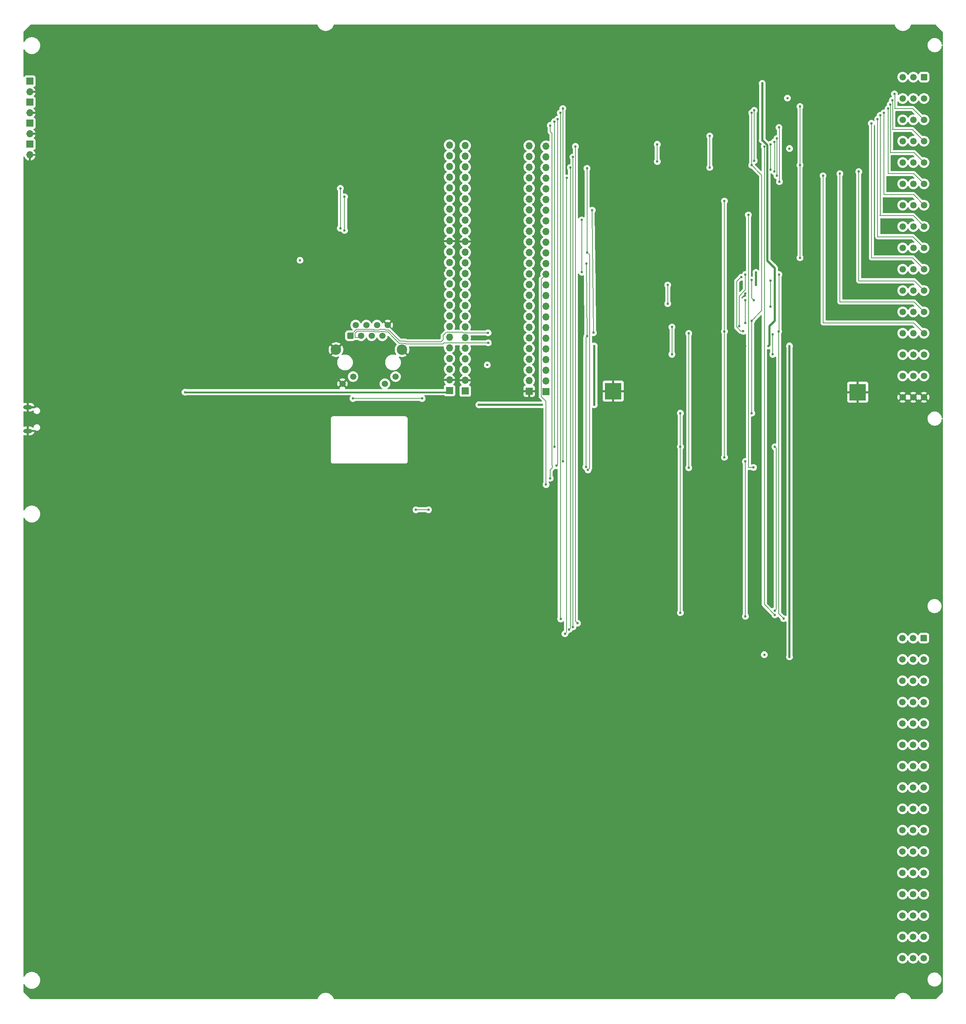
<source format=gbr>
%TF.GenerationSoftware,KiCad,Pcbnew,8.0.4-8.0.4-0~ubuntu24.04.1*%
%TF.CreationDate,2024-08-16T04:23:46+00:00*%
%TF.ProjectId,MDCL,4d44434c-2e6b-4696-9361-645f70636258,0.2*%
%TF.SameCoordinates,Original*%
%TF.FileFunction,Copper,L4,Bot*%
%TF.FilePolarity,Positive*%
%FSLAX46Y46*%
G04 Gerber Fmt 4.6, Leading zero omitted, Abs format (unit mm)*
G04 Created by KiCad (PCBNEW 8.0.4-8.0.4-0~ubuntu24.04.1) date 2024-08-16 04:23:46*
%MOMM*%
%LPD*%
G01*
G04 APERTURE LIST*
G04 Aperture macros list*
%AMRoundRect*
0 Rectangle with rounded corners*
0 $1 Rounding radius*
0 $2 $3 $4 $5 $6 $7 $8 $9 X,Y pos of 4 corners*
0 Add a 4 corners polygon primitive as box body*
4,1,4,$2,$3,$4,$5,$6,$7,$8,$9,$2,$3,0*
0 Add four circle primitives for the rounded corners*
1,1,$1+$1,$2,$3*
1,1,$1+$1,$4,$5*
1,1,$1+$1,$6,$7*
1,1,$1+$1,$8,$9*
0 Add four rect primitives between the rounded corners*
20,1,$1+$1,$2,$3,$4,$5,0*
20,1,$1+$1,$4,$5,$6,$7,0*
20,1,$1+$1,$6,$7,$8,$9,0*
20,1,$1+$1,$8,$9,$2,$3,0*%
G04 Aperture macros list end*
%TA.AperFunction,ComponentPad*%
%ADD10O,2.150000X1.040000*%
%TD*%
%TA.AperFunction,ComponentPad*%
%ADD11R,1.700000X1.700000*%
%TD*%
%TA.AperFunction,ComponentPad*%
%ADD12O,1.700000X1.700000*%
%TD*%
%TA.AperFunction,ComponentPad*%
%ADD13R,4.000000X4.000000*%
%TD*%
%TA.AperFunction,ComponentPad*%
%ADD14C,1.550000*%
%TD*%
%TA.AperFunction,ComponentPad*%
%ADD15RoundRect,0.249999X-0.525001X0.525001X-0.525001X-0.525001X0.525001X-0.525001X0.525001X0.525001X0*%
%TD*%
%TA.AperFunction,ComponentPad*%
%ADD16RoundRect,0.250500X-0.499500X-0.499500X0.499500X-0.499500X0.499500X0.499500X-0.499500X0.499500X0*%
%TD*%
%TA.AperFunction,ComponentPad*%
%ADD17C,1.500000*%
%TD*%
%TA.AperFunction,ComponentPad*%
%ADD18C,2.500000*%
%TD*%
%TA.AperFunction,ViaPad*%
%ADD19C,0.600000*%
%TD*%
%TA.AperFunction,Conductor*%
%ADD20C,0.500000*%
%TD*%
%TA.AperFunction,Conductor*%
%ADD21C,0.400000*%
%TD*%
%TA.AperFunction,Conductor*%
%ADD22C,0.200000*%
%TD*%
G04 APERTURE END LIST*
D10*
%TO.P,J4,6,Shield*%
%TO.N,GND*%
X53050000Y-111075000D03*
X53050000Y-116725000D03*
%TD*%
D11*
%TO.P,J13,1,Pin_1*%
%TO.N,+5V*%
X153500000Y-107100000D03*
D12*
%TO.P,J13,2,Pin_2*%
%TO.N,GND*%
X153500000Y-104560000D03*
%TO.P,J13,3,Pin_3*%
%TO.N,+3.3V*%
X153500000Y-102020000D03*
%TO.P,J13,4,Pin_4*%
%TO.N,/GPIO_23*%
X153500000Y-99480000D03*
%TO.P,J13,5,Pin_5*%
%TO.N,/GPIO_22*%
X153500000Y-96940000D03*
%TO.P,J13,6,Pin_6*%
%TO.N,Net-(J13-Pin_6)*%
X153500000Y-94400000D03*
%TO.P,J13,7,Pin_7*%
%TO.N,Net-(J13-Pin_7)*%
X153500000Y-91860000D03*
%TO.P,J13,8,Pin_8*%
%TO.N,/POWER*%
X153500000Y-89320000D03*
%TO.P,J13,9,Pin_9*%
%TO.N,/CONNECTED*%
X153500000Y-86780000D03*
%TO.P,J13,10,Pin_10*%
%TO.N,/DCC*%
X153500000Y-84240000D03*
%TO.P,J13,11,Pin_11*%
%TO.N,/AMC*%
X153500000Y-81700000D03*
%TO.P,J13,12,Pin_12*%
%TO.N,/RX3*%
X153500000Y-79160000D03*
%TO.P,J13,13,Pin_13*%
%TO.N,/TX3*%
X153500000Y-76620000D03*
%TO.P,J13,14,Pin_14*%
%TO.N,/SCK0*%
X153500000Y-74080000D03*
%TO.P,J13,15,Pin_15*%
%TO.N,GND*%
X153500000Y-71540000D03*
%TO.P,J13,16,Pin_16*%
%TO.N,Net-(J13-Pin_16)*%
X153500000Y-69000000D03*
%TO.P,J13,17,Pin_17*%
%TO.N,Net-(J13-Pin_17)*%
X153500000Y-66460000D03*
%TO.P,J13,18,Pin_18*%
%TO.N,/MISO1*%
X153500000Y-63920000D03*
%TO.P,J13,19,Pin_19*%
%TO.N,/CS1*%
X153500000Y-61380000D03*
%TO.P,J13,20,Pin_20*%
%TO.N,/L1_3V3*%
X153500000Y-58840000D03*
%TO.P,J13,21,Pin_21*%
%TO.N,/LC_3V3*%
X153500000Y-56300000D03*
%TO.P,J13,22,Pin_22*%
%TO.N,/E-TIME_3V3*%
X153500000Y-53760000D03*
%TO.P,J13,23,Pin_23*%
%TO.N,/L5_3V3*%
X153500000Y-51220000D03*
%TO.P,J13,24,Pin_24*%
%TO.N,Net-(J13-Pin_24)*%
X153500000Y-48680000D03*
%TD*%
D11*
%TO.P,D4,1,A*%
%TO.N,Net-(D4-A)*%
X53525000Y-38480000D03*
D12*
%TO.P,D4,2,K*%
%TO.N,GND*%
X53525000Y-41020000D03*
%TD*%
D11*
%TO.P,J8,1,Pin_1*%
%TO.N,GND*%
X172500000Y-107250000D03*
D12*
%TO.P,J8,2,Pin_2*%
%TO.N,Net-(J12-Pin_2)*%
X172500000Y-104710000D03*
%TO.P,J8,3,Pin_3*%
%TO.N,Net-(J12-Pin_3)*%
X172500000Y-102170000D03*
%TO.P,J8,4,Pin_4*%
%TO.N,/GPIO_2*%
X172500000Y-99630000D03*
%TO.P,J8,5,Pin_5*%
%TO.N,/GPIO_3*%
X172500000Y-97090000D03*
%TO.P,J8,6,Pin_6*%
%TO.N,Net-(J12-Pin_6)*%
X172500000Y-94550000D03*
%TO.P,J8,7,Pin_7*%
%TO.N,Net-(J12-Pin_7)*%
X172500000Y-92010000D03*
%TO.P,J8,8,Pin_8*%
%TO.N,Net-(J12-Pin_8)*%
X172500000Y-89470000D03*
%TO.P,J8,9,Pin_9*%
%TO.N,Net-(J12-Pin_9)*%
X172500000Y-86930000D03*
%TO.P,J8,10,Pin_10*%
%TO.N,Net-(J12-Pin_10)*%
X172500000Y-84390000D03*
%TO.P,J8,11,Pin_11*%
%TO.N,Net-(J12-Pin_11)*%
X172500000Y-81850000D03*
%TO.P,J8,12,Pin_12*%
%TO.N,/CS0*%
X172500000Y-79310000D03*
%TO.P,J8,13,Pin_13*%
%TO.N,/MOSI0*%
X172500000Y-76770000D03*
%TO.P,J8,14,Pin_14*%
%TO.N,/MISO0*%
X172500000Y-74230000D03*
%TO.P,J8,15,Pin_15*%
%TO.N,+3.3V*%
X172500000Y-71690000D03*
%TO.P,J8,16,Pin_16*%
%TO.N,Net-(J12-Pin_16)*%
X172500000Y-69150000D03*
%TO.P,J8,17,Pin_17*%
%TO.N,/~{CS_OUT}*%
X172500000Y-66610000D03*
%TO.P,J8,18,Pin_18*%
%TO.N,/MOSI1*%
X172500000Y-64070000D03*
%TO.P,J8,19,Pin_19*%
%TO.N,/SCK1*%
X172500000Y-61530000D03*
%TO.P,J8,20,Pin_20*%
%TO.N,Net-(J12-Pin_20)*%
X172500000Y-58990000D03*
%TO.P,J8,21,Pin_21*%
%TO.N,/DCC_ON_3V3*%
X172500000Y-56450000D03*
%TO.P,J8,22,Pin_22*%
%TO.N,/NF-BEREIT_3V3*%
X172500000Y-53910000D03*
%TO.P,J8,23,Pin_23*%
%TO.N,/PS_3V3*%
X172500000Y-51370000D03*
%TO.P,J8,24,Pin_24*%
%TO.N,/SSB_ON_3V3*%
X172500000Y-48830000D03*
%TD*%
D11*
%TO.P,J9,1,Pin_1*%
%TO.N,+5V*%
X157250000Y-107230000D03*
D12*
%TO.P,J9,2,Pin_2*%
%TO.N,GND*%
X157250000Y-104690000D03*
%TO.P,J9,3,Pin_3*%
%TO.N,+3.3V*%
X157250000Y-102150000D03*
%TO.P,J9,4,Pin_4*%
%TO.N,/GPIO_23*%
X157250000Y-99610000D03*
%TO.P,J9,5,Pin_5*%
%TO.N,/GPIO_22*%
X157250000Y-97070000D03*
%TO.P,J9,6,Pin_6*%
%TO.N,Net-(J13-Pin_6)*%
X157250000Y-94530000D03*
%TO.P,J9,7,Pin_7*%
%TO.N,Net-(J13-Pin_7)*%
X157250000Y-91990000D03*
%TO.P,J9,8,Pin_8*%
%TO.N,/POWER*%
X157250000Y-89450000D03*
%TO.P,J9,9,Pin_9*%
%TO.N,/CONNECTED*%
X157250000Y-86910000D03*
%TO.P,J9,10,Pin_10*%
%TO.N,/DCC*%
X157250000Y-84370000D03*
%TO.P,J9,11,Pin_11*%
%TO.N,/AMC*%
X157250000Y-81830000D03*
%TO.P,J9,12,Pin_12*%
%TO.N,/RX3*%
X157250000Y-79290000D03*
%TO.P,J9,13,Pin_13*%
%TO.N,/TX3*%
X157250000Y-76750000D03*
%TO.P,J9,14,Pin_14*%
%TO.N,/SCK0*%
X157250000Y-74210000D03*
%TO.P,J9,15,Pin_15*%
%TO.N,GND*%
X157250000Y-71670000D03*
%TO.P,J9,16,Pin_16*%
%TO.N,Net-(J13-Pin_16)*%
X157250000Y-69130000D03*
%TO.P,J9,17,Pin_17*%
%TO.N,Net-(J13-Pin_17)*%
X157250000Y-66590000D03*
%TO.P,J9,18,Pin_18*%
%TO.N,/MISO1*%
X157250000Y-64050000D03*
%TO.P,J9,19,Pin_19*%
%TO.N,/CS1*%
X157250000Y-61510000D03*
%TO.P,J9,20,Pin_20*%
%TO.N,/L1_3V3*%
X157250000Y-58970000D03*
%TO.P,J9,21,Pin_21*%
%TO.N,/LC_3V3*%
X157250000Y-56430000D03*
%TO.P,J9,22,Pin_22*%
%TO.N,/E-TIME_3V3*%
X157250000Y-53890000D03*
%TO.P,J9,23,Pin_23*%
%TO.N,/L5_3V3*%
X157250000Y-51350000D03*
%TO.P,J9,24,Pin_24*%
%TO.N,Net-(J13-Pin_24)*%
X157250000Y-48810000D03*
%TD*%
D11*
%TO.P,J12,1,Pin_1*%
%TO.N,GND*%
X176500000Y-107380000D03*
D12*
%TO.P,J12,2,Pin_2*%
%TO.N,Net-(J12-Pin_2)*%
X176500000Y-104840000D03*
%TO.P,J12,3,Pin_3*%
%TO.N,Net-(J12-Pin_3)*%
X176500000Y-102300000D03*
%TO.P,J12,4,Pin_4*%
%TO.N,/GPIO_2*%
X176500000Y-99760000D03*
%TO.P,J12,5,Pin_5*%
%TO.N,/GPIO_3*%
X176500000Y-97220000D03*
%TO.P,J12,6,Pin_6*%
%TO.N,Net-(J12-Pin_6)*%
X176500000Y-94680000D03*
%TO.P,J12,7,Pin_7*%
%TO.N,Net-(J12-Pin_7)*%
X176500000Y-92140000D03*
%TO.P,J12,8,Pin_8*%
%TO.N,Net-(J12-Pin_8)*%
X176500000Y-89600000D03*
%TO.P,J12,9,Pin_9*%
%TO.N,Net-(J12-Pin_9)*%
X176500000Y-87060000D03*
%TO.P,J12,10,Pin_10*%
%TO.N,Net-(J12-Pin_10)*%
X176500000Y-84520000D03*
%TO.P,J12,11,Pin_11*%
%TO.N,Net-(J12-Pin_11)*%
X176500000Y-81980000D03*
%TO.P,J12,12,Pin_12*%
%TO.N,/CS0*%
X176500000Y-79440000D03*
%TO.P,J12,13,Pin_13*%
%TO.N,/MOSI0*%
X176500000Y-76900000D03*
%TO.P,J12,14,Pin_14*%
%TO.N,/MISO0*%
X176500000Y-74360000D03*
%TO.P,J12,15,Pin_15*%
%TO.N,+3.3V*%
X176500000Y-71820000D03*
%TO.P,J12,16,Pin_16*%
%TO.N,Net-(J12-Pin_16)*%
X176500000Y-69280000D03*
%TO.P,J12,17,Pin_17*%
%TO.N,/~{CS_OUT}*%
X176500000Y-66740000D03*
%TO.P,J12,18,Pin_18*%
%TO.N,/MOSI1*%
X176500000Y-64200000D03*
%TO.P,J12,19,Pin_19*%
%TO.N,/SCK1*%
X176500000Y-61660000D03*
%TO.P,J12,20,Pin_20*%
%TO.N,Net-(J12-Pin_20)*%
X176500000Y-59120000D03*
%TO.P,J12,21,Pin_21*%
%TO.N,/DCC_ON_3V3*%
X176500000Y-56580000D03*
%TO.P,J12,22,Pin_22*%
%TO.N,/NF-BEREIT_3V3*%
X176500000Y-54040000D03*
%TO.P,J12,23,Pin_23*%
%TO.N,/PS_3V3*%
X176500000Y-51500000D03*
%TO.P,J12,24,Pin_24*%
%TO.N,/SSB_ON_3V3*%
X176500000Y-48960000D03*
%TD*%
D11*
%TO.P,D2,1,A*%
%TO.N,Net-(D2-A)*%
X53525000Y-33480000D03*
D12*
%TO.P,D2,2,K*%
%TO.N,GND*%
X53525000Y-36020000D03*
%TD*%
D13*
%TO.P,TP1,1,1*%
%TO.N,GND*%
X192500000Y-107250000D03*
%TD*%
D14*
%TO.P,J1,b2,b2*%
%TO.N,+5V*%
X263999999Y-32500000D03*
%TO.P,J1,b4,b4*%
%TO.N,unconnected-(J1-Padb4)*%
X263999999Y-37580000D03*
%TO.P,J1,b6,b6*%
%TO.N,unconnected-(J1-Padb6)*%
X263999999Y-42660000D03*
%TO.P,J1,b8,b8*%
%TO.N,unconnected-(J1-Padb8)*%
X263999999Y-47740000D03*
%TO.P,J1,b10,b10*%
%TO.N,unconnected-(J1-Padb10)*%
X263999999Y-52820000D03*
%TO.P,J1,b12,b12*%
%TO.N,unconnected-(J1-Padb12)*%
X263999999Y-57900000D03*
%TO.P,J1,b14,b14*%
%TO.N,unconnected-(J1-Padb14)*%
X263999999Y-62980000D03*
%TO.P,J1,b16,b16*%
%TO.N,unconnected-(J1-Padb16)*%
X263999999Y-68060000D03*
%TO.P,J1,b18,b18*%
%TO.N,unconnected-(J1-Padb18)*%
X263999999Y-73140000D03*
%TO.P,J1,b20,b20*%
%TO.N,unconnected-(J1-Padb20)*%
X263999999Y-78220000D03*
%TO.P,J1,b22,b22*%
%TO.N,unconnected-(J1-Padb22)*%
X263999999Y-83300000D03*
%TO.P,J1,b24,b24*%
%TO.N,unconnected-(J1-Padb24)*%
X263999999Y-88380000D03*
%TO.P,J1,b26,b26*%
%TO.N,unconnected-(J1-Padb26)*%
X263999999Y-93460000D03*
%TO.P,J1,b28,b28*%
%TO.N,unconnected-(J1-Padb28)*%
X263999999Y-98540000D03*
%TO.P,J1,b30,b30*%
%TO.N,unconnected-(J1-Padb30)*%
X263999999Y-103620000D03*
%TO.P,J1,b32,b32*%
%TO.N,GND*%
X263999999Y-108700000D03*
%TO.P,J1,d2,d2*%
%TO.N,+5V*%
X261459999Y-32500000D03*
%TO.P,J1,d4,d4*%
%TO.N,/Data_Out11*%
X261459999Y-37580000D03*
%TO.P,J1,d6,d6*%
%TO.N,/Data_Out10*%
X261459999Y-42660000D03*
%TO.P,J1,d8,d8*%
%TO.N,/Data_Out9*%
X261459999Y-47740000D03*
%TO.P,J1,d10,d10*%
%TO.N,/Data_Out8*%
X261459999Y-52820000D03*
%TO.P,J1,d12,d12*%
%TO.N,/Data_Out7*%
X261459999Y-57900000D03*
%TO.P,J1,d14,d14*%
%TO.N,/Data_Out6*%
X261459999Y-62980000D03*
%TO.P,J1,d16,d16*%
%TO.N,/Data_Out5*%
X261459999Y-68060000D03*
%TO.P,J1,d18,d18*%
%TO.N,/Data_Out4*%
X261459999Y-73140000D03*
%TO.P,J1,d20,d20*%
%TO.N,/Data_Out3*%
X261459999Y-78220000D03*
%TO.P,J1,d22,d22*%
%TO.N,/Data_Out2*%
X261459999Y-83300000D03*
%TO.P,J1,d24,d24*%
%TO.N,/Data_Out1*%
X261459999Y-88380000D03*
%TO.P,J1,d26,d26*%
%TO.N,/Data_Out0*%
X261459999Y-93460000D03*
%TO.P,J1,d28,d28*%
%TO.N,unconnected-(J1-Padd28)*%
X261459999Y-98540000D03*
%TO.P,J1,d30,d30*%
%TO.N,unconnected-(J1-Padd30)*%
X261459999Y-103620000D03*
%TO.P,J1,d32,d32*%
%TO.N,GND*%
X261459999Y-108700000D03*
D15*
%TO.P,J1,z2,z2*%
%TO.N,+5V*%
X266539999Y-32500000D03*
D14*
%TO.P,J1,z4,z4*%
%TO.N,/Data_In11*%
X266539999Y-37580000D03*
%TO.P,J1,z6,z6*%
%TO.N,/Data_In10*%
X266539999Y-42660000D03*
%TO.P,J1,z8,z8*%
%TO.N,/Data_In9*%
X266539999Y-47740000D03*
%TO.P,J1,z10,z10*%
%TO.N,/Data_In8*%
X266539999Y-52820000D03*
%TO.P,J1,z12,z12*%
%TO.N,/Data_In7*%
X266539999Y-57900000D03*
%TO.P,J1,z14,z14*%
%TO.N,/Data_In6*%
X266539999Y-62980000D03*
%TO.P,J1,z16,z16*%
%TO.N,/Data_In5*%
X266539999Y-68060000D03*
%TO.P,J1,z18,z18*%
%TO.N,/Data_In4*%
X266539999Y-73140000D03*
%TO.P,J1,z20,z20*%
%TO.N,/Data_In3*%
X266539999Y-78220000D03*
%TO.P,J1,z22,z22*%
%TO.N,/Data_In2*%
X266539999Y-83300000D03*
%TO.P,J1,z24,z24*%
%TO.N,/Data_In1*%
X266539999Y-88380000D03*
%TO.P,J1,z26,z26*%
%TO.N,/Data_In0*%
X266539999Y-93460000D03*
%TO.P,J1,z28,z28*%
%TO.N,unconnected-(J1-Padz28)*%
X266539999Y-98540000D03*
%TO.P,J1,z30,z30*%
%TO.N,unconnected-(J1-Padz30)*%
X266539999Y-103620000D03*
%TO.P,J1,z32,z32*%
%TO.N,GND*%
X266539999Y-108700000D03*
%TD*%
%TO.P,J2,b2,b2*%
%TO.N,unconnected-(J2-Padb2)*%
X263960000Y-166040000D03*
%TO.P,J2,b4,b4*%
%TO.N,unconnected-(J2-Padb4)*%
X263960000Y-171120000D03*
%TO.P,J2,b6,b6*%
%TO.N,/L1*%
X263960000Y-176200000D03*
%TO.P,J2,b8,b8*%
%TO.N,/LC*%
X263960000Y-181280000D03*
%TO.P,J2,b10,b10*%
%TO.N,unconnected-(J2-Padb10)*%
X263960000Y-186360000D03*
%TO.P,J2,b12,b12*%
%TO.N,unconnected-(J2-Padb12)*%
X263960000Y-191440000D03*
%TO.P,J2,b14,b14*%
%TO.N,/L5*%
X263960000Y-196520000D03*
%TO.P,J2,b16,b16*%
%TO.N,unconnected-(J2-Padb16)*%
X263960000Y-201600000D03*
%TO.P,J2,b18,b18*%
%TO.N,unconnected-(J2-Padb18)*%
X263960000Y-206680000D03*
%TO.P,J2,b20,b20*%
%TO.N,unconnected-(J2-Padb20)*%
X263960000Y-211760000D03*
%TO.P,J2,b22,b22*%
%TO.N,unconnected-(J2-Padb22)*%
X263960000Y-216840000D03*
%TO.P,J2,b24,b24*%
%TO.N,unconnected-(J2-Padb24)*%
X263960000Y-221920000D03*
%TO.P,J2,b26,b26*%
%TO.N,unconnected-(J2-Padb26)*%
X263960000Y-227000000D03*
%TO.P,J2,b28,b28*%
%TO.N,unconnected-(J2-Padb28)*%
X263960000Y-232080000D03*
%TO.P,J2,b30,b30*%
%TO.N,unconnected-(J2-Padb30)*%
X263960000Y-237160000D03*
%TO.P,J2,b32,b32*%
%TO.N,unconnected-(J2-Padb32)*%
X263960000Y-242240000D03*
%TO.P,J2,d2,d2*%
%TO.N,unconnected-(J2-Padd2)*%
X261420000Y-166040000D03*
%TO.P,J2,d4,d4*%
%TO.N,unconnected-(J2-Padd4)*%
X261420000Y-171120000D03*
%TO.P,J2,d6,d6*%
%TO.N,unconnected-(J2-Padd6)*%
X261420000Y-176200000D03*
%TO.P,J2,d8,d8*%
%TO.N,unconnected-(J2-Padd8)*%
X261420000Y-181280000D03*
%TO.P,J2,d10,d10*%
%TO.N,unconnected-(J2-Padd10)*%
X261420000Y-186360000D03*
%TO.P,J2,d12,d12*%
%TO.N,unconnected-(J2-Padd12)*%
X261420000Y-191440000D03*
%TO.P,J2,d14,d14*%
%TO.N,unconnected-(J2-Padd14)*%
X261420000Y-196520000D03*
%TO.P,J2,d16,d16*%
%TO.N,/SSB_ON{slash}OFF*%
X261420000Y-201600000D03*
%TO.P,J2,d18,d18*%
%TO.N,/NF-BEREIT*%
X261420000Y-206680000D03*
%TO.P,J2,d20,d20*%
%TO.N,/DCC_ON{slash}OFF*%
X261420000Y-211760000D03*
%TO.P,J2,d22,d22*%
%TO.N,unconnected-(J2-Padd22)*%
X261420000Y-216840000D03*
%TO.P,J2,d24,d24*%
%TO.N,unconnected-(J2-Padd24)*%
X261420000Y-221920000D03*
%TO.P,J2,d26,d26*%
%TO.N,unconnected-(J2-Padd26)*%
X261420000Y-227000000D03*
%TO.P,J2,d28,d28*%
%TO.N,unconnected-(J2-Padd28)*%
X261420000Y-232080000D03*
%TO.P,J2,d30,d30*%
%TO.N,unconnected-(J2-Padd30)*%
X261420000Y-237160000D03*
%TO.P,J2,d32,d32*%
%TO.N,unconnected-(J2-Padd32)*%
X261420000Y-242240000D03*
D15*
%TO.P,J2,z2,z2*%
%TO.N,unconnected-(J2-Padz2)*%
X266500000Y-166040000D03*
D14*
%TO.P,J2,z4,z4*%
%TO.N,unconnected-(J2-Padz4)*%
X266500000Y-171120000D03*
%TO.P,J2,z6,z6*%
%TO.N,unconnected-(J2-Padz6)*%
X266500000Y-176200000D03*
%TO.P,J2,z8,z8*%
%TO.N,unconnected-(J2-Padz8)*%
X266500000Y-181280000D03*
%TO.P,J2,z10,z10*%
%TO.N,unconnected-(J2-Padz10)*%
X266500000Y-186360000D03*
%TO.P,J2,z12,z12*%
%TO.N,/E-TIME*%
X266500000Y-191440000D03*
%TO.P,J2,z14,z14*%
%TO.N,unconnected-(J2-Padz14)*%
X266500000Y-196520000D03*
%TO.P,J2,z16,z16*%
%TO.N,unconnected-(J2-Padz16)*%
X266500000Y-201600000D03*
%TO.P,J2,z18,z18*%
%TO.N,/PS\u002A\u002A*%
X266500000Y-206680000D03*
%TO.P,J2,z20,z20*%
%TO.N,unconnected-(J2-Padz20)*%
X266500000Y-211760000D03*
%TO.P,J2,z22,z22*%
%TO.N,unconnected-(J2-Padz22)*%
X266500000Y-216840000D03*
%TO.P,J2,z24,z24*%
%TO.N,unconnected-(J2-Padz24)*%
X266500000Y-221920000D03*
%TO.P,J2,z26,z26*%
%TO.N,unconnected-(J2-Padz26)*%
X266500000Y-227000000D03*
%TO.P,J2,z28,z28*%
%TO.N,unconnected-(J2-Padz28)*%
X266500000Y-232080000D03*
%TO.P,J2,z30,z30*%
%TO.N,unconnected-(J2-Padz30)*%
X266500000Y-237160000D03*
%TO.P,J2,z32,z32*%
%TO.N,unconnected-(J2-Padz32)*%
X266500000Y-242240000D03*
%TD*%
D13*
%TO.P,TP2,1,1*%
%TO.N,GND*%
X250750000Y-107500000D03*
%TD*%
D11*
%TO.P,D5,1,A*%
%TO.N,Net-(D5-A)*%
X53525000Y-43480000D03*
D12*
%TO.P,D5,2,K*%
%TO.N,GND*%
X53525000Y-46020000D03*
%TD*%
D11*
%TO.P,D6,1,A*%
%TO.N,Net-(D6-A)*%
X53525000Y-48480000D03*
D12*
%TO.P,D6,2,K*%
%TO.N,GND*%
X53525000Y-51020000D03*
%TD*%
D16*
%TO.P,J3,1,TD+*%
%TO.N,/TX+*%
X129880000Y-94070000D03*
D17*
%TO.P,J3,2,TCT*%
%TO.N,Net-(J3-RCT)*%
X131150000Y-91530000D03*
%TO.P,J3,3,TD-*%
%TO.N,/TX-*%
X132420000Y-94070000D03*
%TO.P,J3,4,RD+*%
%TO.N,/RX+*%
X133690000Y-91530000D03*
%TO.P,J3,5,RCT*%
%TO.N,Net-(J3-RCT)*%
X134960000Y-94070000D03*
%TO.P,J3,6,RD-*%
%TO.N,/RX-*%
X136230000Y-91530000D03*
%TO.P,J3,7*%
%TO.N,unconnected-(J3-Pad7)*%
X137500000Y-94070000D03*
%TO.P,J3,8,RGND*%
%TO.N,GND*%
X138770000Y-91530000D03*
%TO.P,J3,9,KG*%
X128000000Y-105500000D03*
%TO.P,J3,10,AG*%
%TO.N,/LED*%
X130540000Y-103800000D03*
%TO.P,J3,11,KY*%
%TO.N,unconnected-(J3-KY-Pad11)*%
X138110000Y-105500000D03*
%TO.P,J3,12,AY*%
%TO.N,unconnected-(J3-AY-Pad12)*%
X140650000Y-103800000D03*
D18*
%TO.P,J3,13*%
%TO.N,GND*%
X126450000Y-97370000D03*
X142200000Y-97370000D03*
%TD*%
D19*
%TO.N,GND*%
X200900000Y-124300000D03*
X199650000Y-121550000D03*
X217950000Y-160750000D03*
X207600000Y-122700000D03*
X198450000Y-83400000D03*
X209700000Y-87800000D03*
X207950000Y-89750000D03*
X217950000Y-85600000D03*
X162000000Y-103000000D03*
X109000000Y-84000000D03*
X235500000Y-199000000D03*
X119500000Y-74000000D03*
X235000000Y-178500000D03*
X105000000Y-86500000D03*
X209050000Y-44250000D03*
X244200000Y-44400000D03*
X234500000Y-89500000D03*
X257000000Y-109000000D03*
X199000000Y-80500000D03*
X109110000Y-76110000D03*
X162650000Y-49750000D03*
X224000000Y-84000000D03*
X237500000Y-170000000D03*
X54500000Y-109500000D03*
X152400000Y-85650000D03*
X221500000Y-133000000D03*
X229650000Y-173500000D03*
X62000000Y-104550000D03*
X223000000Y-81500000D03*
X56000000Y-51000000D03*
X263300000Y-195050000D03*
X186400000Y-128350000D03*
X127500000Y-88500000D03*
X104500000Y-83000000D03*
X230350000Y-109950000D03*
X162750000Y-52400000D03*
X255000000Y-32500000D03*
X162650000Y-47250000D03*
X152350000Y-87850000D03*
X235500000Y-37500000D03*
X152350000Y-83150000D03*
X220530000Y-49470000D03*
X194500000Y-39500000D03*
X249300000Y-51600000D03*
X235500000Y-57000000D03*
X192500000Y-113500000D03*
X56000000Y-36000000D03*
X229500000Y-41500000D03*
X152300000Y-80700000D03*
X57800000Y-117300000D03*
X162750000Y-54450000D03*
X56000000Y-41000000D03*
X56000000Y-46000000D03*
X235955000Y-77545000D03*
X238000000Y-51000000D03*
X236000000Y-159500000D03*
X227000000Y-170000000D03*
X153000000Y-156000000D03*
X224000000Y-96500000D03*
X114000000Y-81700000D03*
X227500000Y-50500000D03*
X228550000Y-182650000D03*
X229750000Y-178550000D03*
X152500000Y-138000000D03*
X205650000Y-125450000D03*
X152250000Y-78550000D03*
%TO.N,+5V*%
X188000000Y-96500000D03*
X175500000Y-110500000D03*
X226500000Y-79000000D03*
X228000000Y-34000000D03*
X160500000Y-110500000D03*
X230000000Y-91500000D03*
X230500000Y-77500000D03*
X90500000Y-107500000D03*
X226500000Y-82000000D03*
X228000000Y-47500000D03*
X230985736Y-82985736D03*
X234500000Y-96500000D03*
X229500000Y-96500000D03*
X234500000Y-170500000D03*
X188000000Y-110500000D03*
%TO.N,+3.3V*%
X234000000Y-37500000D03*
X234500000Y-49500000D03*
X228500000Y-170000000D03*
X117890000Y-76110000D03*
X162500000Y-101000000D03*
%TO.N,/Data_In2*%
X251000000Y-55000000D03*
%TO.N,/Data_In5*%
X230000000Y-54500000D03*
X230000000Y-48500000D03*
X256100000Y-41600000D03*
%TO.N,/Data_In0*%
X242500000Y-56000000D03*
%TO.N,/Data_In7*%
X231500000Y-56000000D03*
X231500000Y-47100000D03*
X258000000Y-40000000D03*
%TO.N,/Data_Out8*%
X229969963Y-80969963D03*
X230000000Y-87100000D03*
X205500000Y-86443000D03*
X205500000Y-82000000D03*
%TO.N,/Data_In4*%
X255500000Y-42500000D03*
%TO.N,/Data_In6*%
X230900000Y-47900000D03*
X203000000Y-52600000D03*
X230900000Y-55000000D03*
X203000000Y-48500000D03*
X257000000Y-41000000D03*
%TO.N,/Data_In1*%
X246500000Y-55500000D03*
%TO.N,/Data_In8*%
X258500000Y-39000000D03*
%TO.N,/Data_Out4*%
X206500000Y-92000000D03*
X206500000Y-98500000D03*
X230500000Y-93750000D03*
X230500000Y-98500000D03*
%TO.N,/Data_In3*%
X254000000Y-43500000D03*
%TO.N,/Data_In9*%
X259000000Y-38000000D03*
%TO.N,/Data_In10*%
X259500000Y-36500000D03*
%TO.N,/LC*%
X231900000Y-93050000D03*
X233100000Y-161400000D03*
X232000000Y-79500000D03*
X232000000Y-79500000D03*
%TO.N,/L1*%
X231000000Y-160500000D03*
X228500000Y-49000000D03*
%TO.N,/LED*%
X130500000Y-109000000D03*
X147000000Y-109000000D03*
%TO.N,/TX+*%
X162698400Y-93380000D03*
%TO.N,/TX-*%
X162750000Y-95750000D03*
%TO.N,/LC_3V3*%
X179300000Y-42500000D03*
X224000000Y-160850000D03*
X224000000Y-124000000D03*
X179000000Y-125000000D03*
%TO.N,/L1_3V3*%
X208500000Y-112500000D03*
X178500000Y-43100000D03*
X208500000Y-160000000D03*
X178500000Y-120500000D03*
X208500000Y-120500000D03*
%TO.N,/L5_3V3*%
X231000000Y-120500000D03*
X231000000Y-159500000D03*
X180500000Y-40000000D03*
X180500000Y-124000000D03*
%TO.N,/MOSI0*%
X186250000Y-94200000D03*
X186000000Y-125300000D03*
X186100000Y-76850000D03*
%TO.N,/~{CS_OUT}*%
X185050000Y-78950000D03*
X185000000Y-66500000D03*
%TO.N,/PS_3V3*%
X182900000Y-163400000D03*
X182900000Y-51500000D03*
%TO.N,/CS0*%
X237000000Y-75500000D03*
X237000000Y-39500000D03*
X237000000Y-53470000D03*
X176500000Y-129500000D03*
%TO.N,/DCC_ON_3V3*%
X181000000Y-165000000D03*
X181500000Y-56500000D03*
%TO.N,/NF-BEREIT_3V3*%
X182300000Y-54010000D03*
X182000000Y-164000000D03*
%TO.N,/SSB_ON_3V3*%
X183500000Y-49000000D03*
X184000000Y-162500000D03*
%TO.N,/MISO0*%
X186500000Y-126000000D03*
X215500000Y-54000000D03*
X215500000Y-46500000D03*
X186270000Y-54230000D03*
X186270000Y-74230000D03*
%TO.N,/E-TIME_3V3*%
X179900000Y-41000000D03*
X180000000Y-161500000D03*
%TO.N,/RX3*%
X128500000Y-69000000D03*
X128500000Y-61000000D03*
%TO.N,/GPIO_22*%
X145500000Y-135500000D03*
X148500000Y-135500000D03*
%TO.N,/SCK0*%
X225495000Y-53470000D03*
X225500000Y-90500000D03*
X225495000Y-41000000D03*
X225500000Y-112500000D03*
%TO.N,/TX3*%
X127500000Y-68500000D03*
X127500000Y-59000000D03*
%TO.N,Net-(U1-DS)*%
X232100000Y-57400000D03*
X232000000Y-44500000D03*
%TO.N,/~{L1}*%
X226095000Y-52405000D03*
X226095000Y-40405000D03*
%TO.N,Net-(U3-SER)*%
X226000000Y-85600000D03*
X225500000Y-80795000D03*
X224000000Y-91050000D03*
X224000000Y-85600000D03*
%TO.N,/MOSI1*%
X187500000Y-64170000D03*
X210500000Y-125500000D03*
X187800000Y-93350000D03*
X210500000Y-93500000D03*
%TO.N,/SCK1*%
X219000000Y-123000000D03*
X219000000Y-93050000D03*
X219000000Y-62000000D03*
%TO.N,/MISO1*%
X224700000Y-65300000D03*
X225920000Y-125420000D03*
%TO.N,Net-(JP1-C)*%
X223500000Y-93000000D03*
X223000000Y-80145000D03*
%TO.N,Net-(JP2-C)*%
X224000000Y-79500000D03*
X222500000Y-91750000D03*
%TO.N,/CS1*%
X177500000Y-128000000D03*
X177500000Y-44000000D03*
%TD*%
D20*
%TO.N,+5V*%
X226500000Y-79000000D02*
X226500000Y-82000000D01*
X228060661Y-47500000D02*
X229250000Y-48689339D01*
X228000000Y-47500000D02*
X228060661Y-47500000D01*
D21*
X153500000Y-107100000D02*
X153500000Y-107500000D01*
D20*
X230985736Y-90514264D02*
X230000000Y-91500000D01*
X230500000Y-77500000D02*
X231000000Y-78000000D01*
X229750000Y-91750000D02*
X229750000Y-96250000D01*
X231000000Y-83000000D02*
X230985736Y-82985736D01*
X229250000Y-48689339D02*
X229250000Y-76250000D01*
X231000000Y-78000000D02*
X231000000Y-83000000D01*
X188000000Y-96500000D02*
X188000000Y-110500000D01*
X230985736Y-82985736D02*
X230985736Y-90514264D01*
X230000000Y-91500000D02*
X229750000Y-91750000D01*
X175500000Y-110500000D02*
X160500000Y-110500000D01*
D21*
X153500000Y-107500000D02*
X90500000Y-107500000D01*
D20*
X229750000Y-96250000D02*
X229500000Y-96500000D01*
X229250000Y-76250000D02*
X230500000Y-77500000D01*
X234500000Y-96500000D02*
X234500000Y-170500000D01*
X228000000Y-47500000D02*
X228000000Y-34000000D01*
D22*
%TO.N,/Data_In2*%
X266539999Y-83300000D02*
X264239999Y-81000000D01*
X251000000Y-81000000D02*
X251000000Y-55000000D01*
X264239999Y-81000000D02*
X251000000Y-81000000D01*
%TO.N,/Data_In5*%
X256000000Y-65500000D02*
X256100000Y-65400000D01*
X263979999Y-65500000D02*
X256000000Y-65500000D01*
X266539999Y-68060000D02*
X263979999Y-65500000D01*
X256100000Y-65400000D02*
X256100000Y-41600000D01*
X230000000Y-48500000D02*
X230000000Y-54500000D01*
X256000000Y-41500000D02*
X256100000Y-41600000D01*
%TO.N,/Data_In0*%
X264079999Y-91000000D02*
X242500000Y-91000000D01*
X266539999Y-93460000D02*
X264079999Y-91000000D01*
X242500000Y-91000000D02*
X242500000Y-56000000D01*
%TO.N,/Data_In7*%
X258000000Y-55500000D02*
X258000000Y-40000000D01*
X231500000Y-56000000D02*
X231500000Y-47000000D01*
X264139999Y-55500000D02*
X258000000Y-55500000D01*
X266539999Y-57900000D02*
X264139999Y-55500000D01*
%TO.N,/Data_Out8*%
X205500000Y-82000000D02*
X205500000Y-86443000D01*
X230000000Y-87100000D02*
X230000000Y-81000000D01*
X230000000Y-81000000D02*
X229969963Y-80969963D01*
%TO.N,/Data_In4*%
X263899999Y-70500000D02*
X255500000Y-70500000D01*
X266539999Y-73140000D02*
X263899999Y-70500000D01*
X255500000Y-70500000D02*
X255500000Y-42500000D01*
%TO.N,/Data_In6*%
X230900000Y-47900000D02*
X231000000Y-48000000D01*
X231000000Y-55000000D02*
X230900000Y-55000000D01*
X257000000Y-60500000D02*
X257000000Y-41000000D01*
X266539999Y-62980000D02*
X264059999Y-60500000D01*
X264059999Y-60500000D02*
X257000000Y-60500000D01*
X203000000Y-52600000D02*
X203000000Y-48500000D01*
X231000000Y-48000000D02*
X231000000Y-55000000D01*
%TO.N,/Data_In1*%
X246500000Y-86000000D02*
X246500000Y-55500000D01*
X264159999Y-86000000D02*
X246500000Y-86000000D01*
X266539999Y-88380000D02*
X264159999Y-86000000D01*
%TO.N,/Data_In8*%
X258500000Y-49500000D02*
X258600000Y-49400000D01*
X258500000Y-50500000D02*
X258500000Y-49500000D01*
X266539999Y-52820000D02*
X264219999Y-50500000D01*
X258600000Y-39100000D02*
X258500000Y-39000000D01*
X264219999Y-50500000D02*
X258500000Y-50500000D01*
X258600000Y-49400000D02*
X258600000Y-39100000D01*
%TO.N,/Data_Out4*%
X230500000Y-93750000D02*
X230500000Y-98500000D01*
X206500000Y-98500000D02*
X206500000Y-92000000D01*
%TO.N,/Data_In3*%
X266539999Y-78220000D02*
X263819999Y-75500000D01*
X263819999Y-75500000D02*
X254000000Y-75500000D01*
X254000000Y-75500000D02*
X254000000Y-43500000D01*
%TO.N,/Data_In9*%
X266539999Y-47740000D02*
X263799999Y-45000000D01*
X259100000Y-44900000D02*
X259100000Y-38100000D01*
X259000000Y-45000000D02*
X259100000Y-44900000D01*
X263799999Y-45000000D02*
X259000000Y-45000000D01*
X259100000Y-38100000D02*
X259000000Y-38000000D01*
%TO.N,/Data_In10*%
X263879999Y-40000000D02*
X259500000Y-40000000D01*
X259500000Y-40000000D02*
X259600000Y-39900000D01*
X259600000Y-36600000D02*
X259500000Y-36500000D01*
X266539999Y-42660000D02*
X263879999Y-40000000D01*
X259600000Y-39900000D02*
X259600000Y-36600000D01*
%TO.N,/LC*%
X232000000Y-92950000D02*
X231900000Y-93050000D01*
X231900000Y-160200000D02*
X233100000Y-161400000D01*
X232000000Y-79500000D02*
X232000000Y-92950000D01*
X231900000Y-93050000D02*
X231900000Y-160200000D01*
%TO.N,/L1*%
X228500000Y-49000000D02*
X228500000Y-158000000D01*
X228500000Y-158000000D02*
X231000000Y-160500000D01*
%TO.N,/LED*%
X147000000Y-109000000D02*
X130500000Y-109000000D01*
%TO.N,/TX+*%
X129880000Y-94070000D02*
X131370000Y-92580000D01*
X152000000Y-94000000D02*
X152000000Y-95000000D01*
X135407712Y-92580000D02*
X135534450Y-92706738D01*
X152750000Y-93250000D02*
X152000000Y-94000000D01*
X156643654Y-93250000D02*
X152750000Y-93250000D01*
X131370000Y-92580000D02*
X135407712Y-92580000D01*
X136741969Y-92706738D02*
X135534450Y-92706738D01*
X162698400Y-93380000D02*
X156773654Y-93380000D01*
X151500000Y-95500000D02*
X143158400Y-95500000D01*
X138258031Y-92706738D02*
X138121313Y-92570020D01*
X143158400Y-95500000D02*
X143028420Y-95370020D01*
X152000000Y-95000000D02*
X151500000Y-95500000D01*
X138121313Y-92570020D02*
X136878687Y-92570020D01*
X139024938Y-92706738D02*
X138258031Y-92706738D01*
X143028420Y-95370020D02*
X141688220Y-95370020D01*
X136878687Y-92570020D02*
X136741969Y-92706738D01*
X156773654Y-93380000D02*
X156643654Y-93250000D01*
X141688220Y-95370020D02*
X139024938Y-92706738D01*
%TO.N,/TX-*%
X162750000Y-95750000D02*
X156250000Y-95750000D01*
X143011016Y-95988984D02*
X143022032Y-96000000D01*
X141529884Y-95848084D02*
X141557968Y-95820000D01*
X140251222Y-94569422D02*
X138838538Y-93156738D01*
X138838538Y-93156738D02*
X138071663Y-93156738D01*
X140251222Y-94569422D02*
X140340900Y-94659100D01*
X137065075Y-93020000D02*
X136928337Y-93156738D01*
X131500000Y-93000000D02*
X131000000Y-93500000D01*
X131000000Y-94500000D02*
X131990000Y-94500000D01*
X151973464Y-95988984D02*
X143011016Y-95988984D01*
X156210000Y-95790000D02*
X152172448Y-95790000D01*
X141557968Y-95820000D02*
X142842032Y-95820000D01*
X137934925Y-93020000D02*
X137065075Y-93020000D01*
X135377712Y-93000000D02*
X131500000Y-93000000D01*
X142842032Y-95820000D02*
X143011016Y-95988984D01*
X131000000Y-93500000D02*
X131000000Y-94500000D01*
X140340900Y-94659100D02*
X141529884Y-95848084D01*
X131990000Y-94500000D02*
X132420000Y-94070000D01*
X135534450Y-93156738D02*
X135377712Y-93000000D01*
X138071663Y-93156738D02*
X137934925Y-93020000D01*
X152172448Y-95790000D02*
X151973464Y-95988984D01*
X136928337Y-93156738D02*
X135534450Y-93156738D01*
X156250000Y-95750000D02*
X156210000Y-95790000D01*
%TO.N,/LC_3V3*%
X224000000Y-124000000D02*
X224000000Y-160850000D01*
X179300000Y-124700000D02*
X179000000Y-125000000D01*
X224000000Y-161000000D02*
X224000000Y-160850000D01*
X179300000Y-42500000D02*
X179300000Y-124700000D01*
X223880000Y-160880000D02*
X224000000Y-161000000D01*
%TO.N,/L1_3V3*%
X178500000Y-43100000D02*
X178500000Y-120500000D01*
X208500000Y-160000000D02*
X208500000Y-120500000D01*
X208500000Y-112500000D02*
X208500000Y-120500000D01*
%TO.N,/L5_3V3*%
X231300000Y-120800000D02*
X231000000Y-120500000D01*
X231000000Y-159500000D02*
X231300000Y-159200000D01*
X231300000Y-159200000D02*
X231300000Y-120800000D01*
X180500000Y-40000000D02*
X180500000Y-124000000D01*
%TO.N,/MOSI0*%
X186250000Y-94200000D02*
X186150000Y-76900000D01*
X186150000Y-76900000D02*
X186100000Y-76850000D01*
X186000000Y-125300000D02*
X186000000Y-94450000D01*
X186000000Y-94450000D02*
X186250000Y-94200000D01*
%TO.N,/~{CS_OUT}*%
X185000000Y-78900000D02*
X185000000Y-66500000D01*
X185050000Y-78950000D02*
X185000000Y-78900000D01*
%TO.N,/PS_3V3*%
X182900000Y-51500000D02*
X182900000Y-163400000D01*
X183000000Y-163500000D02*
X182900000Y-163400000D01*
%TO.N,/CS0*%
X237000000Y-75500000D02*
X237000000Y-53470000D01*
X176500000Y-109680000D02*
X175350000Y-108530000D01*
X175350000Y-80590000D02*
X176500000Y-79440000D01*
X176500000Y-129500000D02*
X176500000Y-109680000D01*
X237000000Y-39500000D02*
X237000000Y-53470000D01*
X175350000Y-108530000D02*
X175350000Y-80590000D01*
%TO.N,/DCC_ON_3V3*%
X181400000Y-56600000D02*
X181400000Y-164600000D01*
X181400000Y-164600000D02*
X181000000Y-165000000D01*
X181500000Y-56500000D02*
X181400000Y-56600000D01*
%TO.N,/NF-BEREIT_3V3*%
X182300000Y-163700000D02*
X182000000Y-164000000D01*
X182300000Y-54010000D02*
X182300000Y-163700000D01*
%TO.N,/SSB_ON_3V3*%
X183500000Y-162000000D02*
X184000000Y-162500000D01*
X183500000Y-49000000D02*
X183500000Y-162000000D01*
%TO.N,/MISO0*%
X215500000Y-54000000D02*
X215500000Y-46500000D01*
X186850000Y-125650000D02*
X186850000Y-74810000D01*
X186270000Y-74230000D02*
X186270000Y-54230000D01*
X186500000Y-126000000D02*
X186850000Y-125650000D01*
X186850000Y-74810000D02*
X186270000Y-74230000D01*
%TO.N,/E-TIME_3V3*%
X179900000Y-41000000D02*
X179900000Y-161400000D01*
X179900000Y-161400000D02*
X180000000Y-161500000D01*
%TO.N,/RX3*%
X128500000Y-61000000D02*
X128500000Y-69000000D01*
%TO.N,/GPIO_22*%
X148500000Y-135500000D02*
X145500000Y-135500000D01*
%TO.N,/SCK0*%
X225495000Y-41000000D02*
X225495000Y-53495000D01*
X227900000Y-55875000D02*
X225495000Y-53470000D01*
X225495000Y-53470000D02*
X225495000Y-53495000D01*
X225500000Y-90500000D02*
X225500000Y-112500000D01*
X225495000Y-53495000D02*
X225500000Y-53500000D01*
X225500000Y-90500000D02*
X227900000Y-88100000D01*
X227900000Y-88100000D02*
X227900000Y-55875000D01*
%TO.N,/TX3*%
X127500000Y-59000000D02*
X127500000Y-68500000D01*
%TO.N,Net-(U1-DS)*%
X232000000Y-44500000D02*
X232100000Y-44600000D01*
X232100000Y-44600000D02*
X232100000Y-57400000D01*
X232000000Y-57500000D02*
X232100000Y-57400000D01*
%TO.N,/~{L1}*%
X226095000Y-40405000D02*
X226095000Y-52405000D01*
X226000000Y-52500000D02*
X226095000Y-52405000D01*
%TO.N,Net-(U3-SER)*%
X225500000Y-85100000D02*
X225500000Y-80795000D01*
X226000000Y-85600000D02*
X225500000Y-85100000D01*
X224000000Y-91050000D02*
X224000000Y-85600000D01*
%TO.N,/MOSI1*%
X187500000Y-65000000D02*
X187500000Y-64170000D01*
X210500000Y-125500000D02*
X210500000Y-93500000D01*
X187800000Y-93350000D02*
X187500000Y-65000000D01*
%TO.N,/SCK1*%
X219000000Y-62000000D02*
X219000000Y-123000000D01*
%TO.N,/MISO1*%
X225920000Y-125420000D02*
X224750000Y-125420000D01*
X224750000Y-125420000D02*
X224750000Y-65550000D01*
%TO.N,Net-(JP1-C)*%
X221900000Y-81100000D02*
X223000000Y-80000000D01*
X221900000Y-91998529D02*
X221900000Y-81100000D01*
X223000000Y-80000000D02*
X223000000Y-80145000D01*
X223500000Y-93000000D02*
X222901471Y-93000000D01*
X222901471Y-93000000D02*
X221900000Y-91998529D01*
%TO.N,Net-(JP2-C)*%
X224000000Y-83151471D02*
X222500000Y-84651471D01*
X224000000Y-79500000D02*
X224000000Y-83151471D01*
X222500000Y-84651471D02*
X222500000Y-91750000D01*
%TO.N,/CS1*%
X177500000Y-45500000D02*
X178000000Y-46000000D01*
X177900000Y-124900000D02*
X178000000Y-125000000D01*
X178000000Y-46000000D02*
X177900000Y-46100000D01*
X177500000Y-126000000D02*
X177500000Y-128000000D01*
X178000000Y-125500000D02*
X177500000Y-126000000D01*
X177500000Y-44000000D02*
X177500000Y-45500000D01*
X177900000Y-46100000D02*
X177900000Y-124900000D01*
X178000000Y-125000000D02*
X178000000Y-125500000D01*
%TD*%
%TA.AperFunction,Conductor*%
%TO.N,GND*%
G36*
X229265448Y-97266018D02*
G01*
X229320745Y-97285368D01*
X229320748Y-97285368D01*
X229320750Y-97285369D01*
X229499996Y-97305565D01*
X229500000Y-97305565D01*
X229500004Y-97305565D01*
X229679249Y-97285369D01*
X229679250Y-97285368D01*
X229679255Y-97285368D01*
X229734545Y-97266020D01*
X229804322Y-97262458D01*
X229864950Y-97297186D01*
X229897178Y-97359179D01*
X229899500Y-97383062D01*
X229899500Y-97917587D01*
X229879815Y-97984626D01*
X229872450Y-97994896D01*
X229870186Y-97997734D01*
X229774211Y-98150476D01*
X229714631Y-98320745D01*
X229714630Y-98320750D01*
X229694435Y-98499995D01*
X229694435Y-98500003D01*
X229714630Y-98679249D01*
X229714631Y-98679254D01*
X229774211Y-98849523D01*
X229826143Y-98932171D01*
X229870184Y-99002262D01*
X229997738Y-99129816D01*
X230150478Y-99225789D01*
X230320745Y-99285368D01*
X230320750Y-99285369D01*
X230499996Y-99305565D01*
X230500000Y-99305565D01*
X230500004Y-99305565D01*
X230679249Y-99285369D01*
X230679252Y-99285368D01*
X230679255Y-99285368D01*
X230849522Y-99225789D01*
X231002262Y-99129816D01*
X231087819Y-99044259D01*
X231149142Y-99010774D01*
X231218834Y-99015758D01*
X231274767Y-99057630D01*
X231299184Y-99123094D01*
X231299500Y-99131940D01*
X231299500Y-119589424D01*
X231279815Y-119656463D01*
X231227011Y-119702218D01*
X231161617Y-119712644D01*
X231000004Y-119694435D01*
X230999996Y-119694435D01*
X230820750Y-119714630D01*
X230820745Y-119714631D01*
X230650476Y-119774211D01*
X230497737Y-119870184D01*
X230370184Y-119997737D01*
X230274211Y-120150476D01*
X230214631Y-120320745D01*
X230214630Y-120320750D01*
X230194435Y-120499996D01*
X230194435Y-120500003D01*
X230214630Y-120679249D01*
X230214631Y-120679254D01*
X230274211Y-120849523D01*
X230370184Y-121002262D01*
X230497738Y-121129816D01*
X230641474Y-121220131D01*
X230687763Y-121272463D01*
X230699500Y-121325123D01*
X230699500Y-158674875D01*
X230679815Y-158741914D01*
X230641473Y-158779868D01*
X230497739Y-158870182D01*
X230446258Y-158921663D01*
X230384935Y-158955147D01*
X230315243Y-158950162D01*
X230270897Y-158921662D01*
X229136819Y-157787584D01*
X229103334Y-157726261D01*
X229100500Y-157699903D01*
X229100500Y-97383062D01*
X229120185Y-97316023D01*
X229172989Y-97270268D01*
X229242147Y-97260324D01*
X229265448Y-97266018D01*
G37*
%TD.AperFunction*%
%TA.AperFunction,Conductor*%
G36*
X224068834Y-84034386D02*
G01*
X224124767Y-84076258D01*
X224149184Y-84141722D01*
X224149500Y-84150568D01*
X224149500Y-84672523D01*
X224129815Y-84739562D01*
X224077011Y-84785317D01*
X224011620Y-84795744D01*
X224004024Y-84794888D01*
X224000000Y-84794435D01*
X223999999Y-84794435D01*
X223999996Y-84794435D01*
X223820750Y-84814630D01*
X223820745Y-84814631D01*
X223650476Y-84874211D01*
X223497737Y-84970184D01*
X223370182Y-85097739D01*
X223329493Y-85162496D01*
X223277158Y-85208787D01*
X223208105Y-85219434D01*
X223144257Y-85191059D01*
X223105885Y-85132669D01*
X223100500Y-85096523D01*
X223100500Y-84951568D01*
X223120185Y-84884529D01*
X223136819Y-84863887D01*
X223937819Y-84062887D01*
X223999142Y-84029402D01*
X224068834Y-84034386D01*
G37*
%TD.AperFunction*%
%TA.AperFunction,Conductor*%
G36*
X223364950Y-80942186D02*
G01*
X223397178Y-81004179D01*
X223399500Y-81028062D01*
X223399500Y-82851374D01*
X223379815Y-82918413D01*
X223363181Y-82939055D01*
X222712181Y-83590055D01*
X222650858Y-83623540D01*
X222581166Y-83618556D01*
X222525233Y-83576684D01*
X222500816Y-83511220D01*
X222500500Y-83502374D01*
X222500500Y-81400096D01*
X222520185Y-81333057D01*
X222536815Y-81312419D01*
X222866705Y-80982528D01*
X222928028Y-80949044D01*
X222968270Y-80946990D01*
X222999998Y-80950565D01*
X223000000Y-80950565D01*
X223000004Y-80950565D01*
X223179249Y-80930369D01*
X223179250Y-80930368D01*
X223179255Y-80930368D01*
X223234545Y-80911020D01*
X223304322Y-80907458D01*
X223364950Y-80942186D01*
G37*
%TD.AperFunction*%
%TA.AperFunction,Conductor*%
G36*
X122035699Y-20020185D02*
G01*
X122081454Y-20072989D01*
X122088062Y-20091045D01*
X122110603Y-20171496D01*
X122219634Y-20422509D01*
X122219633Y-20422509D01*
X122361829Y-20656341D01*
X122534542Y-20868634D01*
X122734560Y-21055439D01*
X122958135Y-21213255D01*
X122958141Y-21213259D01*
X122958143Y-21213260D01*
X123201136Y-21339169D01*
X123201139Y-21339170D01*
X123459004Y-21430816D01*
X123459020Y-21430821D01*
X123649255Y-21470351D01*
X123726960Y-21486498D01*
X123726961Y-21486499D01*
X123744441Y-21487694D01*
X124000000Y-21505175D01*
X124273038Y-21486499D01*
X124393620Y-21461441D01*
X124540979Y-21430821D01*
X124540985Y-21430818D01*
X124540990Y-21430818D01*
X124798864Y-21339169D01*
X125041857Y-21213260D01*
X125265442Y-21055437D01*
X125465454Y-20868638D01*
X125638168Y-20656345D01*
X125780365Y-20422511D01*
X125889398Y-20171492D01*
X125911938Y-20091044D01*
X125948980Y-20031803D01*
X126012170Y-20001991D01*
X126031340Y-20000500D01*
X259468660Y-20000500D01*
X259535699Y-20020185D01*
X259581454Y-20072989D01*
X259588062Y-20091045D01*
X259610603Y-20171496D01*
X259719634Y-20422509D01*
X259719633Y-20422509D01*
X259861829Y-20656341D01*
X260034542Y-20868634D01*
X260234560Y-21055439D01*
X260458135Y-21213255D01*
X260458141Y-21213259D01*
X260458143Y-21213260D01*
X260701136Y-21339169D01*
X260701139Y-21339170D01*
X260959004Y-21430816D01*
X260959020Y-21430821D01*
X261149255Y-21470351D01*
X261226960Y-21486498D01*
X261226961Y-21486499D01*
X261244441Y-21487694D01*
X261500000Y-21505175D01*
X261773038Y-21486499D01*
X261893620Y-21461441D01*
X262040979Y-21430821D01*
X262040985Y-21430818D01*
X262040990Y-21430818D01*
X262298864Y-21339169D01*
X262541857Y-21213260D01*
X262765442Y-21055437D01*
X262965454Y-20868638D01*
X263138168Y-20656345D01*
X263280365Y-20422511D01*
X263389398Y-20171492D01*
X263411938Y-20091044D01*
X263448980Y-20031803D01*
X263512170Y-20001991D01*
X263531340Y-20000500D01*
X269241324Y-20000500D01*
X269308363Y-20020185D01*
X269329005Y-20036819D01*
X270963181Y-21670995D01*
X270996666Y-21732318D01*
X270999500Y-21758676D01*
X270999500Y-24731678D01*
X270979815Y-24798717D01*
X270927011Y-24844472D01*
X270857853Y-24854416D01*
X270794297Y-24825391D01*
X270756523Y-24766613D01*
X270752561Y-24747863D01*
X270726831Y-24552426D01*
X270695354Y-24434954D01*
X270669985Y-24340273D01*
X270585934Y-24137355D01*
X270476115Y-23947145D01*
X270342409Y-23772896D01*
X270342404Y-23772890D01*
X270187108Y-23617594D01*
X270187101Y-23617588D01*
X270012862Y-23483890D01*
X270012860Y-23483889D01*
X270012854Y-23483884D01*
X269822644Y-23374065D01*
X269822640Y-23374063D01*
X269619728Y-23290014D01*
X269407572Y-23233167D01*
X269189827Y-23204501D01*
X269189822Y-23204500D01*
X269189817Y-23204500D01*
X268970181Y-23204500D01*
X268970175Y-23204500D01*
X268970170Y-23204501D01*
X268752425Y-23233167D01*
X268540269Y-23290014D01*
X268337357Y-23374063D01*
X268337353Y-23374065D01*
X268147144Y-23483884D01*
X268147135Y-23483890D01*
X267972896Y-23617588D01*
X267972889Y-23617594D01*
X267817593Y-23772890D01*
X267817587Y-23772897D01*
X267683889Y-23947136D01*
X267683883Y-23947145D01*
X267574064Y-24137354D01*
X267574062Y-24137358D01*
X267490013Y-24340270D01*
X267433166Y-24552426D01*
X267404500Y-24770171D01*
X267404499Y-24770188D01*
X267404499Y-24989811D01*
X267404500Y-24989828D01*
X267433166Y-25207573D01*
X267490013Y-25419729D01*
X267574062Y-25622641D01*
X267574064Y-25622645D01*
X267683883Y-25812855D01*
X267683888Y-25812861D01*
X267683889Y-25812863D01*
X267817587Y-25987102D01*
X267817593Y-25987109D01*
X267972889Y-26142405D01*
X267972895Y-26142410D01*
X268147144Y-26276116D01*
X268337354Y-26385935D01*
X268438813Y-26427960D01*
X268540269Y-26469985D01*
X268540270Y-26469985D01*
X268540272Y-26469986D01*
X268752424Y-26526832D01*
X268970181Y-26555500D01*
X268970188Y-26555500D01*
X269189810Y-26555500D01*
X269189817Y-26555500D01*
X269407574Y-26526832D01*
X269619726Y-26469986D01*
X269822644Y-26385935D01*
X270012854Y-26276116D01*
X270187103Y-26142410D01*
X270342409Y-25987104D01*
X270476115Y-25812855D01*
X270585934Y-25622645D01*
X270669985Y-25419727D01*
X270726831Y-25207575D01*
X270752561Y-25012136D01*
X270780827Y-24948239D01*
X270839152Y-24909768D01*
X270909017Y-24908937D01*
X270968240Y-24946009D01*
X270998019Y-25009215D01*
X270999500Y-25028321D01*
X270999500Y-113631678D01*
X270979815Y-113698717D01*
X270927011Y-113744472D01*
X270857853Y-113754416D01*
X270794297Y-113725391D01*
X270756523Y-113666613D01*
X270752561Y-113647863D01*
X270726831Y-113452426D01*
X270724220Y-113442683D01*
X270669985Y-113240273D01*
X270585934Y-113037355D01*
X270476115Y-112847145D01*
X270437620Y-112796977D01*
X270342410Y-112672897D01*
X270342404Y-112672890D01*
X270187108Y-112517594D01*
X270187101Y-112517588D01*
X270012862Y-112383890D01*
X270012860Y-112383889D01*
X270012854Y-112383884D01*
X269822644Y-112274065D01*
X269822640Y-112274063D01*
X269619728Y-112190014D01*
X269407572Y-112133167D01*
X269189827Y-112104501D01*
X269189822Y-112104500D01*
X269189817Y-112104500D01*
X268970181Y-112104500D01*
X268970175Y-112104500D01*
X268970170Y-112104501D01*
X268752425Y-112133167D01*
X268540269Y-112190014D01*
X268337357Y-112274063D01*
X268337353Y-112274065D01*
X268147144Y-112383884D01*
X268147135Y-112383890D01*
X267972896Y-112517588D01*
X267972889Y-112517594D01*
X267817593Y-112672890D01*
X267817587Y-112672897D01*
X267683889Y-112847136D01*
X267683883Y-112847145D01*
X267574064Y-113037354D01*
X267574062Y-113037358D01*
X267490013Y-113240270D01*
X267433166Y-113452426D01*
X267404500Y-113670171D01*
X267404499Y-113670188D01*
X267404499Y-113889811D01*
X267404500Y-113889828D01*
X267433166Y-114107573D01*
X267490013Y-114319729D01*
X267574062Y-114522641D01*
X267574064Y-114522645D01*
X267683883Y-114712855D01*
X267683888Y-114712861D01*
X267683889Y-114712863D01*
X267817587Y-114887102D01*
X267817593Y-114887109D01*
X267972889Y-115042405D01*
X267972895Y-115042410D01*
X268147144Y-115176116D01*
X268337354Y-115285935D01*
X268346813Y-115289853D01*
X268540269Y-115369985D01*
X268540270Y-115369985D01*
X268540272Y-115369986D01*
X268752424Y-115426832D01*
X268970181Y-115455500D01*
X268970188Y-115455500D01*
X269189810Y-115455500D01*
X269189817Y-115455500D01*
X269407574Y-115426832D01*
X269619726Y-115369986D01*
X269822644Y-115285935D01*
X270012854Y-115176116D01*
X270187103Y-115042410D01*
X270342409Y-114887104D01*
X270476115Y-114712855D01*
X270585934Y-114522645D01*
X270669985Y-114319727D01*
X270726831Y-114107575D01*
X270752561Y-113912136D01*
X270780827Y-113848239D01*
X270839152Y-113809768D01*
X270909017Y-113808937D01*
X270968240Y-113846009D01*
X270998019Y-113909215D01*
X270999500Y-113928321D01*
X270999500Y-250241324D01*
X270979815Y-250308363D01*
X270963181Y-250329005D01*
X269329005Y-251963181D01*
X269267682Y-251996666D01*
X269241324Y-251999500D01*
X263531340Y-251999500D01*
X263464301Y-251979815D01*
X263418546Y-251927011D01*
X263411938Y-251908955D01*
X263389398Y-251828508D01*
X263280365Y-251577490D01*
X263280366Y-251577490D01*
X263138170Y-251343658D01*
X262965457Y-251131365D01*
X262765439Y-250944560D01*
X262541864Y-250786744D01*
X262541858Y-250786740D01*
X262298860Y-250660829D01*
X262040995Y-250569183D01*
X262040979Y-250569178D01*
X261773040Y-250513501D01*
X261773038Y-250513500D01*
X261500000Y-250494825D01*
X261226961Y-250513500D01*
X261226959Y-250513501D01*
X260959020Y-250569178D01*
X260959004Y-250569183D01*
X260701139Y-250660829D01*
X260458141Y-250786740D01*
X260458135Y-250786744D01*
X260234560Y-250944560D01*
X260034542Y-251131365D01*
X259861829Y-251343658D01*
X259719633Y-251577490D01*
X259610603Y-251828503D01*
X259588062Y-251908955D01*
X259551020Y-251968197D01*
X259487830Y-251998009D01*
X259468660Y-251999500D01*
X126031340Y-251999500D01*
X125964301Y-251979815D01*
X125918546Y-251927011D01*
X125911938Y-251908955D01*
X125889398Y-251828508D01*
X125780365Y-251577490D01*
X125780366Y-251577490D01*
X125638170Y-251343658D01*
X125465457Y-251131365D01*
X125265439Y-250944560D01*
X125041864Y-250786744D01*
X125041858Y-250786740D01*
X124798860Y-250660829D01*
X124540995Y-250569183D01*
X124540979Y-250569178D01*
X124273040Y-250513501D01*
X124273038Y-250513500D01*
X124000000Y-250494825D01*
X123726961Y-250513500D01*
X123726959Y-250513501D01*
X123459020Y-250569178D01*
X123459004Y-250569183D01*
X123201139Y-250660829D01*
X122958141Y-250786740D01*
X122958135Y-250786744D01*
X122734560Y-250944560D01*
X122534542Y-251131365D01*
X122361829Y-251343658D01*
X122219633Y-251577490D01*
X122110603Y-251828503D01*
X122088062Y-251908955D01*
X122051020Y-251968197D01*
X121987830Y-251998009D01*
X121968660Y-251999500D01*
X53758676Y-251999500D01*
X53691637Y-251979815D01*
X53670995Y-251963181D01*
X52036819Y-250329005D01*
X52003334Y-250267682D01*
X52000500Y-250241324D01*
X52000500Y-248498256D01*
X52020185Y-248431217D01*
X52072989Y-248385462D01*
X52142147Y-248375518D01*
X52205703Y-248404543D01*
X52233332Y-248438829D01*
X52312770Y-248584309D01*
X52312775Y-248584317D01*
X52484254Y-248813387D01*
X52484270Y-248813405D01*
X52686594Y-249015729D01*
X52686612Y-249015745D01*
X52915682Y-249187224D01*
X52915690Y-249187229D01*
X53166833Y-249324364D01*
X53166832Y-249324364D01*
X53166836Y-249324365D01*
X53166839Y-249324367D01*
X53434954Y-249424369D01*
X53434960Y-249424370D01*
X53434962Y-249424371D01*
X53714566Y-249485195D01*
X53714568Y-249485195D01*
X53714572Y-249485196D01*
X53968220Y-249503337D01*
X53999999Y-249505610D01*
X54000000Y-249505610D01*
X54000001Y-249505610D01*
X54028595Y-249503564D01*
X54285428Y-249485196D01*
X54565046Y-249424369D01*
X54833161Y-249324367D01*
X55084315Y-249187226D01*
X55313395Y-249015739D01*
X55515739Y-248813395D01*
X55687226Y-248584315D01*
X55824367Y-248333161D01*
X55924369Y-248065046D01*
X55985196Y-247785428D01*
X56005610Y-247500000D01*
X55985196Y-247214572D01*
X55984242Y-247210188D01*
X267364500Y-247210188D01*
X267364500Y-247429811D01*
X267364501Y-247429828D01*
X267393167Y-247647573D01*
X267450014Y-247859729D01*
X267531019Y-248055292D01*
X267534065Y-248062645D01*
X267643884Y-248252855D01*
X267643889Y-248252861D01*
X267643890Y-248252863D01*
X267777588Y-248427102D01*
X267777594Y-248427109D01*
X267932890Y-248582405D01*
X267932897Y-248582411D01*
X267935381Y-248584317D01*
X268107145Y-248716116D01*
X268297355Y-248825935D01*
X268398814Y-248867960D01*
X268500270Y-248909985D01*
X268500271Y-248909985D01*
X268500273Y-248909986D01*
X268712425Y-248966832D01*
X268930182Y-248995500D01*
X268930189Y-248995500D01*
X269149811Y-248995500D01*
X269149818Y-248995500D01*
X269367575Y-248966832D01*
X269579727Y-248909986D01*
X269782645Y-248825935D01*
X269972855Y-248716116D01*
X270147104Y-248582410D01*
X270302410Y-248427104D01*
X270436116Y-248252855D01*
X270545935Y-248062645D01*
X270629986Y-247859727D01*
X270686832Y-247647575D01*
X270715500Y-247429818D01*
X270715500Y-247210182D01*
X270686832Y-246992425D01*
X270629986Y-246780273D01*
X270545935Y-246577355D01*
X270436116Y-246387145D01*
X270302410Y-246212896D01*
X270302405Y-246212890D01*
X270147109Y-246057594D01*
X270147102Y-246057588D01*
X269972863Y-245923890D01*
X269972861Y-245923889D01*
X269972855Y-245923884D01*
X269782645Y-245814065D01*
X269782641Y-245814063D01*
X269579729Y-245730014D01*
X269367573Y-245673167D01*
X269149828Y-245644501D01*
X269149823Y-245644500D01*
X269149818Y-245644500D01*
X268930182Y-245644500D01*
X268930176Y-245644500D01*
X268930171Y-245644501D01*
X268712426Y-245673167D01*
X268500270Y-245730014D01*
X268297358Y-245814063D01*
X268297354Y-245814065D01*
X268107145Y-245923884D01*
X268107136Y-245923890D01*
X267932897Y-246057588D01*
X267932890Y-246057594D01*
X267777594Y-246212890D01*
X267777588Y-246212897D01*
X267643890Y-246387136D01*
X267643884Y-246387145D01*
X267534065Y-246577354D01*
X267534063Y-246577358D01*
X267450014Y-246780270D01*
X267393167Y-246992426D01*
X267364501Y-247210171D01*
X267364500Y-247210188D01*
X55984242Y-247210188D01*
X55924371Y-246934962D01*
X55924370Y-246934960D01*
X55924369Y-246934954D01*
X55824367Y-246666839D01*
X55801754Y-246625427D01*
X55687229Y-246415690D01*
X55687224Y-246415682D01*
X55515745Y-246186612D01*
X55515729Y-246186594D01*
X55313405Y-245984270D01*
X55313387Y-245984254D01*
X55084317Y-245812775D01*
X55084309Y-245812770D01*
X54833166Y-245675635D01*
X54833167Y-245675635D01*
X54725915Y-245635632D01*
X54565046Y-245575631D01*
X54565043Y-245575630D01*
X54565037Y-245575628D01*
X54285433Y-245514804D01*
X54000001Y-245494390D01*
X53999999Y-245494390D01*
X53714566Y-245514804D01*
X53434962Y-245575628D01*
X53166833Y-245675635D01*
X52915690Y-245812770D01*
X52915682Y-245812775D01*
X52686612Y-245984254D01*
X52686594Y-245984270D01*
X52484270Y-246186594D01*
X52484254Y-246186612D01*
X52312775Y-246415682D01*
X52312770Y-246415690D01*
X52233332Y-246561170D01*
X52183926Y-246610575D01*
X52115653Y-246625427D01*
X52050189Y-246601010D01*
X52008318Y-246545076D01*
X52000500Y-246501743D01*
X52000500Y-242239999D01*
X260139628Y-242239999D01*
X260139628Y-242240000D01*
X260159079Y-242462329D01*
X260159081Y-242462339D01*
X260216841Y-242677905D01*
X260216843Y-242677909D01*
X260216844Y-242677913D01*
X260311165Y-242880186D01*
X260439178Y-243063007D01*
X260596993Y-243220822D01*
X260779814Y-243348835D01*
X260982087Y-243443156D01*
X261197666Y-243500920D01*
X261375533Y-243516481D01*
X261419999Y-243520372D01*
X261420000Y-243520372D01*
X261420001Y-243520372D01*
X261457055Y-243517130D01*
X261642334Y-243500920D01*
X261857913Y-243443156D01*
X262060186Y-243348835D01*
X262243007Y-243220822D01*
X262400822Y-243063007D01*
X262528835Y-242880186D01*
X262577618Y-242775569D01*
X262623790Y-242723130D01*
X262690983Y-242703978D01*
X262757865Y-242724193D01*
X262802381Y-242775569D01*
X262851165Y-242880186D01*
X262979178Y-243063007D01*
X263136993Y-243220822D01*
X263319814Y-243348835D01*
X263522087Y-243443156D01*
X263737666Y-243500920D01*
X263915533Y-243516481D01*
X263959999Y-243520372D01*
X263960000Y-243520372D01*
X263960001Y-243520372D01*
X263997055Y-243517130D01*
X264182334Y-243500920D01*
X264397913Y-243443156D01*
X264600186Y-243348835D01*
X264783007Y-243220822D01*
X264940822Y-243063007D01*
X265068835Y-242880186D01*
X265117618Y-242775569D01*
X265163790Y-242723130D01*
X265230983Y-242703978D01*
X265297865Y-242724193D01*
X265342381Y-242775569D01*
X265391165Y-242880186D01*
X265519178Y-243063007D01*
X265676993Y-243220822D01*
X265859814Y-243348835D01*
X266062087Y-243443156D01*
X266277666Y-243500920D01*
X266455533Y-243516481D01*
X266499999Y-243520372D01*
X266500000Y-243520372D01*
X266500001Y-243520372D01*
X266537055Y-243517130D01*
X266722334Y-243500920D01*
X266937913Y-243443156D01*
X267140186Y-243348835D01*
X267323007Y-243220822D01*
X267480822Y-243063007D01*
X267608835Y-242880186D01*
X267703156Y-242677913D01*
X267760920Y-242462334D01*
X267780372Y-242240000D01*
X267760920Y-242017666D01*
X267703156Y-241802087D01*
X267608835Y-241599814D01*
X267480822Y-241416993D01*
X267323007Y-241259178D01*
X267140186Y-241131165D01*
X266937913Y-241036844D01*
X266937909Y-241036843D01*
X266937905Y-241036841D01*
X266722339Y-240979081D01*
X266722329Y-240979079D01*
X266500001Y-240959628D01*
X266499999Y-240959628D01*
X266277670Y-240979079D01*
X266277660Y-240979081D01*
X266062094Y-241036841D01*
X266062087Y-241036843D01*
X266062087Y-241036844D01*
X265859814Y-241131165D01*
X265676993Y-241259178D01*
X265676991Y-241259179D01*
X265676988Y-241259182D01*
X265519182Y-241416988D01*
X265391164Y-241599814D01*
X265342382Y-241704430D01*
X265296210Y-241756869D01*
X265229016Y-241776021D01*
X265162135Y-241755805D01*
X265117618Y-241704430D01*
X265068835Y-241599814D01*
X264940822Y-241416993D01*
X264783007Y-241259178D01*
X264600186Y-241131165D01*
X264397913Y-241036844D01*
X264397909Y-241036843D01*
X264397905Y-241036841D01*
X264182339Y-240979081D01*
X264182329Y-240979079D01*
X263960001Y-240959628D01*
X263959999Y-240959628D01*
X263737670Y-240979079D01*
X263737660Y-240979081D01*
X263522094Y-241036841D01*
X263522087Y-241036843D01*
X263522087Y-241036844D01*
X263319814Y-241131165D01*
X263136993Y-241259178D01*
X263136991Y-241259179D01*
X263136988Y-241259182D01*
X262979182Y-241416988D01*
X262851164Y-241599814D01*
X262802382Y-241704430D01*
X262756210Y-241756869D01*
X262689016Y-241776021D01*
X262622135Y-241755805D01*
X262577618Y-241704430D01*
X262528835Y-241599814D01*
X262400822Y-241416993D01*
X262243007Y-241259178D01*
X262060186Y-241131165D01*
X261857913Y-241036844D01*
X261857909Y-241036843D01*
X261857905Y-241036841D01*
X261642339Y-240979081D01*
X261642329Y-240979079D01*
X261420001Y-240959628D01*
X261419999Y-240959628D01*
X261197670Y-240979079D01*
X261197660Y-240979081D01*
X260982094Y-241036841D01*
X260982087Y-241036843D01*
X260982087Y-241036844D01*
X260779814Y-241131165D01*
X260596993Y-241259178D01*
X260596991Y-241259179D01*
X260596988Y-241259182D01*
X260439182Y-241416988D01*
X260311165Y-241599814D01*
X260216845Y-241802085D01*
X260216841Y-241802094D01*
X260159081Y-242017660D01*
X260159079Y-242017670D01*
X260139628Y-242239999D01*
X52000500Y-242239999D01*
X52000500Y-237159999D01*
X260139628Y-237159999D01*
X260139628Y-237160000D01*
X260159079Y-237382329D01*
X260159081Y-237382339D01*
X260216841Y-237597905D01*
X260216843Y-237597909D01*
X260216844Y-237597913D01*
X260311165Y-237800186D01*
X260439178Y-237983007D01*
X260596993Y-238140822D01*
X260779814Y-238268835D01*
X260982087Y-238363156D01*
X261197666Y-238420920D01*
X261375533Y-238436481D01*
X261419999Y-238440372D01*
X261420000Y-238440372D01*
X261420001Y-238440372D01*
X261457055Y-238437130D01*
X261642334Y-238420920D01*
X261857913Y-238363156D01*
X262060186Y-238268835D01*
X262243007Y-238140822D01*
X262400822Y-237983007D01*
X262528835Y-237800186D01*
X262577618Y-237695569D01*
X262623790Y-237643130D01*
X262690983Y-237623978D01*
X262757865Y-237644193D01*
X262802381Y-237695569D01*
X262851165Y-237800186D01*
X262979178Y-237983007D01*
X263136993Y-238140822D01*
X263319814Y-238268835D01*
X263522087Y-238363156D01*
X263737666Y-238420920D01*
X263915533Y-238436481D01*
X263959999Y-238440372D01*
X263960000Y-238440372D01*
X263960001Y-238440372D01*
X263997055Y-238437130D01*
X264182334Y-238420920D01*
X264397913Y-238363156D01*
X264600186Y-238268835D01*
X264783007Y-238140822D01*
X264940822Y-237983007D01*
X265068835Y-237800186D01*
X265117618Y-237695569D01*
X265163790Y-237643130D01*
X265230983Y-237623978D01*
X265297865Y-237644193D01*
X265342381Y-237695569D01*
X265391165Y-237800186D01*
X265519178Y-237983007D01*
X265676993Y-238140822D01*
X265859814Y-238268835D01*
X266062087Y-238363156D01*
X266277666Y-238420920D01*
X266455533Y-238436481D01*
X266499999Y-238440372D01*
X266500000Y-238440372D01*
X266500001Y-238440372D01*
X266537055Y-238437130D01*
X266722334Y-238420920D01*
X266937913Y-238363156D01*
X267140186Y-238268835D01*
X267323007Y-238140822D01*
X267480822Y-237983007D01*
X267608835Y-237800186D01*
X267703156Y-237597913D01*
X267760920Y-237382334D01*
X267780372Y-237160000D01*
X267760920Y-236937666D01*
X267703156Y-236722087D01*
X267608835Y-236519814D01*
X267480822Y-236336993D01*
X267323007Y-236179178D01*
X267140186Y-236051165D01*
X266937913Y-235956844D01*
X266937909Y-235956843D01*
X266937905Y-235956841D01*
X266722339Y-235899081D01*
X266722329Y-235899079D01*
X266500001Y-235879628D01*
X266499999Y-235879628D01*
X266277670Y-235899079D01*
X266277660Y-235899081D01*
X266062094Y-235956841D01*
X266062087Y-235956843D01*
X266062087Y-235956844D01*
X265859814Y-236051165D01*
X265676993Y-236179178D01*
X265676991Y-236179179D01*
X265676988Y-236179182D01*
X265519182Y-236336988D01*
X265391164Y-236519814D01*
X265342382Y-236624430D01*
X265296210Y-236676869D01*
X265229016Y-236696021D01*
X265162135Y-236675805D01*
X265117618Y-236624430D01*
X265068835Y-236519814D01*
X264940822Y-236336993D01*
X264783007Y-236179178D01*
X264600186Y-236051165D01*
X264397913Y-235956844D01*
X264397909Y-235956843D01*
X264397905Y-235956841D01*
X264182339Y-235899081D01*
X264182329Y-235899079D01*
X263960001Y-235879628D01*
X263959999Y-235879628D01*
X263737670Y-235899079D01*
X263737660Y-235899081D01*
X263522094Y-235956841D01*
X263522087Y-235956843D01*
X263522087Y-235956844D01*
X263319814Y-236051165D01*
X263136993Y-236179178D01*
X263136991Y-236179179D01*
X263136988Y-236179182D01*
X262979182Y-236336988D01*
X262851164Y-236519814D01*
X262802382Y-236624430D01*
X262756210Y-236676869D01*
X262689016Y-236696021D01*
X262622135Y-236675805D01*
X262577618Y-236624430D01*
X262528835Y-236519814D01*
X262400822Y-236336993D01*
X262243007Y-236179178D01*
X262060186Y-236051165D01*
X261857913Y-235956844D01*
X261857909Y-235956843D01*
X261857905Y-235956841D01*
X261642339Y-235899081D01*
X261642329Y-235899079D01*
X261420001Y-235879628D01*
X261419999Y-235879628D01*
X261197670Y-235899079D01*
X261197660Y-235899081D01*
X260982094Y-235956841D01*
X260982087Y-235956843D01*
X260982087Y-235956844D01*
X260779814Y-236051165D01*
X260596993Y-236179178D01*
X260596991Y-236179179D01*
X260596988Y-236179182D01*
X260439182Y-236336988D01*
X260311165Y-236519814D01*
X260216845Y-236722085D01*
X260216841Y-236722094D01*
X260159081Y-236937660D01*
X260159079Y-236937670D01*
X260139628Y-237159999D01*
X52000500Y-237159999D01*
X52000500Y-232079999D01*
X260139628Y-232079999D01*
X260139628Y-232080000D01*
X260159079Y-232302329D01*
X260159081Y-232302339D01*
X260216841Y-232517905D01*
X260216843Y-232517909D01*
X260216844Y-232517913D01*
X260311165Y-232720186D01*
X260439178Y-232903007D01*
X260596993Y-233060822D01*
X260779814Y-233188835D01*
X260982087Y-233283156D01*
X261197666Y-233340920D01*
X261375533Y-233356481D01*
X261419999Y-233360372D01*
X261420000Y-233360372D01*
X261420001Y-233360372D01*
X261457055Y-233357130D01*
X261642334Y-233340920D01*
X261857913Y-233283156D01*
X262060186Y-233188835D01*
X262243007Y-233060822D01*
X262400822Y-232903007D01*
X262528835Y-232720186D01*
X262577618Y-232615569D01*
X262623790Y-232563130D01*
X262690983Y-232543978D01*
X262757865Y-232564193D01*
X262802381Y-232615569D01*
X262851165Y-232720186D01*
X262979178Y-232903007D01*
X263136993Y-233060822D01*
X263319814Y-233188835D01*
X263522087Y-233283156D01*
X263737666Y-233340920D01*
X263915533Y-233356481D01*
X263959999Y-233360372D01*
X263960000Y-233360372D01*
X263960001Y-233360372D01*
X263997055Y-233357130D01*
X264182334Y-233340920D01*
X264397913Y-233283156D01*
X264600186Y-233188835D01*
X264783007Y-233060822D01*
X264940822Y-232903007D01*
X265068835Y-232720186D01*
X265117618Y-232615569D01*
X265163790Y-232563130D01*
X265230983Y-232543978D01*
X265297865Y-232564193D01*
X265342381Y-232615569D01*
X265391165Y-232720186D01*
X265519178Y-232903007D01*
X265676993Y-233060822D01*
X265859814Y-233188835D01*
X266062087Y-233283156D01*
X266277666Y-233340920D01*
X266455533Y-233356481D01*
X266499999Y-233360372D01*
X266500000Y-233360372D01*
X266500001Y-233360372D01*
X266537055Y-233357130D01*
X266722334Y-233340920D01*
X266937913Y-233283156D01*
X267140186Y-233188835D01*
X267323007Y-233060822D01*
X267480822Y-232903007D01*
X267608835Y-232720186D01*
X267703156Y-232517913D01*
X267760920Y-232302334D01*
X267780372Y-232080000D01*
X267760920Y-231857666D01*
X267703156Y-231642087D01*
X267608835Y-231439814D01*
X267480822Y-231256993D01*
X267323007Y-231099178D01*
X267140186Y-230971165D01*
X266937913Y-230876844D01*
X266937909Y-230876843D01*
X266937905Y-230876841D01*
X266722339Y-230819081D01*
X266722329Y-230819079D01*
X266500001Y-230799628D01*
X266499999Y-230799628D01*
X266277670Y-230819079D01*
X266277660Y-230819081D01*
X266062094Y-230876841D01*
X266062087Y-230876843D01*
X266062087Y-230876844D01*
X265859814Y-230971165D01*
X265676993Y-231099178D01*
X265676991Y-231099179D01*
X265676988Y-231099182D01*
X265519182Y-231256988D01*
X265391164Y-231439814D01*
X265342382Y-231544430D01*
X265296210Y-231596869D01*
X265229016Y-231616021D01*
X265162135Y-231595805D01*
X265117618Y-231544430D01*
X265068835Y-231439814D01*
X264940822Y-231256993D01*
X264783007Y-231099178D01*
X264600186Y-230971165D01*
X264397913Y-230876844D01*
X264397909Y-230876843D01*
X264397905Y-230876841D01*
X264182339Y-230819081D01*
X264182329Y-230819079D01*
X263960001Y-230799628D01*
X263959999Y-230799628D01*
X263737670Y-230819079D01*
X263737660Y-230819081D01*
X263522094Y-230876841D01*
X263522087Y-230876843D01*
X263522087Y-230876844D01*
X263319814Y-230971165D01*
X263136993Y-231099178D01*
X263136991Y-231099179D01*
X263136988Y-231099182D01*
X262979182Y-231256988D01*
X262851164Y-231439814D01*
X262802382Y-231544430D01*
X262756210Y-231596869D01*
X262689016Y-231616021D01*
X262622135Y-231595805D01*
X262577618Y-231544430D01*
X262528835Y-231439814D01*
X262400822Y-231256993D01*
X262243007Y-231099178D01*
X262060186Y-230971165D01*
X261857913Y-230876844D01*
X261857909Y-230876843D01*
X261857905Y-230876841D01*
X261642339Y-230819081D01*
X261642329Y-230819079D01*
X261420001Y-230799628D01*
X261419999Y-230799628D01*
X261197670Y-230819079D01*
X261197660Y-230819081D01*
X260982094Y-230876841D01*
X260982087Y-230876843D01*
X260982087Y-230876844D01*
X260779814Y-230971165D01*
X260596993Y-231099178D01*
X260596991Y-231099179D01*
X260596988Y-231099182D01*
X260439182Y-231256988D01*
X260311165Y-231439814D01*
X260216845Y-231642085D01*
X260216841Y-231642094D01*
X260159081Y-231857660D01*
X260159079Y-231857670D01*
X260139628Y-232079999D01*
X52000500Y-232079999D01*
X52000500Y-226999999D01*
X260139628Y-226999999D01*
X260139628Y-227000000D01*
X260159079Y-227222329D01*
X260159081Y-227222339D01*
X260216841Y-227437905D01*
X260216843Y-227437909D01*
X260216844Y-227437913D01*
X260311165Y-227640186D01*
X260439178Y-227823007D01*
X260596993Y-227980822D01*
X260779814Y-228108835D01*
X260982087Y-228203156D01*
X261197666Y-228260920D01*
X261375533Y-228276481D01*
X261419999Y-228280372D01*
X261420000Y-228280372D01*
X261420001Y-228280372D01*
X261457055Y-228277130D01*
X261642334Y-228260920D01*
X261857913Y-228203156D01*
X262060186Y-228108835D01*
X262243007Y-227980822D01*
X262400822Y-227823007D01*
X262528835Y-227640186D01*
X262577618Y-227535569D01*
X262623790Y-227483130D01*
X262690983Y-227463978D01*
X262757865Y-227484193D01*
X262802381Y-227535569D01*
X262851165Y-227640186D01*
X262979178Y-227823007D01*
X263136993Y-227980822D01*
X263319814Y-228108835D01*
X263522087Y-228203156D01*
X263737666Y-228260920D01*
X263915533Y-228276481D01*
X263959999Y-228280372D01*
X263960000Y-228280372D01*
X263960001Y-228280372D01*
X263997055Y-228277130D01*
X264182334Y-228260920D01*
X264397913Y-228203156D01*
X264600186Y-228108835D01*
X264783007Y-227980822D01*
X264940822Y-227823007D01*
X265068835Y-227640186D01*
X265117618Y-227535569D01*
X265163790Y-227483130D01*
X265230983Y-227463978D01*
X265297865Y-227484193D01*
X265342381Y-227535569D01*
X265391165Y-227640186D01*
X265519178Y-227823007D01*
X265676993Y-227980822D01*
X265859814Y-228108835D01*
X266062087Y-228203156D01*
X266277666Y-228260920D01*
X266455533Y-228276481D01*
X266499999Y-228280372D01*
X266500000Y-228280372D01*
X266500001Y-228280372D01*
X266537055Y-228277130D01*
X266722334Y-228260920D01*
X266937913Y-228203156D01*
X267140186Y-228108835D01*
X267323007Y-227980822D01*
X267480822Y-227823007D01*
X267608835Y-227640186D01*
X267703156Y-227437913D01*
X267760920Y-227222334D01*
X267780372Y-227000000D01*
X267760920Y-226777666D01*
X267703156Y-226562087D01*
X267608835Y-226359814D01*
X267480822Y-226176993D01*
X267323007Y-226019178D01*
X267140186Y-225891165D01*
X266937913Y-225796844D01*
X266937909Y-225796843D01*
X266937905Y-225796841D01*
X266722339Y-225739081D01*
X266722329Y-225739079D01*
X266500001Y-225719628D01*
X266499999Y-225719628D01*
X266277670Y-225739079D01*
X266277660Y-225739081D01*
X266062094Y-225796841D01*
X266062087Y-225796843D01*
X266062087Y-225796844D01*
X265859814Y-225891165D01*
X265676993Y-226019178D01*
X265676991Y-226019179D01*
X265676988Y-226019182D01*
X265519182Y-226176988D01*
X265391164Y-226359814D01*
X265342382Y-226464430D01*
X265296210Y-226516869D01*
X265229016Y-226536021D01*
X265162135Y-226515805D01*
X265117618Y-226464430D01*
X265068835Y-226359814D01*
X264940822Y-226176993D01*
X264783007Y-226019178D01*
X264600186Y-225891165D01*
X264397913Y-225796844D01*
X264397909Y-225796843D01*
X264397905Y-225796841D01*
X264182339Y-225739081D01*
X264182329Y-225739079D01*
X263960001Y-225719628D01*
X263959999Y-225719628D01*
X263737670Y-225739079D01*
X263737660Y-225739081D01*
X263522094Y-225796841D01*
X263522087Y-225796843D01*
X263522087Y-225796844D01*
X263319814Y-225891165D01*
X263136993Y-226019178D01*
X263136991Y-226019179D01*
X263136988Y-226019182D01*
X262979182Y-226176988D01*
X262851164Y-226359814D01*
X262802382Y-226464430D01*
X262756210Y-226516869D01*
X262689016Y-226536021D01*
X262622135Y-226515805D01*
X262577618Y-226464430D01*
X262528835Y-226359814D01*
X262400822Y-226176993D01*
X262243007Y-226019178D01*
X262060186Y-225891165D01*
X261857913Y-225796844D01*
X261857909Y-225796843D01*
X261857905Y-225796841D01*
X261642339Y-225739081D01*
X261642329Y-225739079D01*
X261420001Y-225719628D01*
X261419999Y-225719628D01*
X261197670Y-225739079D01*
X261197660Y-225739081D01*
X260982094Y-225796841D01*
X260982087Y-225796843D01*
X260982087Y-225796844D01*
X260779814Y-225891165D01*
X260596993Y-226019178D01*
X260596991Y-226019179D01*
X260596988Y-226019182D01*
X260439182Y-226176988D01*
X260311165Y-226359814D01*
X260216845Y-226562085D01*
X260216841Y-226562094D01*
X260159081Y-226777660D01*
X260159079Y-226777670D01*
X260139628Y-226999999D01*
X52000500Y-226999999D01*
X52000500Y-221919999D01*
X260139628Y-221919999D01*
X260139628Y-221920000D01*
X260159079Y-222142329D01*
X260159081Y-222142339D01*
X260216841Y-222357905D01*
X260216843Y-222357909D01*
X260216844Y-222357913D01*
X260311165Y-222560186D01*
X260439178Y-222743007D01*
X260596993Y-222900822D01*
X260779814Y-223028835D01*
X260982087Y-223123156D01*
X261197666Y-223180920D01*
X261375533Y-223196481D01*
X261419999Y-223200372D01*
X261420000Y-223200372D01*
X261420001Y-223200372D01*
X261457055Y-223197130D01*
X261642334Y-223180920D01*
X261857913Y-223123156D01*
X262060186Y-223028835D01*
X262243007Y-222900822D01*
X262400822Y-222743007D01*
X262528835Y-222560186D01*
X262577618Y-222455569D01*
X262623790Y-222403130D01*
X262690983Y-222383978D01*
X262757865Y-222404193D01*
X262802381Y-222455569D01*
X262851165Y-222560186D01*
X262979178Y-222743007D01*
X263136993Y-222900822D01*
X263319814Y-223028835D01*
X263522087Y-223123156D01*
X263737666Y-223180920D01*
X263915533Y-223196481D01*
X263959999Y-223200372D01*
X263960000Y-223200372D01*
X263960001Y-223200372D01*
X263997055Y-223197130D01*
X264182334Y-223180920D01*
X264397913Y-223123156D01*
X264600186Y-223028835D01*
X264783007Y-222900822D01*
X264940822Y-222743007D01*
X265068835Y-222560186D01*
X265117618Y-222455569D01*
X265163790Y-222403130D01*
X265230983Y-222383978D01*
X265297865Y-222404193D01*
X265342381Y-222455569D01*
X265391165Y-222560186D01*
X265519178Y-222743007D01*
X265676993Y-222900822D01*
X265859814Y-223028835D01*
X266062087Y-223123156D01*
X266277666Y-223180920D01*
X266455533Y-223196481D01*
X266499999Y-223200372D01*
X266500000Y-223200372D01*
X266500001Y-223200372D01*
X266537055Y-223197130D01*
X266722334Y-223180920D01*
X266937913Y-223123156D01*
X267140186Y-223028835D01*
X267323007Y-222900822D01*
X267480822Y-222743007D01*
X267608835Y-222560186D01*
X267703156Y-222357913D01*
X267760920Y-222142334D01*
X267780372Y-221920000D01*
X267760920Y-221697666D01*
X267703156Y-221482087D01*
X267608835Y-221279814D01*
X267480822Y-221096993D01*
X267323007Y-220939178D01*
X267140186Y-220811165D01*
X266937913Y-220716844D01*
X266937909Y-220716843D01*
X266937905Y-220716841D01*
X266722339Y-220659081D01*
X266722329Y-220659079D01*
X266500001Y-220639628D01*
X266499999Y-220639628D01*
X266277670Y-220659079D01*
X266277660Y-220659081D01*
X266062094Y-220716841D01*
X266062087Y-220716843D01*
X266062087Y-220716844D01*
X265859814Y-220811165D01*
X265676993Y-220939178D01*
X265676991Y-220939179D01*
X265676988Y-220939182D01*
X265519182Y-221096988D01*
X265391164Y-221279814D01*
X265342382Y-221384430D01*
X265296210Y-221436869D01*
X265229016Y-221456021D01*
X265162135Y-221435805D01*
X265117618Y-221384430D01*
X265068835Y-221279814D01*
X264940822Y-221096993D01*
X264783007Y-220939178D01*
X264600186Y-220811165D01*
X264397913Y-220716844D01*
X264397909Y-220716843D01*
X264397905Y-220716841D01*
X264182339Y-220659081D01*
X264182329Y-220659079D01*
X263960001Y-220639628D01*
X263959999Y-220639628D01*
X263737670Y-220659079D01*
X263737660Y-220659081D01*
X263522094Y-220716841D01*
X263522087Y-220716843D01*
X263522087Y-220716844D01*
X263319814Y-220811165D01*
X263136993Y-220939178D01*
X263136991Y-220939179D01*
X263136988Y-220939182D01*
X262979182Y-221096988D01*
X262851164Y-221279814D01*
X262802382Y-221384430D01*
X262756210Y-221436869D01*
X262689016Y-221456021D01*
X262622135Y-221435805D01*
X262577618Y-221384430D01*
X262528835Y-221279814D01*
X262400822Y-221096993D01*
X262243007Y-220939178D01*
X262060186Y-220811165D01*
X261857913Y-220716844D01*
X261857909Y-220716843D01*
X261857905Y-220716841D01*
X261642339Y-220659081D01*
X261642329Y-220659079D01*
X261420001Y-220639628D01*
X261419999Y-220639628D01*
X261197670Y-220659079D01*
X261197660Y-220659081D01*
X260982094Y-220716841D01*
X260982087Y-220716843D01*
X260982087Y-220716844D01*
X260779814Y-220811165D01*
X260596993Y-220939178D01*
X260596991Y-220939179D01*
X260596988Y-220939182D01*
X260439182Y-221096988D01*
X260311165Y-221279814D01*
X260216845Y-221482085D01*
X260216841Y-221482094D01*
X260159081Y-221697660D01*
X260159079Y-221697670D01*
X260139628Y-221919999D01*
X52000500Y-221919999D01*
X52000500Y-216839999D01*
X260139628Y-216839999D01*
X260139628Y-216840000D01*
X260159079Y-217062329D01*
X260159081Y-217062339D01*
X260216841Y-217277905D01*
X260216843Y-217277909D01*
X260216844Y-217277913D01*
X260311165Y-217480186D01*
X260439178Y-217663007D01*
X260596993Y-217820822D01*
X260779814Y-217948835D01*
X260982087Y-218043156D01*
X261197666Y-218100920D01*
X261375533Y-218116481D01*
X261419999Y-218120372D01*
X261420000Y-218120372D01*
X261420001Y-218120372D01*
X261457055Y-218117130D01*
X261642334Y-218100920D01*
X261857913Y-218043156D01*
X262060186Y-217948835D01*
X262243007Y-217820822D01*
X262400822Y-217663007D01*
X262528835Y-217480186D01*
X262577618Y-217375569D01*
X262623790Y-217323130D01*
X262690983Y-217303978D01*
X262757865Y-217324193D01*
X262802381Y-217375569D01*
X262851165Y-217480186D01*
X262979178Y-217663007D01*
X263136993Y-217820822D01*
X263319814Y-217948835D01*
X263522087Y-218043156D01*
X263737666Y-218100920D01*
X263915533Y-218116481D01*
X263959999Y-218120372D01*
X263960000Y-218120372D01*
X263960001Y-218120372D01*
X263997055Y-218117130D01*
X264182334Y-218100920D01*
X264397913Y-218043156D01*
X264600186Y-217948835D01*
X264783007Y-217820822D01*
X264940822Y-217663007D01*
X265068835Y-217480186D01*
X265117618Y-217375569D01*
X265163790Y-217323130D01*
X265230983Y-217303978D01*
X265297865Y-217324193D01*
X265342381Y-217375569D01*
X265391165Y-217480186D01*
X265519178Y-217663007D01*
X265676993Y-217820822D01*
X265859814Y-217948835D01*
X266062087Y-218043156D01*
X266277666Y-218100920D01*
X266455533Y-218116481D01*
X266499999Y-218120372D01*
X266500000Y-218120372D01*
X266500001Y-218120372D01*
X266537055Y-218117130D01*
X266722334Y-218100920D01*
X266937913Y-218043156D01*
X267140186Y-217948835D01*
X267323007Y-217820822D01*
X267480822Y-217663007D01*
X267608835Y-217480186D01*
X267703156Y-217277913D01*
X267760920Y-217062334D01*
X267780372Y-216840000D01*
X267760920Y-216617666D01*
X267703156Y-216402087D01*
X267608835Y-216199814D01*
X267480822Y-216016993D01*
X267323007Y-215859178D01*
X267140186Y-215731165D01*
X266937913Y-215636844D01*
X266937909Y-215636843D01*
X266937905Y-215636841D01*
X266722339Y-215579081D01*
X266722329Y-215579079D01*
X266500001Y-215559628D01*
X266499999Y-215559628D01*
X266277670Y-215579079D01*
X266277660Y-215579081D01*
X266062094Y-215636841D01*
X266062087Y-215636843D01*
X266062087Y-215636844D01*
X265859814Y-215731165D01*
X265676993Y-215859178D01*
X265676991Y-215859179D01*
X265676988Y-215859182D01*
X265519182Y-216016988D01*
X265391164Y-216199814D01*
X265342382Y-216304430D01*
X265296210Y-216356869D01*
X265229016Y-216376021D01*
X265162135Y-216355805D01*
X265117618Y-216304430D01*
X265068835Y-216199814D01*
X264940822Y-216016993D01*
X264783007Y-215859178D01*
X264600186Y-215731165D01*
X264397913Y-215636844D01*
X264397909Y-215636843D01*
X264397905Y-215636841D01*
X264182339Y-215579081D01*
X264182329Y-215579079D01*
X263960001Y-215559628D01*
X263959999Y-215559628D01*
X263737670Y-215579079D01*
X263737660Y-215579081D01*
X263522094Y-215636841D01*
X263522087Y-215636843D01*
X263522087Y-215636844D01*
X263319814Y-215731165D01*
X263136993Y-215859178D01*
X263136991Y-215859179D01*
X263136988Y-215859182D01*
X262979182Y-216016988D01*
X262851164Y-216199814D01*
X262802382Y-216304430D01*
X262756210Y-216356869D01*
X262689016Y-216376021D01*
X262622135Y-216355805D01*
X262577618Y-216304430D01*
X262528835Y-216199814D01*
X262400822Y-216016993D01*
X262243007Y-215859178D01*
X262060186Y-215731165D01*
X261857913Y-215636844D01*
X261857909Y-215636843D01*
X261857905Y-215636841D01*
X261642339Y-215579081D01*
X261642329Y-215579079D01*
X261420001Y-215559628D01*
X261419999Y-215559628D01*
X261197670Y-215579079D01*
X261197660Y-215579081D01*
X260982094Y-215636841D01*
X260982087Y-215636843D01*
X260982087Y-215636844D01*
X260779814Y-215731165D01*
X260596993Y-215859178D01*
X260596991Y-215859179D01*
X260596988Y-215859182D01*
X260439182Y-216016988D01*
X260311165Y-216199814D01*
X260216845Y-216402085D01*
X260216841Y-216402094D01*
X260159081Y-216617660D01*
X260159079Y-216617670D01*
X260139628Y-216839999D01*
X52000500Y-216839999D01*
X52000500Y-211759999D01*
X260139628Y-211759999D01*
X260139628Y-211760000D01*
X260159079Y-211982329D01*
X260159081Y-211982339D01*
X260216841Y-212197905D01*
X260216843Y-212197909D01*
X260216844Y-212197913D01*
X260311165Y-212400186D01*
X260439178Y-212583007D01*
X260596993Y-212740822D01*
X260779814Y-212868835D01*
X260982087Y-212963156D01*
X261197666Y-213020920D01*
X261375533Y-213036481D01*
X261419999Y-213040372D01*
X261420000Y-213040372D01*
X261420001Y-213040372D01*
X261457055Y-213037130D01*
X261642334Y-213020920D01*
X261857913Y-212963156D01*
X262060186Y-212868835D01*
X262243007Y-212740822D01*
X262400822Y-212583007D01*
X262528835Y-212400186D01*
X262577618Y-212295569D01*
X262623790Y-212243130D01*
X262690983Y-212223978D01*
X262757865Y-212244193D01*
X262802381Y-212295569D01*
X262851165Y-212400186D01*
X262979178Y-212583007D01*
X263136993Y-212740822D01*
X263319814Y-212868835D01*
X263522087Y-212963156D01*
X263737666Y-213020920D01*
X263915533Y-213036481D01*
X263959999Y-213040372D01*
X263960000Y-213040372D01*
X263960001Y-213040372D01*
X263997055Y-213037130D01*
X264182334Y-213020920D01*
X264397913Y-212963156D01*
X264600186Y-212868835D01*
X264783007Y-212740822D01*
X264940822Y-212583007D01*
X265068835Y-212400186D01*
X265117618Y-212295569D01*
X265163790Y-212243130D01*
X265230983Y-212223978D01*
X265297865Y-212244193D01*
X265342381Y-212295569D01*
X265391165Y-212400186D01*
X265519178Y-212583007D01*
X265676993Y-212740822D01*
X265859814Y-212868835D01*
X266062087Y-212963156D01*
X266277666Y-213020920D01*
X266455533Y-213036481D01*
X266499999Y-213040372D01*
X266500000Y-213040372D01*
X266500001Y-213040372D01*
X266537055Y-213037130D01*
X266722334Y-213020920D01*
X266937913Y-212963156D01*
X267140186Y-212868835D01*
X267323007Y-212740822D01*
X267480822Y-212583007D01*
X267608835Y-212400186D01*
X267703156Y-212197913D01*
X267760920Y-211982334D01*
X267780372Y-211760000D01*
X267760920Y-211537666D01*
X267703156Y-211322087D01*
X267608835Y-211119814D01*
X267480822Y-210936993D01*
X267323007Y-210779178D01*
X267140186Y-210651165D01*
X266937913Y-210556844D01*
X266937909Y-210556843D01*
X266937905Y-210556841D01*
X266722339Y-210499081D01*
X266722329Y-210499079D01*
X266500001Y-210479628D01*
X266499999Y-210479628D01*
X266277670Y-210499079D01*
X266277660Y-210499081D01*
X266062094Y-210556841D01*
X266062087Y-210556843D01*
X266062087Y-210556844D01*
X265859814Y-210651165D01*
X265676993Y-210779178D01*
X265676991Y-210779179D01*
X265676988Y-210779182D01*
X265519182Y-210936988D01*
X265391164Y-211119814D01*
X265342382Y-211224430D01*
X265296210Y-211276869D01*
X265229016Y-211296021D01*
X265162135Y-211275805D01*
X265117618Y-211224430D01*
X265068835Y-211119814D01*
X264940822Y-210936993D01*
X264783007Y-210779178D01*
X264600186Y-210651165D01*
X264397913Y-210556844D01*
X264397909Y-210556843D01*
X264397905Y-210556841D01*
X264182339Y-210499081D01*
X264182329Y-210499079D01*
X263960001Y-210479628D01*
X263959999Y-210479628D01*
X263737670Y-210499079D01*
X263737660Y-210499081D01*
X263522094Y-210556841D01*
X263522087Y-210556843D01*
X263522087Y-210556844D01*
X263319814Y-210651165D01*
X263136993Y-210779178D01*
X263136991Y-210779179D01*
X263136988Y-210779182D01*
X262979182Y-210936988D01*
X262851164Y-211119814D01*
X262802382Y-211224430D01*
X262756210Y-211276869D01*
X262689016Y-211296021D01*
X262622135Y-211275805D01*
X262577618Y-211224430D01*
X262528835Y-211119814D01*
X262400822Y-210936993D01*
X262243007Y-210779178D01*
X262060186Y-210651165D01*
X261857913Y-210556844D01*
X261857909Y-210556843D01*
X261857905Y-210556841D01*
X261642339Y-210499081D01*
X261642329Y-210499079D01*
X261420001Y-210479628D01*
X261419999Y-210479628D01*
X261197670Y-210499079D01*
X261197660Y-210499081D01*
X260982094Y-210556841D01*
X260982087Y-210556843D01*
X260982087Y-210556844D01*
X260779814Y-210651165D01*
X260596993Y-210779178D01*
X260596991Y-210779179D01*
X260596988Y-210779182D01*
X260439182Y-210936988D01*
X260311165Y-211119814D01*
X260216845Y-211322085D01*
X260216841Y-211322094D01*
X260159081Y-211537660D01*
X260159079Y-211537670D01*
X260139628Y-211759999D01*
X52000500Y-211759999D01*
X52000500Y-206679999D01*
X260139628Y-206679999D01*
X260139628Y-206680000D01*
X260159079Y-206902329D01*
X260159081Y-206902339D01*
X260216841Y-207117905D01*
X260216843Y-207117909D01*
X260216844Y-207117913D01*
X260311165Y-207320186D01*
X260439178Y-207503007D01*
X260596993Y-207660822D01*
X260779814Y-207788835D01*
X260982087Y-207883156D01*
X261197666Y-207940920D01*
X261375533Y-207956481D01*
X261419999Y-207960372D01*
X261420000Y-207960372D01*
X261420001Y-207960372D01*
X261457055Y-207957130D01*
X261642334Y-207940920D01*
X261857913Y-207883156D01*
X262060186Y-207788835D01*
X262243007Y-207660822D01*
X262400822Y-207503007D01*
X262528835Y-207320186D01*
X262577618Y-207215569D01*
X262623790Y-207163130D01*
X262690983Y-207143978D01*
X262757865Y-207164193D01*
X262802381Y-207215569D01*
X262851165Y-207320186D01*
X262979178Y-207503007D01*
X263136993Y-207660822D01*
X263319814Y-207788835D01*
X263522087Y-207883156D01*
X263737666Y-207940920D01*
X263915533Y-207956481D01*
X263959999Y-207960372D01*
X263960000Y-207960372D01*
X263960001Y-207960372D01*
X263997055Y-207957130D01*
X264182334Y-207940920D01*
X264397913Y-207883156D01*
X264600186Y-207788835D01*
X264783007Y-207660822D01*
X264940822Y-207503007D01*
X265068835Y-207320186D01*
X265117618Y-207215569D01*
X265163790Y-207163130D01*
X265230983Y-207143978D01*
X265297865Y-207164193D01*
X265342381Y-207215569D01*
X265391165Y-207320186D01*
X265519178Y-207503007D01*
X265676993Y-207660822D01*
X265859814Y-207788835D01*
X266062087Y-207883156D01*
X266277666Y-207940920D01*
X266455533Y-207956481D01*
X266499999Y-207960372D01*
X266500000Y-207960372D01*
X266500001Y-207960372D01*
X266537055Y-207957130D01*
X266722334Y-207940920D01*
X266937913Y-207883156D01*
X267140186Y-207788835D01*
X267323007Y-207660822D01*
X267480822Y-207503007D01*
X267608835Y-207320186D01*
X267703156Y-207117913D01*
X267760920Y-206902334D01*
X267780372Y-206680000D01*
X267760920Y-206457666D01*
X267703156Y-206242087D01*
X267608835Y-206039814D01*
X267480822Y-205856993D01*
X267323007Y-205699178D01*
X267140186Y-205571165D01*
X266937913Y-205476844D01*
X266937909Y-205476843D01*
X266937905Y-205476841D01*
X266722339Y-205419081D01*
X266722329Y-205419079D01*
X266500001Y-205399628D01*
X266499999Y-205399628D01*
X266277670Y-205419079D01*
X266277660Y-205419081D01*
X266062094Y-205476841D01*
X266062087Y-205476843D01*
X266062087Y-205476844D01*
X265859814Y-205571165D01*
X265676993Y-205699178D01*
X265676991Y-205699179D01*
X265676988Y-205699182D01*
X265519182Y-205856988D01*
X265391164Y-206039814D01*
X265342382Y-206144430D01*
X265296210Y-206196869D01*
X265229016Y-206216021D01*
X265162135Y-206195805D01*
X265117618Y-206144430D01*
X265068835Y-206039814D01*
X264940822Y-205856993D01*
X264783007Y-205699178D01*
X264600186Y-205571165D01*
X264397913Y-205476844D01*
X264397909Y-205476843D01*
X264397905Y-205476841D01*
X264182339Y-205419081D01*
X264182329Y-205419079D01*
X263960001Y-205399628D01*
X263959999Y-205399628D01*
X263737670Y-205419079D01*
X263737660Y-205419081D01*
X263522094Y-205476841D01*
X263522087Y-205476843D01*
X263522087Y-205476844D01*
X263319814Y-205571165D01*
X263136993Y-205699178D01*
X263136991Y-205699179D01*
X263136988Y-205699182D01*
X262979182Y-205856988D01*
X262851164Y-206039814D01*
X262802382Y-206144430D01*
X262756210Y-206196869D01*
X262689016Y-206216021D01*
X262622135Y-206195805D01*
X262577618Y-206144430D01*
X262528835Y-206039814D01*
X262400822Y-205856993D01*
X262243007Y-205699178D01*
X262060186Y-205571165D01*
X261857913Y-205476844D01*
X261857909Y-205476843D01*
X261857905Y-205476841D01*
X261642339Y-205419081D01*
X261642329Y-205419079D01*
X261420001Y-205399628D01*
X261419999Y-205399628D01*
X261197670Y-205419079D01*
X261197660Y-205419081D01*
X260982094Y-205476841D01*
X260982087Y-205476843D01*
X260982087Y-205476844D01*
X260779814Y-205571165D01*
X260596993Y-205699178D01*
X260596991Y-205699179D01*
X260596988Y-205699182D01*
X260439182Y-205856988D01*
X260311165Y-206039814D01*
X260216845Y-206242085D01*
X260216841Y-206242094D01*
X260159081Y-206457660D01*
X260159079Y-206457670D01*
X260139628Y-206679999D01*
X52000500Y-206679999D01*
X52000500Y-201599999D01*
X260139628Y-201599999D01*
X260139628Y-201600000D01*
X260159079Y-201822329D01*
X260159081Y-201822339D01*
X260216841Y-202037905D01*
X260216843Y-202037909D01*
X260216844Y-202037913D01*
X260311165Y-202240186D01*
X260439178Y-202423007D01*
X260596993Y-202580822D01*
X260779814Y-202708835D01*
X260982087Y-202803156D01*
X261197666Y-202860920D01*
X261375533Y-202876481D01*
X261419999Y-202880372D01*
X261420000Y-202880372D01*
X261420001Y-202880372D01*
X261457055Y-202877130D01*
X261642334Y-202860920D01*
X261857913Y-202803156D01*
X262060186Y-202708835D01*
X262243007Y-202580822D01*
X262400822Y-202423007D01*
X262528835Y-202240186D01*
X262577618Y-202135569D01*
X262623790Y-202083130D01*
X262690983Y-202063978D01*
X262757865Y-202084193D01*
X262802381Y-202135569D01*
X262851165Y-202240186D01*
X262979178Y-202423007D01*
X263136993Y-202580822D01*
X263319814Y-202708835D01*
X263522087Y-202803156D01*
X263737666Y-202860920D01*
X263915533Y-202876481D01*
X263959999Y-202880372D01*
X263960000Y-202880372D01*
X263960001Y-202880372D01*
X263997055Y-202877130D01*
X264182334Y-202860920D01*
X264397913Y-202803156D01*
X264600186Y-202708835D01*
X264783007Y-202580822D01*
X264940822Y-202423007D01*
X265068835Y-202240186D01*
X265117618Y-202135569D01*
X265163790Y-202083130D01*
X265230983Y-202063978D01*
X265297865Y-202084193D01*
X265342381Y-202135569D01*
X265391165Y-202240186D01*
X265519178Y-202423007D01*
X265676993Y-202580822D01*
X265859814Y-202708835D01*
X266062087Y-202803156D01*
X266277666Y-202860920D01*
X266455533Y-202876481D01*
X266499999Y-202880372D01*
X266500000Y-202880372D01*
X266500001Y-202880372D01*
X266537055Y-202877130D01*
X266722334Y-202860920D01*
X266937913Y-202803156D01*
X267140186Y-202708835D01*
X267323007Y-202580822D01*
X267480822Y-202423007D01*
X267608835Y-202240186D01*
X267703156Y-202037913D01*
X267760920Y-201822334D01*
X267780372Y-201600000D01*
X267760920Y-201377666D01*
X267703156Y-201162087D01*
X267608835Y-200959814D01*
X267480822Y-200776993D01*
X267323007Y-200619178D01*
X267140186Y-200491165D01*
X266937913Y-200396844D01*
X266937909Y-200396843D01*
X266937905Y-200396841D01*
X266722339Y-200339081D01*
X266722329Y-200339079D01*
X266500001Y-200319628D01*
X266499999Y-200319628D01*
X266277670Y-200339079D01*
X266277660Y-200339081D01*
X266062094Y-200396841D01*
X266062087Y-200396843D01*
X266062087Y-200396844D01*
X265859814Y-200491165D01*
X265676993Y-200619178D01*
X265676991Y-200619179D01*
X265676988Y-200619182D01*
X265519182Y-200776988D01*
X265391164Y-200959814D01*
X265342382Y-201064430D01*
X265296210Y-201116869D01*
X265229016Y-201136021D01*
X265162135Y-201115805D01*
X265117618Y-201064430D01*
X265068835Y-200959814D01*
X264940822Y-200776993D01*
X264783007Y-200619178D01*
X264600186Y-200491165D01*
X264397913Y-200396844D01*
X264397909Y-200396843D01*
X264397905Y-200396841D01*
X264182339Y-200339081D01*
X264182329Y-200339079D01*
X263960001Y-200319628D01*
X263959999Y-200319628D01*
X263737670Y-200339079D01*
X263737660Y-200339081D01*
X263522094Y-200396841D01*
X263522087Y-200396843D01*
X263522087Y-200396844D01*
X263319814Y-200491165D01*
X263136993Y-200619178D01*
X263136991Y-200619179D01*
X263136988Y-200619182D01*
X262979182Y-200776988D01*
X262851164Y-200959814D01*
X262802382Y-201064430D01*
X262756210Y-201116869D01*
X262689016Y-201136021D01*
X262622135Y-201115805D01*
X262577618Y-201064430D01*
X262528835Y-200959814D01*
X262400822Y-200776993D01*
X262243007Y-200619178D01*
X262060186Y-200491165D01*
X261857913Y-200396844D01*
X261857909Y-200396843D01*
X261857905Y-200396841D01*
X261642339Y-200339081D01*
X261642329Y-200339079D01*
X261420001Y-200319628D01*
X261419999Y-200319628D01*
X261197670Y-200339079D01*
X261197660Y-200339081D01*
X260982094Y-200396841D01*
X260982087Y-200396843D01*
X260982087Y-200396844D01*
X260779814Y-200491165D01*
X260596993Y-200619178D01*
X260596991Y-200619179D01*
X260596988Y-200619182D01*
X260439182Y-200776988D01*
X260311165Y-200959814D01*
X260216845Y-201162085D01*
X260216841Y-201162094D01*
X260159081Y-201377660D01*
X260159079Y-201377670D01*
X260139628Y-201599999D01*
X52000500Y-201599999D01*
X52000500Y-196519999D01*
X260139628Y-196519999D01*
X260139628Y-196520000D01*
X260159079Y-196742329D01*
X260159081Y-196742339D01*
X260216841Y-196957905D01*
X260216843Y-196957909D01*
X260216844Y-196957913D01*
X260311165Y-197160186D01*
X260439178Y-197343007D01*
X260596993Y-197500822D01*
X260779814Y-197628835D01*
X260982087Y-197723156D01*
X261197666Y-197780920D01*
X261375533Y-197796481D01*
X261419999Y-197800372D01*
X261420000Y-197800372D01*
X261420001Y-197800372D01*
X261457055Y-197797130D01*
X261642334Y-197780920D01*
X261857913Y-197723156D01*
X262060186Y-197628835D01*
X262243007Y-197500822D01*
X262400822Y-197343007D01*
X262528835Y-197160186D01*
X262577618Y-197055569D01*
X262623790Y-197003130D01*
X262690983Y-196983978D01*
X262757865Y-197004193D01*
X262802381Y-197055569D01*
X262851165Y-197160186D01*
X262979178Y-197343007D01*
X263136993Y-197500822D01*
X263319814Y-197628835D01*
X263522087Y-197723156D01*
X263737666Y-197780920D01*
X263915533Y-197796481D01*
X263959999Y-197800372D01*
X263960000Y-197800372D01*
X263960001Y-197800372D01*
X263997055Y-197797130D01*
X264182334Y-197780920D01*
X264397913Y-197723156D01*
X264600186Y-197628835D01*
X264783007Y-197500822D01*
X264940822Y-197343007D01*
X265068835Y-197160186D01*
X265117618Y-197055569D01*
X265163790Y-197003130D01*
X265230983Y-196983978D01*
X265297865Y-197004193D01*
X265342381Y-197055569D01*
X265391165Y-197160186D01*
X265519178Y-197343007D01*
X265676993Y-197500822D01*
X265859814Y-197628835D01*
X266062087Y-197723156D01*
X266277666Y-197780920D01*
X266455533Y-197796481D01*
X266499999Y-197800372D01*
X266500000Y-197800372D01*
X266500001Y-197800372D01*
X266537055Y-197797130D01*
X266722334Y-197780920D01*
X266937913Y-197723156D01*
X267140186Y-197628835D01*
X267323007Y-197500822D01*
X267480822Y-197343007D01*
X267608835Y-197160186D01*
X267703156Y-196957913D01*
X267760920Y-196742334D01*
X267780372Y-196520000D01*
X267760920Y-196297666D01*
X267703156Y-196082087D01*
X267608835Y-195879814D01*
X267480822Y-195696993D01*
X267323007Y-195539178D01*
X267140186Y-195411165D01*
X266937913Y-195316844D01*
X266937909Y-195316843D01*
X266937905Y-195316841D01*
X266722339Y-195259081D01*
X266722329Y-195259079D01*
X266500001Y-195239628D01*
X266499999Y-195239628D01*
X266277670Y-195259079D01*
X266277660Y-195259081D01*
X266062094Y-195316841D01*
X266062087Y-195316843D01*
X266062087Y-195316844D01*
X265859814Y-195411165D01*
X265676993Y-195539178D01*
X265676991Y-195539179D01*
X265676988Y-195539182D01*
X265519182Y-195696988D01*
X265391164Y-195879814D01*
X265342382Y-195984430D01*
X265296210Y-196036869D01*
X265229016Y-196056021D01*
X265162135Y-196035805D01*
X265117618Y-195984430D01*
X265068835Y-195879814D01*
X264940822Y-195696993D01*
X264783007Y-195539178D01*
X264600186Y-195411165D01*
X264397913Y-195316844D01*
X264397909Y-195316843D01*
X264397905Y-195316841D01*
X264182339Y-195259081D01*
X264182329Y-195259079D01*
X263960001Y-195239628D01*
X263959999Y-195239628D01*
X263737670Y-195259079D01*
X263737660Y-195259081D01*
X263522094Y-195316841D01*
X263522087Y-195316843D01*
X263522087Y-195316844D01*
X263319814Y-195411165D01*
X263136993Y-195539178D01*
X263136991Y-195539179D01*
X263136988Y-195539182D01*
X262979182Y-195696988D01*
X262851164Y-195879814D01*
X262802382Y-195984430D01*
X262756210Y-196036869D01*
X262689016Y-196056021D01*
X262622135Y-196035805D01*
X262577618Y-195984430D01*
X262528835Y-195879814D01*
X262400822Y-195696993D01*
X262243007Y-195539178D01*
X262060186Y-195411165D01*
X261857913Y-195316844D01*
X261857909Y-195316843D01*
X261857905Y-195316841D01*
X261642339Y-195259081D01*
X261642329Y-195259079D01*
X261420001Y-195239628D01*
X261419999Y-195239628D01*
X261197670Y-195259079D01*
X261197660Y-195259081D01*
X260982094Y-195316841D01*
X260982087Y-195316843D01*
X260982087Y-195316844D01*
X260779814Y-195411165D01*
X260596993Y-195539178D01*
X260596991Y-195539179D01*
X260596988Y-195539182D01*
X260439182Y-195696988D01*
X260311165Y-195879814D01*
X260216845Y-196082085D01*
X260216841Y-196082094D01*
X260159081Y-196297660D01*
X260159079Y-196297670D01*
X260139628Y-196519999D01*
X52000500Y-196519999D01*
X52000500Y-191439999D01*
X260139628Y-191439999D01*
X260139628Y-191440000D01*
X260159079Y-191662329D01*
X260159081Y-191662339D01*
X260216841Y-191877905D01*
X260216843Y-191877909D01*
X260216844Y-191877913D01*
X260311165Y-192080186D01*
X260439178Y-192263007D01*
X260596993Y-192420822D01*
X260779814Y-192548835D01*
X260982087Y-192643156D01*
X261197666Y-192700920D01*
X261375533Y-192716481D01*
X261419999Y-192720372D01*
X261420000Y-192720372D01*
X261420001Y-192720372D01*
X261457055Y-192717130D01*
X261642334Y-192700920D01*
X261857913Y-192643156D01*
X262060186Y-192548835D01*
X262243007Y-192420822D01*
X262400822Y-192263007D01*
X262528835Y-192080186D01*
X262577618Y-191975569D01*
X262623790Y-191923130D01*
X262690983Y-191903978D01*
X262757865Y-191924193D01*
X262802381Y-191975569D01*
X262851165Y-192080186D01*
X262979178Y-192263007D01*
X263136993Y-192420822D01*
X263319814Y-192548835D01*
X263522087Y-192643156D01*
X263737666Y-192700920D01*
X263915533Y-192716481D01*
X263959999Y-192720372D01*
X263960000Y-192720372D01*
X263960001Y-192720372D01*
X263997055Y-192717130D01*
X264182334Y-192700920D01*
X264397913Y-192643156D01*
X264600186Y-192548835D01*
X264783007Y-192420822D01*
X264940822Y-192263007D01*
X265068835Y-192080186D01*
X265117618Y-191975569D01*
X265163790Y-191923130D01*
X265230983Y-191903978D01*
X265297865Y-191924193D01*
X265342381Y-191975569D01*
X265391165Y-192080186D01*
X265519178Y-192263007D01*
X265676993Y-192420822D01*
X265859814Y-192548835D01*
X266062087Y-192643156D01*
X266277666Y-192700920D01*
X266455533Y-192716481D01*
X266499999Y-192720372D01*
X266500000Y-192720372D01*
X266500001Y-192720372D01*
X266537055Y-192717130D01*
X266722334Y-192700920D01*
X266937913Y-192643156D01*
X267140186Y-192548835D01*
X267323007Y-192420822D01*
X267480822Y-192263007D01*
X267608835Y-192080186D01*
X267703156Y-191877913D01*
X267760920Y-191662334D01*
X267780372Y-191440000D01*
X267760920Y-191217666D01*
X267703156Y-191002087D01*
X267608835Y-190799814D01*
X267480822Y-190616993D01*
X267323007Y-190459178D01*
X267140186Y-190331165D01*
X266937913Y-190236844D01*
X266937909Y-190236843D01*
X266937905Y-190236841D01*
X266722339Y-190179081D01*
X266722329Y-190179079D01*
X266500001Y-190159628D01*
X266499999Y-190159628D01*
X266277670Y-190179079D01*
X266277660Y-190179081D01*
X266062094Y-190236841D01*
X266062087Y-190236843D01*
X266062087Y-190236844D01*
X265859814Y-190331165D01*
X265676993Y-190459178D01*
X265676991Y-190459179D01*
X265676988Y-190459182D01*
X265519182Y-190616988D01*
X265391164Y-190799814D01*
X265342382Y-190904430D01*
X265296210Y-190956869D01*
X265229016Y-190976021D01*
X265162135Y-190955805D01*
X265117618Y-190904430D01*
X265068835Y-190799814D01*
X264940822Y-190616993D01*
X264783007Y-190459178D01*
X264600186Y-190331165D01*
X264397913Y-190236844D01*
X264397909Y-190236843D01*
X264397905Y-190236841D01*
X264182339Y-190179081D01*
X264182329Y-190179079D01*
X263960001Y-190159628D01*
X263959999Y-190159628D01*
X263737670Y-190179079D01*
X263737660Y-190179081D01*
X263522094Y-190236841D01*
X263522087Y-190236843D01*
X263522087Y-190236844D01*
X263319814Y-190331165D01*
X263136993Y-190459178D01*
X263136991Y-190459179D01*
X263136988Y-190459182D01*
X262979182Y-190616988D01*
X262851164Y-190799814D01*
X262802382Y-190904430D01*
X262756210Y-190956869D01*
X262689016Y-190976021D01*
X262622135Y-190955805D01*
X262577618Y-190904430D01*
X262528835Y-190799814D01*
X262400822Y-190616993D01*
X262243007Y-190459178D01*
X262060186Y-190331165D01*
X261857913Y-190236844D01*
X261857909Y-190236843D01*
X261857905Y-190236841D01*
X261642339Y-190179081D01*
X261642329Y-190179079D01*
X261420001Y-190159628D01*
X261419999Y-190159628D01*
X261197670Y-190179079D01*
X261197660Y-190179081D01*
X260982094Y-190236841D01*
X260982087Y-190236843D01*
X260982087Y-190236844D01*
X260779814Y-190331165D01*
X260596993Y-190459178D01*
X260596991Y-190459179D01*
X260596988Y-190459182D01*
X260439182Y-190616988D01*
X260311165Y-190799814D01*
X260216845Y-191002085D01*
X260216841Y-191002094D01*
X260159081Y-191217660D01*
X260159079Y-191217670D01*
X260139628Y-191439999D01*
X52000500Y-191439999D01*
X52000500Y-186359999D01*
X260139628Y-186359999D01*
X260139628Y-186360000D01*
X260159079Y-186582329D01*
X260159081Y-186582339D01*
X260216841Y-186797905D01*
X260216843Y-186797909D01*
X260216844Y-186797913D01*
X260311165Y-187000186D01*
X260439178Y-187183007D01*
X260596993Y-187340822D01*
X260779814Y-187468835D01*
X260982087Y-187563156D01*
X261197666Y-187620920D01*
X261375533Y-187636481D01*
X261419999Y-187640372D01*
X261420000Y-187640372D01*
X261420001Y-187640372D01*
X261457055Y-187637130D01*
X261642334Y-187620920D01*
X261857913Y-187563156D01*
X262060186Y-187468835D01*
X262243007Y-187340822D01*
X262400822Y-187183007D01*
X262528835Y-187000186D01*
X262577618Y-186895569D01*
X262623790Y-186843130D01*
X262690983Y-186823978D01*
X262757865Y-186844193D01*
X262802381Y-186895569D01*
X262851165Y-187000186D01*
X262979178Y-187183007D01*
X263136993Y-187340822D01*
X263319814Y-187468835D01*
X263522087Y-187563156D01*
X263737666Y-187620920D01*
X263915533Y-187636481D01*
X263959999Y-187640372D01*
X263960000Y-187640372D01*
X263960001Y-187640372D01*
X263997055Y-187637130D01*
X264182334Y-187620920D01*
X264397913Y-187563156D01*
X264600186Y-187468835D01*
X264783007Y-187340822D01*
X264940822Y-187183007D01*
X265068835Y-187000186D01*
X265117618Y-186895569D01*
X265163790Y-186843130D01*
X265230983Y-186823978D01*
X265297865Y-186844193D01*
X265342381Y-186895569D01*
X265391165Y-187000186D01*
X265519178Y-187183007D01*
X265676993Y-187340822D01*
X265859814Y-187468835D01*
X266062087Y-187563156D01*
X266277666Y-187620920D01*
X266455533Y-187636481D01*
X266499999Y-187640372D01*
X266500000Y-187640372D01*
X266500001Y-187640372D01*
X266537055Y-187637130D01*
X266722334Y-187620920D01*
X266937913Y-187563156D01*
X267140186Y-187468835D01*
X267323007Y-187340822D01*
X267480822Y-187183007D01*
X267608835Y-187000186D01*
X267703156Y-186797913D01*
X267760920Y-186582334D01*
X267780372Y-186360000D01*
X267760920Y-186137666D01*
X267703156Y-185922087D01*
X267608835Y-185719814D01*
X267480822Y-185536993D01*
X267323007Y-185379178D01*
X267140186Y-185251165D01*
X266937913Y-185156844D01*
X266937909Y-185156843D01*
X266937905Y-185156841D01*
X266722339Y-185099081D01*
X266722329Y-185099079D01*
X266500001Y-185079628D01*
X266499999Y-185079628D01*
X266277670Y-185099079D01*
X266277660Y-185099081D01*
X266062094Y-185156841D01*
X266062087Y-185156843D01*
X266062087Y-185156844D01*
X265859814Y-185251165D01*
X265676993Y-185379178D01*
X265676991Y-185379179D01*
X265676988Y-185379182D01*
X265519182Y-185536988D01*
X265391164Y-185719814D01*
X265342382Y-185824430D01*
X265296210Y-185876869D01*
X265229016Y-185896021D01*
X265162135Y-185875805D01*
X265117618Y-185824430D01*
X265068835Y-185719814D01*
X264940822Y-185536993D01*
X264783007Y-185379178D01*
X264600186Y-185251165D01*
X264397913Y-185156844D01*
X264397909Y-185156843D01*
X264397905Y-185156841D01*
X264182339Y-185099081D01*
X264182329Y-185099079D01*
X263960001Y-185079628D01*
X263959999Y-185079628D01*
X263737670Y-185099079D01*
X263737660Y-185099081D01*
X263522094Y-185156841D01*
X263522087Y-185156843D01*
X263522087Y-185156844D01*
X263319814Y-185251165D01*
X263136993Y-185379178D01*
X263136991Y-185379179D01*
X263136988Y-185379182D01*
X262979182Y-185536988D01*
X262851164Y-185719814D01*
X262802382Y-185824430D01*
X262756210Y-185876869D01*
X262689016Y-185896021D01*
X262622135Y-185875805D01*
X262577618Y-185824430D01*
X262528835Y-185719814D01*
X262400822Y-185536993D01*
X262243007Y-185379178D01*
X262060186Y-185251165D01*
X261857913Y-185156844D01*
X261857909Y-185156843D01*
X261857905Y-185156841D01*
X261642339Y-185099081D01*
X261642329Y-185099079D01*
X261420001Y-185079628D01*
X261419999Y-185079628D01*
X261197670Y-185099079D01*
X261197660Y-185099081D01*
X260982094Y-185156841D01*
X260982087Y-185156843D01*
X260982087Y-185156844D01*
X260779814Y-185251165D01*
X260596993Y-185379178D01*
X260596991Y-185379179D01*
X260596988Y-185379182D01*
X260439182Y-185536988D01*
X260311165Y-185719814D01*
X260216845Y-185922085D01*
X260216841Y-185922094D01*
X260159081Y-186137660D01*
X260159079Y-186137670D01*
X260139628Y-186359999D01*
X52000500Y-186359999D01*
X52000500Y-181279999D01*
X260139628Y-181279999D01*
X260139628Y-181280000D01*
X260159079Y-181502329D01*
X260159081Y-181502339D01*
X260216841Y-181717905D01*
X260216843Y-181717909D01*
X260216844Y-181717913D01*
X260311165Y-181920186D01*
X260439178Y-182103007D01*
X260596993Y-182260822D01*
X260779814Y-182388835D01*
X260982087Y-182483156D01*
X261197666Y-182540920D01*
X261375533Y-182556481D01*
X261419999Y-182560372D01*
X261420000Y-182560372D01*
X261420001Y-182560372D01*
X261457055Y-182557130D01*
X261642334Y-182540920D01*
X261857913Y-182483156D01*
X262060186Y-182388835D01*
X262243007Y-182260822D01*
X262400822Y-182103007D01*
X262528835Y-181920186D01*
X262577618Y-181815569D01*
X262623790Y-181763130D01*
X262690983Y-181743978D01*
X262757865Y-181764193D01*
X262802381Y-181815569D01*
X262851165Y-181920186D01*
X262979178Y-182103007D01*
X263136993Y-182260822D01*
X263319814Y-182388835D01*
X263522087Y-182483156D01*
X263737666Y-182540920D01*
X263915533Y-182556481D01*
X263959999Y-182560372D01*
X263960000Y-182560372D01*
X263960001Y-182560372D01*
X263997055Y-182557130D01*
X264182334Y-182540920D01*
X264397913Y-182483156D01*
X264600186Y-182388835D01*
X264783007Y-182260822D01*
X264940822Y-182103007D01*
X265068835Y-181920186D01*
X265117618Y-181815569D01*
X265163790Y-181763130D01*
X265230983Y-181743978D01*
X265297865Y-181764193D01*
X265342381Y-181815569D01*
X265391165Y-181920186D01*
X265519178Y-182103007D01*
X265676993Y-182260822D01*
X265859814Y-182388835D01*
X266062087Y-182483156D01*
X266277666Y-182540920D01*
X266455533Y-182556481D01*
X266499999Y-182560372D01*
X266500000Y-182560372D01*
X266500001Y-182560372D01*
X266537055Y-182557130D01*
X266722334Y-182540920D01*
X266937913Y-182483156D01*
X267140186Y-182388835D01*
X267323007Y-182260822D01*
X267480822Y-182103007D01*
X267608835Y-181920186D01*
X267703156Y-181717913D01*
X267760920Y-181502334D01*
X267780372Y-181280000D01*
X267760920Y-181057666D01*
X267703156Y-180842087D01*
X267608835Y-180639814D01*
X267480822Y-180456993D01*
X267323007Y-180299178D01*
X267140186Y-180171165D01*
X266937913Y-180076844D01*
X266937909Y-180076843D01*
X266937905Y-180076841D01*
X266722339Y-180019081D01*
X266722329Y-180019079D01*
X266500001Y-179999628D01*
X266499999Y-179999628D01*
X266277670Y-180019079D01*
X266277660Y-180019081D01*
X266062094Y-180076841D01*
X266062087Y-180076843D01*
X266062087Y-180076844D01*
X265859814Y-180171165D01*
X265676993Y-180299178D01*
X265676991Y-180299179D01*
X265676988Y-180299182D01*
X265519182Y-180456988D01*
X265391164Y-180639814D01*
X265342382Y-180744430D01*
X265296210Y-180796869D01*
X265229016Y-180816021D01*
X265162135Y-180795805D01*
X265117618Y-180744430D01*
X265068835Y-180639814D01*
X264940822Y-180456993D01*
X264783007Y-180299178D01*
X264600186Y-180171165D01*
X264397913Y-180076844D01*
X264397909Y-180076843D01*
X264397905Y-180076841D01*
X264182339Y-180019081D01*
X264182329Y-180019079D01*
X263960001Y-179999628D01*
X263959999Y-179999628D01*
X263737670Y-180019079D01*
X263737660Y-180019081D01*
X263522094Y-180076841D01*
X263522087Y-180076843D01*
X263522087Y-180076844D01*
X263319814Y-180171165D01*
X263136993Y-180299178D01*
X263136991Y-180299179D01*
X263136988Y-180299182D01*
X262979182Y-180456988D01*
X262851164Y-180639814D01*
X262802382Y-180744430D01*
X262756210Y-180796869D01*
X262689016Y-180816021D01*
X262622135Y-180795805D01*
X262577618Y-180744430D01*
X262528835Y-180639814D01*
X262400822Y-180456993D01*
X262243007Y-180299178D01*
X262060186Y-180171165D01*
X261857913Y-180076844D01*
X261857909Y-180076843D01*
X261857905Y-180076841D01*
X261642339Y-180019081D01*
X261642329Y-180019079D01*
X261420001Y-179999628D01*
X261419999Y-179999628D01*
X261197670Y-180019079D01*
X261197660Y-180019081D01*
X260982094Y-180076841D01*
X260982087Y-180076843D01*
X260982087Y-180076844D01*
X260779814Y-180171165D01*
X260596993Y-180299178D01*
X260596991Y-180299179D01*
X260596988Y-180299182D01*
X260439182Y-180456988D01*
X260311165Y-180639814D01*
X260216845Y-180842085D01*
X260216841Y-180842094D01*
X260159081Y-181057660D01*
X260159079Y-181057670D01*
X260139628Y-181279999D01*
X52000500Y-181279999D01*
X52000500Y-176199999D01*
X260139628Y-176199999D01*
X260139628Y-176200000D01*
X260159079Y-176422329D01*
X260159081Y-176422339D01*
X260216841Y-176637905D01*
X260216843Y-176637909D01*
X260216844Y-176637913D01*
X260311165Y-176840186D01*
X260439178Y-177023007D01*
X260596993Y-177180822D01*
X260779814Y-177308835D01*
X260982087Y-177403156D01*
X261197666Y-177460920D01*
X261375533Y-177476481D01*
X261419999Y-177480372D01*
X261420000Y-177480372D01*
X261420001Y-177480372D01*
X261457055Y-177477130D01*
X261642334Y-177460920D01*
X261857913Y-177403156D01*
X262060186Y-177308835D01*
X262243007Y-177180822D01*
X262400822Y-177023007D01*
X262528835Y-176840186D01*
X262577618Y-176735569D01*
X262623790Y-176683130D01*
X262690983Y-176663978D01*
X262757865Y-176684193D01*
X262802381Y-176735569D01*
X262851165Y-176840186D01*
X262979178Y-177023007D01*
X263136993Y-177180822D01*
X263319814Y-177308835D01*
X263522087Y-177403156D01*
X263737666Y-177460920D01*
X263915533Y-177476481D01*
X263959999Y-177480372D01*
X263960000Y-177480372D01*
X263960001Y-177480372D01*
X263997055Y-177477130D01*
X264182334Y-177460920D01*
X264397913Y-177403156D01*
X264600186Y-177308835D01*
X264783007Y-177180822D01*
X264940822Y-177023007D01*
X265068835Y-176840186D01*
X265117618Y-176735569D01*
X265163790Y-176683130D01*
X265230983Y-176663978D01*
X265297865Y-176684193D01*
X265342381Y-176735569D01*
X265391165Y-176840186D01*
X265519178Y-177023007D01*
X265676993Y-177180822D01*
X265859814Y-177308835D01*
X266062087Y-177403156D01*
X266277666Y-177460920D01*
X266455533Y-177476481D01*
X266499999Y-177480372D01*
X266500000Y-177480372D01*
X266500001Y-177480372D01*
X266537055Y-177477130D01*
X266722334Y-177460920D01*
X266937913Y-177403156D01*
X267140186Y-177308835D01*
X267323007Y-177180822D01*
X267480822Y-177023007D01*
X267608835Y-176840186D01*
X267703156Y-176637913D01*
X267760920Y-176422334D01*
X267780372Y-176200000D01*
X267760920Y-175977666D01*
X267703156Y-175762087D01*
X267608835Y-175559814D01*
X267480822Y-175376993D01*
X267323007Y-175219178D01*
X267140186Y-175091165D01*
X266937913Y-174996844D01*
X266937909Y-174996843D01*
X266937905Y-174996841D01*
X266722339Y-174939081D01*
X266722329Y-174939079D01*
X266500001Y-174919628D01*
X266499999Y-174919628D01*
X266277670Y-174939079D01*
X266277660Y-174939081D01*
X266062094Y-174996841D01*
X266062087Y-174996843D01*
X266062087Y-174996844D01*
X265859814Y-175091165D01*
X265676993Y-175219178D01*
X265676991Y-175219179D01*
X265676988Y-175219182D01*
X265519182Y-175376988D01*
X265391164Y-175559814D01*
X265342382Y-175664430D01*
X265296210Y-175716869D01*
X265229016Y-175736021D01*
X265162135Y-175715805D01*
X265117618Y-175664430D01*
X265068835Y-175559814D01*
X264940822Y-175376993D01*
X264783007Y-175219178D01*
X264600186Y-175091165D01*
X264397913Y-174996844D01*
X264397909Y-174996843D01*
X264397905Y-174996841D01*
X264182339Y-174939081D01*
X264182329Y-174939079D01*
X263960001Y-174919628D01*
X263959999Y-174919628D01*
X263737670Y-174939079D01*
X263737660Y-174939081D01*
X263522094Y-174996841D01*
X263522087Y-174996843D01*
X263522087Y-174996844D01*
X263319814Y-175091165D01*
X263136993Y-175219178D01*
X263136991Y-175219179D01*
X263136988Y-175219182D01*
X262979182Y-175376988D01*
X262851164Y-175559814D01*
X262802382Y-175664430D01*
X262756210Y-175716869D01*
X262689016Y-175736021D01*
X262622135Y-175715805D01*
X262577618Y-175664430D01*
X262528835Y-175559814D01*
X262400822Y-175376993D01*
X262243007Y-175219178D01*
X262060186Y-175091165D01*
X261857913Y-174996844D01*
X261857909Y-174996843D01*
X261857905Y-174996841D01*
X261642339Y-174939081D01*
X261642329Y-174939079D01*
X261420001Y-174919628D01*
X261419999Y-174919628D01*
X261197670Y-174939079D01*
X261197660Y-174939081D01*
X260982094Y-174996841D01*
X260982087Y-174996843D01*
X260982087Y-174996844D01*
X260779814Y-175091165D01*
X260596993Y-175219178D01*
X260596991Y-175219179D01*
X260596988Y-175219182D01*
X260439182Y-175376988D01*
X260311165Y-175559814D01*
X260216845Y-175762085D01*
X260216841Y-175762094D01*
X260159081Y-175977660D01*
X260159079Y-175977670D01*
X260139628Y-176199999D01*
X52000500Y-176199999D01*
X52000500Y-169999996D01*
X227694435Y-169999996D01*
X227694435Y-170000003D01*
X227714630Y-170179249D01*
X227714631Y-170179254D01*
X227774211Y-170349523D01*
X227856079Y-170479814D01*
X227870184Y-170502262D01*
X227997738Y-170629816D01*
X228150478Y-170725789D01*
X228320745Y-170785368D01*
X228320750Y-170785369D01*
X228499996Y-170805565D01*
X228500000Y-170805565D01*
X228500004Y-170805565D01*
X228679249Y-170785369D01*
X228679252Y-170785368D01*
X228679255Y-170785368D01*
X228849522Y-170725789D01*
X229002262Y-170629816D01*
X229129816Y-170502262D01*
X229225789Y-170349522D01*
X229285368Y-170179255D01*
X229305565Y-170000000D01*
X229296195Y-169916841D01*
X229285369Y-169820750D01*
X229285368Y-169820745D01*
X229225788Y-169650476D01*
X229129815Y-169497737D01*
X229002262Y-169370184D01*
X228849523Y-169274211D01*
X228679254Y-169214631D01*
X228679249Y-169214630D01*
X228500004Y-169194435D01*
X228499996Y-169194435D01*
X228320750Y-169214630D01*
X228320745Y-169214631D01*
X228150476Y-169274211D01*
X227997737Y-169370184D01*
X227870184Y-169497737D01*
X227774211Y-169650476D01*
X227714631Y-169820745D01*
X227714630Y-169820750D01*
X227694435Y-169999996D01*
X52000500Y-169999996D01*
X52000500Y-137498256D01*
X52020185Y-137431217D01*
X52072989Y-137385462D01*
X52142147Y-137375518D01*
X52205703Y-137404543D01*
X52233332Y-137438829D01*
X52312770Y-137584309D01*
X52312775Y-137584317D01*
X52484254Y-137813387D01*
X52484270Y-137813405D01*
X52686594Y-138015729D01*
X52686612Y-138015745D01*
X52915682Y-138187224D01*
X52915690Y-138187229D01*
X53166833Y-138324364D01*
X53166832Y-138324364D01*
X53166836Y-138324365D01*
X53166839Y-138324367D01*
X53434954Y-138424369D01*
X53434960Y-138424370D01*
X53434962Y-138424371D01*
X53714566Y-138485195D01*
X53714568Y-138485195D01*
X53714572Y-138485196D01*
X53968220Y-138503337D01*
X53999999Y-138505610D01*
X54000000Y-138505610D01*
X54000001Y-138505610D01*
X54028595Y-138503564D01*
X54285428Y-138485196D01*
X54565046Y-138424369D01*
X54833161Y-138324367D01*
X55084315Y-138187226D01*
X55313395Y-138015739D01*
X55515739Y-137813395D01*
X55687226Y-137584315D01*
X55824367Y-137333161D01*
X55924369Y-137065046D01*
X55985196Y-136785428D01*
X56005610Y-136500000D01*
X55985196Y-136214572D01*
X55966758Y-136129815D01*
X55924371Y-135934962D01*
X55924370Y-135934960D01*
X55924369Y-135934954D01*
X55824367Y-135666839D01*
X55801754Y-135625427D01*
X55733264Y-135499996D01*
X144694435Y-135499996D01*
X144694435Y-135500003D01*
X144714630Y-135679249D01*
X144714631Y-135679254D01*
X144774211Y-135849523D01*
X144834020Y-135944708D01*
X144870184Y-136002262D01*
X144997738Y-136129816D01*
X145088080Y-136186582D01*
X145132616Y-136214566D01*
X145150478Y-136225789D01*
X145320745Y-136285368D01*
X145320750Y-136285369D01*
X145499996Y-136305565D01*
X145500000Y-136305565D01*
X145500004Y-136305565D01*
X145679249Y-136285369D01*
X145679252Y-136285368D01*
X145679255Y-136285368D01*
X145849522Y-136225789D01*
X146002262Y-136129816D01*
X146002267Y-136129810D01*
X146005097Y-136127555D01*
X146007275Y-136126665D01*
X146008158Y-136126111D01*
X146008255Y-136126265D01*
X146069783Y-136101145D01*
X146082412Y-136100500D01*
X147917588Y-136100500D01*
X147984627Y-136120185D01*
X147994903Y-136127555D01*
X147997736Y-136129814D01*
X147997738Y-136129816D01*
X148111270Y-136201152D01*
X148132616Y-136214566D01*
X148150478Y-136225789D01*
X148320745Y-136285368D01*
X148320750Y-136285369D01*
X148499996Y-136305565D01*
X148500000Y-136305565D01*
X148500004Y-136305565D01*
X148679249Y-136285369D01*
X148679252Y-136285368D01*
X148679255Y-136285368D01*
X148849522Y-136225789D01*
X149002262Y-136129816D01*
X149129816Y-136002262D01*
X149225789Y-135849522D01*
X149285368Y-135679255D01*
X149291433Y-135625427D01*
X149305565Y-135500003D01*
X149305565Y-135499996D01*
X149285369Y-135320750D01*
X149285368Y-135320745D01*
X149238430Y-135186605D01*
X149225789Y-135150478D01*
X149129816Y-134997738D01*
X149002262Y-134870184D01*
X148849523Y-134774211D01*
X148679254Y-134714631D01*
X148679249Y-134714630D01*
X148500004Y-134694435D01*
X148499996Y-134694435D01*
X148320750Y-134714630D01*
X148320745Y-134714631D01*
X148150476Y-134774211D01*
X147997736Y-134870185D01*
X147994903Y-134872445D01*
X147992724Y-134873334D01*
X147991842Y-134873889D01*
X147991744Y-134873734D01*
X147930217Y-134898855D01*
X147917588Y-134899500D01*
X146082412Y-134899500D01*
X146015373Y-134879815D01*
X146005097Y-134872445D01*
X146002263Y-134870185D01*
X146002262Y-134870184D01*
X145945496Y-134834515D01*
X145849523Y-134774211D01*
X145679254Y-134714631D01*
X145679249Y-134714630D01*
X145500004Y-134694435D01*
X145499996Y-134694435D01*
X145320750Y-134714630D01*
X145320745Y-134714631D01*
X145150476Y-134774211D01*
X144997737Y-134870184D01*
X144870184Y-134997737D01*
X144774211Y-135150476D01*
X144714631Y-135320745D01*
X144714630Y-135320750D01*
X144694435Y-135499996D01*
X55733264Y-135499996D01*
X55687229Y-135415690D01*
X55687224Y-135415682D01*
X55515745Y-135186612D01*
X55515729Y-135186594D01*
X55313405Y-134984270D01*
X55313387Y-134984254D01*
X55084317Y-134812775D01*
X55084309Y-134812770D01*
X54833166Y-134675635D01*
X54833167Y-134675635D01*
X54725915Y-134635632D01*
X54565046Y-134575631D01*
X54565043Y-134575630D01*
X54565037Y-134575628D01*
X54285433Y-134514804D01*
X54000001Y-134494390D01*
X53999999Y-134494390D01*
X53714566Y-134514804D01*
X53434962Y-134575628D01*
X53166833Y-134675635D01*
X52915690Y-134812770D01*
X52915682Y-134812775D01*
X52686612Y-134984254D01*
X52686594Y-134984270D01*
X52484270Y-135186594D01*
X52484254Y-135186612D01*
X52312775Y-135415682D01*
X52312770Y-135415690D01*
X52233332Y-135561170D01*
X52183926Y-135610575D01*
X52115653Y-135625427D01*
X52050189Y-135601010D01*
X52008318Y-135545076D01*
X52000500Y-135501743D01*
X52000500Y-117809790D01*
X52020185Y-117742751D01*
X52072989Y-117696996D01*
X52142147Y-117687052D01*
X52171954Y-117695229D01*
X52197480Y-117705802D01*
X52197484Y-117705803D01*
X52394534Y-117744999D01*
X52394538Y-117745000D01*
X52800000Y-117745000D01*
X53300000Y-117745000D01*
X53705462Y-117745000D01*
X53705465Y-117744999D01*
X53902515Y-117705803D01*
X53902523Y-117705801D01*
X54088148Y-117628913D01*
X54088157Y-117628908D01*
X54255211Y-117517285D01*
X54255215Y-117517282D01*
X54397282Y-117375215D01*
X54397285Y-117375211D01*
X54508908Y-117208157D01*
X54508913Y-117208148D01*
X54585801Y-117022523D01*
X54585803Y-117022515D01*
X54595255Y-116975000D01*
X53300000Y-116975000D01*
X53300000Y-117745000D01*
X52800000Y-117745000D01*
X52800000Y-116950000D01*
X53649755Y-116950000D01*
X53732452Y-116915746D01*
X53795746Y-116852452D01*
X53830000Y-116769755D01*
X53830000Y-116680245D01*
X53795746Y-116597548D01*
X53732452Y-116534254D01*
X53649755Y-116500000D01*
X52800000Y-116500000D01*
X52800000Y-115705000D01*
X53300000Y-115705000D01*
X53300000Y-116475000D01*
X54626915Y-116475000D01*
X54693954Y-116494685D01*
X54707892Y-116505917D01*
X54707981Y-116505806D01*
X54713423Y-116510146D01*
X54713424Y-116510147D01*
X54861394Y-116603122D01*
X55026343Y-116660841D01*
X55026349Y-116660841D01*
X55026351Y-116660842D01*
X55199996Y-116680407D01*
X55200000Y-116680407D01*
X55200004Y-116680407D01*
X55373648Y-116660842D01*
X55373647Y-116660842D01*
X55373657Y-116660841D01*
X55538606Y-116603122D01*
X55686576Y-116510147D01*
X55810147Y-116386576D01*
X55903122Y-116238606D01*
X55960841Y-116073657D01*
X55980407Y-115900000D01*
X55979802Y-115894634D01*
X55960842Y-115726351D01*
X55960841Y-115726349D01*
X55960841Y-115726343D01*
X55903122Y-115561394D01*
X55810147Y-115413424D01*
X55686576Y-115289853D01*
X55538606Y-115196878D01*
X55538605Y-115196877D01*
X55538604Y-115196877D01*
X55373658Y-115139159D01*
X55373648Y-115139157D01*
X55200004Y-115119593D01*
X55199996Y-115119593D01*
X55026351Y-115139157D01*
X55026341Y-115139159D01*
X54861395Y-115196877D01*
X54713423Y-115289853D01*
X54589853Y-115413423D01*
X54496877Y-115561395D01*
X54439159Y-115726341D01*
X54439157Y-115726350D01*
X54427454Y-115830220D01*
X54400387Y-115894634D01*
X54342792Y-115934189D01*
X54272955Y-115936326D01*
X54235343Y-115919438D01*
X54088157Y-115821091D01*
X54088148Y-115821086D01*
X53902523Y-115744198D01*
X53902515Y-115744196D01*
X53705465Y-115705000D01*
X53300000Y-115705000D01*
X52800000Y-115705000D01*
X52394534Y-115705000D01*
X52197484Y-115744196D01*
X52197477Y-115744198D01*
X52171951Y-115754771D01*
X52102481Y-115762238D01*
X52040003Y-115730963D01*
X52004351Y-115670873D01*
X52000500Y-115640209D01*
X52000500Y-113684108D01*
X125249500Y-113684108D01*
X125249500Y-124065891D01*
X125283608Y-124193187D01*
X125316554Y-124250250D01*
X125349500Y-124307314D01*
X125442686Y-124400500D01*
X125556814Y-124466392D01*
X125684108Y-124500500D01*
X125684110Y-124500500D01*
X143065890Y-124500500D01*
X143065892Y-124500500D01*
X143193186Y-124466392D01*
X143307314Y-124400500D01*
X143400500Y-124307314D01*
X143466392Y-124193186D01*
X143500500Y-124065892D01*
X143500500Y-113684108D01*
X143466392Y-113556814D01*
X143400500Y-113442686D01*
X143307314Y-113349500D01*
X143231217Y-113305565D01*
X143193187Y-113283608D01*
X143129539Y-113266554D01*
X143065892Y-113249500D01*
X142565892Y-113249500D01*
X125815892Y-113249500D01*
X125684108Y-113249500D01*
X125556812Y-113283608D01*
X125442686Y-113349500D01*
X125442683Y-113349502D01*
X125349502Y-113442683D01*
X125349500Y-113442686D01*
X125283608Y-113556812D01*
X125249500Y-113684108D01*
X52000500Y-113684108D01*
X52000500Y-112159790D01*
X52020185Y-112092751D01*
X52072989Y-112046996D01*
X52142147Y-112037052D01*
X52171954Y-112045229D01*
X52197480Y-112055802D01*
X52197484Y-112055803D01*
X52394534Y-112094999D01*
X52394538Y-112095000D01*
X52800000Y-112095000D01*
X52800000Y-111325000D01*
X53300000Y-111325000D01*
X53300000Y-112095000D01*
X53705462Y-112095000D01*
X53705465Y-112094999D01*
X53902515Y-112055803D01*
X53902523Y-112055801D01*
X54088148Y-111978913D01*
X54088156Y-111978908D01*
X54235343Y-111880561D01*
X54302020Y-111859683D01*
X54369400Y-111878167D01*
X54416091Y-111930146D01*
X54427454Y-111969779D01*
X54439157Y-112073649D01*
X54439159Y-112073658D01*
X54496877Y-112238604D01*
X54496878Y-112238606D01*
X54589853Y-112386576D01*
X54713424Y-112510147D01*
X54861394Y-112603122D01*
X55026343Y-112660841D01*
X55026349Y-112660841D01*
X55026351Y-112660842D01*
X55199996Y-112680407D01*
X55200000Y-112680407D01*
X55200004Y-112680407D01*
X55373648Y-112660842D01*
X55373647Y-112660842D01*
X55373657Y-112660841D01*
X55538606Y-112603122D01*
X55686576Y-112510147D01*
X55810147Y-112386576D01*
X55903122Y-112238606D01*
X55960841Y-112073657D01*
X55971516Y-111978913D01*
X55980407Y-111900003D01*
X55980407Y-111899996D01*
X55960842Y-111726351D01*
X55960841Y-111726349D01*
X55960841Y-111726343D01*
X55903122Y-111561394D01*
X55810147Y-111413424D01*
X55686576Y-111289853D01*
X55538606Y-111196878D01*
X55538605Y-111196877D01*
X55538604Y-111196877D01*
X55373658Y-111139159D01*
X55373648Y-111139157D01*
X55200004Y-111119593D01*
X55199996Y-111119593D01*
X55026351Y-111139157D01*
X55026341Y-111139159D01*
X54861395Y-111196877D01*
X54713423Y-111289853D01*
X54707981Y-111294194D01*
X54706924Y-111292869D01*
X54653273Y-111322166D01*
X54626915Y-111325000D01*
X53300000Y-111325000D01*
X52800000Y-111325000D01*
X52800000Y-111300000D01*
X53649755Y-111300000D01*
X53732452Y-111265746D01*
X53795746Y-111202452D01*
X53830000Y-111119755D01*
X53830000Y-111030245D01*
X53795746Y-110947548D01*
X53732452Y-110884254D01*
X53649755Y-110850000D01*
X52800000Y-110850000D01*
X52800000Y-110825000D01*
X53300000Y-110825000D01*
X54595255Y-110825000D01*
X54595255Y-110824999D01*
X54585803Y-110777484D01*
X54585801Y-110777476D01*
X54508913Y-110591851D01*
X54508908Y-110591842D01*
X54447538Y-110499996D01*
X159694435Y-110499996D01*
X159694435Y-110500003D01*
X159714630Y-110679249D01*
X159714631Y-110679254D01*
X159774211Y-110849523D01*
X159835805Y-110947548D01*
X159870184Y-111002262D01*
X159997738Y-111129816D01*
X160088080Y-111186582D01*
X160128058Y-111211702D01*
X160150478Y-111225789D01*
X160320742Y-111285367D01*
X160320745Y-111285368D01*
X160320750Y-111285369D01*
X160499996Y-111305565D01*
X160500000Y-111305565D01*
X160500004Y-111305565D01*
X160679249Y-111285369D01*
X160679252Y-111285368D01*
X160679255Y-111285368D01*
X160759017Y-111257457D01*
X160799972Y-111250500D01*
X175200028Y-111250500D01*
X175240982Y-111257457D01*
X175320742Y-111285367D01*
X175320745Y-111285368D01*
X175320750Y-111285369D01*
X175499996Y-111305565D01*
X175500000Y-111305565D01*
X175500004Y-111305565D01*
X175679249Y-111285369D01*
X175679250Y-111285368D01*
X175679255Y-111285368D01*
X175734545Y-111266020D01*
X175804322Y-111262458D01*
X175864950Y-111297186D01*
X175897178Y-111359179D01*
X175899500Y-111383062D01*
X175899500Y-128917587D01*
X175879815Y-128984626D01*
X175872450Y-128994896D01*
X175870186Y-128997734D01*
X175774211Y-129150476D01*
X175714631Y-129320745D01*
X175714630Y-129320750D01*
X175694435Y-129499996D01*
X175694435Y-129500003D01*
X175714630Y-129679249D01*
X175714631Y-129679254D01*
X175774211Y-129849523D01*
X175870184Y-130002262D01*
X175997738Y-130129816D01*
X176150478Y-130225789D01*
X176320745Y-130285368D01*
X176320750Y-130285369D01*
X176499996Y-130305565D01*
X176500000Y-130305565D01*
X176500004Y-130305565D01*
X176679249Y-130285369D01*
X176679252Y-130285368D01*
X176679255Y-130285368D01*
X176849522Y-130225789D01*
X177002262Y-130129816D01*
X177129816Y-130002262D01*
X177225789Y-129849522D01*
X177285368Y-129679255D01*
X177305565Y-129500000D01*
X177285368Y-129320745D01*
X177225789Y-129150478D01*
X177129816Y-128997738D01*
X177129814Y-128997736D01*
X177129813Y-128997734D01*
X177127550Y-128994896D01*
X177126659Y-128992715D01*
X177126111Y-128991842D01*
X177126264Y-128991745D01*
X177101144Y-128930209D01*
X177100500Y-128917587D01*
X177100500Y-128883062D01*
X177120185Y-128816023D01*
X177172989Y-128770268D01*
X177242147Y-128760324D01*
X177265448Y-128766018D01*
X177320745Y-128785368D01*
X177320748Y-128785368D01*
X177320750Y-128785369D01*
X177499996Y-128805565D01*
X177500000Y-128805565D01*
X177500004Y-128805565D01*
X177679249Y-128785369D01*
X177679252Y-128785368D01*
X177679255Y-128785368D01*
X177849522Y-128725789D01*
X178002262Y-128629816D01*
X178129816Y-128502262D01*
X178225789Y-128349522D01*
X178285368Y-128179255D01*
X178305565Y-128000000D01*
X178285368Y-127820745D01*
X178225789Y-127650478D01*
X178129816Y-127497738D01*
X178129814Y-127497736D01*
X178129813Y-127497734D01*
X178127550Y-127494896D01*
X178126659Y-127492715D01*
X178126111Y-127491842D01*
X178126264Y-127491745D01*
X178101144Y-127430209D01*
X178100500Y-127417587D01*
X178100500Y-126300097D01*
X178120185Y-126233058D01*
X178136819Y-126212416D01*
X178271774Y-126077461D01*
X178480520Y-125868716D01*
X178526365Y-125789308D01*
X178576931Y-125741094D01*
X178645538Y-125727870D01*
X178674707Y-125734267D01*
X178820745Y-125785368D01*
X178820750Y-125785369D01*
X178999996Y-125805565D01*
X179000000Y-125805565D01*
X179000004Y-125805565D01*
X179161617Y-125787356D01*
X179230439Y-125799411D01*
X179281818Y-125846760D01*
X179299500Y-125910576D01*
X179299500Y-161074507D01*
X179280494Y-161140478D01*
X179274209Y-161150479D01*
X179214633Y-161320737D01*
X179214630Y-161320750D01*
X179194435Y-161499996D01*
X179194435Y-161500003D01*
X179214630Y-161679249D01*
X179214631Y-161679254D01*
X179274211Y-161849523D01*
X179367341Y-161997737D01*
X179370184Y-162002262D01*
X179497738Y-162129816D01*
X179650478Y-162225789D01*
X179820745Y-162285368D01*
X179820750Y-162285369D01*
X179999996Y-162305565D01*
X180000000Y-162305565D01*
X180000004Y-162305565D01*
X180179249Y-162285369D01*
X180179252Y-162285368D01*
X180179255Y-162285368D01*
X180349522Y-162225789D01*
X180502262Y-162129816D01*
X180587819Y-162044259D01*
X180649142Y-162010774D01*
X180718834Y-162015758D01*
X180774767Y-162057630D01*
X180799184Y-162123094D01*
X180799500Y-162131940D01*
X180799500Y-164134083D01*
X180779815Y-164201122D01*
X180727011Y-164246877D01*
X180716456Y-164251124D01*
X180650476Y-164274211D01*
X180650475Y-164274212D01*
X180497737Y-164370184D01*
X180370184Y-164497737D01*
X180274211Y-164650476D01*
X180214631Y-164820745D01*
X180214630Y-164820750D01*
X180194435Y-164999996D01*
X180194435Y-165000003D01*
X180214630Y-165179249D01*
X180214631Y-165179254D01*
X180274211Y-165349523D01*
X180370184Y-165502262D01*
X180497738Y-165629816D01*
X180650478Y-165725789D01*
X180820745Y-165785368D01*
X180820750Y-165785369D01*
X180999996Y-165805565D01*
X181000000Y-165805565D01*
X181000004Y-165805565D01*
X181179249Y-165785369D01*
X181179252Y-165785368D01*
X181179255Y-165785368D01*
X181349522Y-165725789D01*
X181502262Y-165629816D01*
X181629816Y-165502262D01*
X181725789Y-165349522D01*
X181785368Y-165179255D01*
X181795161Y-165092331D01*
X181822226Y-165027921D01*
X181830701Y-165018535D01*
X181880517Y-164968719D01*
X181880517Y-164968718D01*
X181880520Y-164968716D01*
X181941657Y-164862821D01*
X181992222Y-164814608D01*
X182035157Y-164801603D01*
X182108789Y-164793307D01*
X182179250Y-164785369D01*
X182179253Y-164785368D01*
X182179255Y-164785368D01*
X182349522Y-164725789D01*
X182502262Y-164629816D01*
X182629816Y-164502262D01*
X182725789Y-164349522D01*
X182748198Y-164285478D01*
X182788919Y-164228703D01*
X182853872Y-164202955D01*
X182879124Y-164203213D01*
X182899998Y-164205565D01*
X182900000Y-164205565D01*
X182900004Y-164205565D01*
X183079249Y-164185369D01*
X183079252Y-164185368D01*
X183079255Y-164185368D01*
X183249522Y-164125789D01*
X183402262Y-164029816D01*
X183529816Y-163902262D01*
X183625789Y-163749522D01*
X183685368Y-163579255D01*
X183705565Y-163400000D01*
X183705564Y-163399998D01*
X183705879Y-163397211D01*
X183732945Y-163332797D01*
X183790540Y-163293242D01*
X183842982Y-163287874D01*
X183999996Y-163305565D01*
X184000000Y-163305565D01*
X184000004Y-163305565D01*
X184179249Y-163285369D01*
X184179252Y-163285368D01*
X184179255Y-163285368D01*
X184349522Y-163225789D01*
X184502262Y-163129816D01*
X184629816Y-163002262D01*
X184725789Y-162849522D01*
X184785368Y-162679255D01*
X184805565Y-162500000D01*
X184785368Y-162320745D01*
X184725789Y-162150478D01*
X184708582Y-162123094D01*
X184686582Y-162088080D01*
X184629816Y-161997738D01*
X184502262Y-161870184D01*
X184469379Y-161849522D01*
X184349521Y-161774210D01*
X184256845Y-161741781D01*
X184183544Y-161716132D01*
X184126770Y-161675412D01*
X184101022Y-161610460D01*
X184100500Y-161599092D01*
X184100500Y-79373902D01*
X184120185Y-79306863D01*
X184172989Y-79261108D01*
X184242147Y-79251164D01*
X184305703Y-79280189D01*
X184329494Y-79307930D01*
X184420184Y-79452262D01*
X184547738Y-79579816D01*
X184617507Y-79623655D01*
X184699879Y-79675413D01*
X184700478Y-79675789D01*
X184870739Y-79735366D01*
X184870745Y-79735368D01*
X184870750Y-79735369D01*
X185049996Y-79755565D01*
X185050000Y-79755565D01*
X185050004Y-79755565D01*
X185229249Y-79735369D01*
X185229251Y-79735368D01*
X185229255Y-79735368D01*
X185229258Y-79735366D01*
X185229262Y-79735366D01*
X185401250Y-79675185D01*
X185471029Y-79671623D01*
X185531656Y-79706351D01*
X185563884Y-79768345D01*
X185566203Y-79791509D01*
X185646142Y-93621078D01*
X185626845Y-93688230D01*
X185621051Y-93696357D01*
X185524211Y-93850476D01*
X185464631Y-94020745D01*
X185464630Y-94020749D01*
X185444844Y-94196362D01*
X185441399Y-94214571D01*
X185399499Y-94370943D01*
X185399499Y-94539046D01*
X185399500Y-94539059D01*
X185399500Y-124717587D01*
X185379815Y-124784626D01*
X185372450Y-124794896D01*
X185370186Y-124797734D01*
X185274211Y-124950476D01*
X185214631Y-125120745D01*
X185214630Y-125120750D01*
X185194435Y-125299996D01*
X185194435Y-125300003D01*
X185214630Y-125479249D01*
X185214631Y-125479254D01*
X185274211Y-125649523D01*
X185370184Y-125802262D01*
X185497737Y-125929815D01*
X185497743Y-125929820D01*
X185650348Y-126025709D01*
X185696639Y-126078043D01*
X185707596Y-126116818D01*
X185714630Y-126179247D01*
X185714631Y-126179252D01*
X185774210Y-126349521D01*
X185774211Y-126349522D01*
X185870184Y-126502262D01*
X185997738Y-126629816D01*
X186150478Y-126725789D01*
X186320745Y-126785368D01*
X186320750Y-126785369D01*
X186499996Y-126805565D01*
X186500000Y-126805565D01*
X186500004Y-126805565D01*
X186679249Y-126785369D01*
X186679252Y-126785368D01*
X186679255Y-126785368D01*
X186849522Y-126725789D01*
X187002262Y-126629816D01*
X187129816Y-126502262D01*
X187225789Y-126349522D01*
X187285368Y-126179255D01*
X187295161Y-126092330D01*
X187322226Y-126027920D01*
X187330418Y-126018847D01*
X187330514Y-126018721D01*
X187330520Y-126018716D01*
X187409577Y-125881784D01*
X187450501Y-125729057D01*
X187450501Y-125570942D01*
X187450501Y-125563347D01*
X187450500Y-125563329D01*
X187450500Y-112499996D01*
X207694435Y-112499996D01*
X207694435Y-112500003D01*
X207714630Y-112679249D01*
X207714631Y-112679254D01*
X207774211Y-112849523D01*
X207870185Y-113002263D01*
X207872445Y-113005097D01*
X207873334Y-113007275D01*
X207873889Y-113008158D01*
X207873734Y-113008255D01*
X207898855Y-113069783D01*
X207899500Y-113082412D01*
X207899500Y-119917587D01*
X207879815Y-119984626D01*
X207872450Y-119994896D01*
X207870186Y-119997734D01*
X207774211Y-120150476D01*
X207714631Y-120320745D01*
X207714630Y-120320750D01*
X207694435Y-120499996D01*
X207694435Y-120500003D01*
X207714630Y-120679249D01*
X207714631Y-120679254D01*
X207774211Y-120849523D01*
X207870185Y-121002263D01*
X207872445Y-121005097D01*
X207873334Y-121007275D01*
X207873889Y-121008158D01*
X207873734Y-121008255D01*
X207898855Y-121069783D01*
X207899500Y-121082412D01*
X207899500Y-159417587D01*
X207879815Y-159484626D01*
X207872450Y-159494896D01*
X207870186Y-159497734D01*
X207774211Y-159650476D01*
X207714631Y-159820745D01*
X207714630Y-159820750D01*
X207694435Y-159999996D01*
X207694435Y-160000003D01*
X207714630Y-160179249D01*
X207714631Y-160179254D01*
X207774211Y-160349523D01*
X207869062Y-160500476D01*
X207870184Y-160502262D01*
X207997738Y-160629816D01*
X208011301Y-160638338D01*
X208117992Y-160705377D01*
X208150478Y-160725789D01*
X208277352Y-160770184D01*
X208320745Y-160785368D01*
X208320750Y-160785369D01*
X208499996Y-160805565D01*
X208500000Y-160805565D01*
X208500004Y-160805565D01*
X208679249Y-160785369D01*
X208679252Y-160785368D01*
X208679255Y-160785368D01*
X208849522Y-160725789D01*
X209002262Y-160629816D01*
X209129816Y-160502262D01*
X209225789Y-160349522D01*
X209285368Y-160179255D01*
X209305565Y-160000000D01*
X209304166Y-159987584D01*
X209285369Y-159820750D01*
X209285368Y-159820745D01*
X209236962Y-159682410D01*
X209225789Y-159650478D01*
X209129816Y-159497738D01*
X209129814Y-159497736D01*
X209129813Y-159497734D01*
X209127550Y-159494896D01*
X209126659Y-159492715D01*
X209126111Y-159491842D01*
X209126264Y-159491745D01*
X209101144Y-159430209D01*
X209100500Y-159417587D01*
X209100500Y-121082412D01*
X209120185Y-121015373D01*
X209127555Y-121005097D01*
X209129810Y-121002267D01*
X209129816Y-121002262D01*
X209225789Y-120849522D01*
X209285368Y-120679255D01*
X209305565Y-120500000D01*
X209285368Y-120320745D01*
X209225789Y-120150478D01*
X209129816Y-119997738D01*
X209129814Y-119997736D01*
X209129813Y-119997734D01*
X209127550Y-119994896D01*
X209126659Y-119992715D01*
X209126111Y-119991842D01*
X209126264Y-119991745D01*
X209101144Y-119930209D01*
X209100500Y-119917587D01*
X209100500Y-113082412D01*
X209120185Y-113015373D01*
X209127555Y-113005097D01*
X209129810Y-113002267D01*
X209129816Y-113002262D01*
X209225789Y-112849522D01*
X209285368Y-112679255D01*
X209285369Y-112679249D01*
X209305565Y-112500003D01*
X209305565Y-112499996D01*
X209285369Y-112320750D01*
X209285368Y-112320745D01*
X209256626Y-112238606D01*
X209225789Y-112150478D01*
X209214912Y-112133168D01*
X209160767Y-112046996D01*
X209129816Y-111997738D01*
X209002262Y-111870184D01*
X208985550Y-111859683D01*
X208849523Y-111774211D01*
X208679254Y-111714631D01*
X208679249Y-111714630D01*
X208500004Y-111694435D01*
X208499996Y-111694435D01*
X208320750Y-111714630D01*
X208320745Y-111714631D01*
X208150476Y-111774211D01*
X207997737Y-111870184D01*
X207870184Y-111997737D01*
X207774211Y-112150476D01*
X207714631Y-112320745D01*
X207714630Y-112320750D01*
X207694435Y-112499996D01*
X187450500Y-112499996D01*
X187450500Y-111324496D01*
X187470185Y-111257457D01*
X187522989Y-111211702D01*
X187592147Y-111201758D01*
X187640473Y-111219503D01*
X187650475Y-111225788D01*
X187820745Y-111285368D01*
X187820750Y-111285369D01*
X187999996Y-111305565D01*
X188000000Y-111305565D01*
X188000004Y-111305565D01*
X188179249Y-111285369D01*
X188179252Y-111285368D01*
X188179255Y-111285368D01*
X188349522Y-111225789D01*
X188502262Y-111129816D01*
X188629816Y-111002262D01*
X188725789Y-110849522D01*
X188785368Y-110679255D01*
X188805565Y-110500000D01*
X188785368Y-110320745D01*
X188757458Y-110240982D01*
X188750500Y-110200028D01*
X188750500Y-105202155D01*
X190000000Y-105202155D01*
X190000000Y-107000000D01*
X191530137Y-107000000D01*
X191500000Y-107151509D01*
X191500000Y-107348491D01*
X191530137Y-107500000D01*
X190000000Y-107500000D01*
X190000000Y-109297844D01*
X190006401Y-109357372D01*
X190006403Y-109357379D01*
X190056645Y-109492086D01*
X190056649Y-109492093D01*
X190142809Y-109607187D01*
X190142812Y-109607190D01*
X190257906Y-109693350D01*
X190257913Y-109693354D01*
X190392620Y-109743596D01*
X190392627Y-109743598D01*
X190452155Y-109749999D01*
X190452172Y-109750000D01*
X192250000Y-109750000D01*
X192250000Y-108219863D01*
X192401509Y-108250000D01*
X192598491Y-108250000D01*
X192750000Y-108219863D01*
X192750000Y-109750000D01*
X194547828Y-109750000D01*
X194547844Y-109749999D01*
X194607372Y-109743598D01*
X194607379Y-109743596D01*
X194742086Y-109693354D01*
X194742093Y-109693350D01*
X194857187Y-109607190D01*
X194857190Y-109607187D01*
X194943350Y-109492093D01*
X194943354Y-109492086D01*
X194993596Y-109357379D01*
X194993598Y-109357372D01*
X194999999Y-109297844D01*
X195000000Y-109297827D01*
X195000000Y-107500000D01*
X193469863Y-107500000D01*
X193500000Y-107348491D01*
X193500000Y-107151509D01*
X193469863Y-107000000D01*
X195000000Y-107000000D01*
X195000000Y-105202172D01*
X194999999Y-105202155D01*
X194993598Y-105142627D01*
X194993596Y-105142620D01*
X194943354Y-105007913D01*
X194943350Y-105007906D01*
X194857190Y-104892812D01*
X194857187Y-104892809D01*
X194742093Y-104806649D01*
X194742086Y-104806645D01*
X194607379Y-104756403D01*
X194607372Y-104756401D01*
X194547844Y-104750000D01*
X192750000Y-104750000D01*
X192750000Y-106280136D01*
X192598491Y-106250000D01*
X192401509Y-106250000D01*
X192250000Y-106280136D01*
X192250000Y-104750000D01*
X190452155Y-104750000D01*
X190392627Y-104756401D01*
X190392620Y-104756403D01*
X190257913Y-104806645D01*
X190257906Y-104806649D01*
X190142812Y-104892809D01*
X190142809Y-104892812D01*
X190056649Y-105007906D01*
X190056645Y-105007913D01*
X190006403Y-105142620D01*
X190006401Y-105142627D01*
X190000000Y-105202155D01*
X188750500Y-105202155D01*
X188750500Y-96799972D01*
X188757458Y-96759017D01*
X188785368Y-96679254D01*
X188785369Y-96679249D01*
X188805565Y-96500003D01*
X188805565Y-96499996D01*
X188785369Y-96320750D01*
X188785368Y-96320745D01*
X188761405Y-96252262D01*
X188725789Y-96150478D01*
X188629816Y-95997738D01*
X188502262Y-95870184D01*
X188422395Y-95820000D01*
X188349523Y-95774211D01*
X188179254Y-95714631D01*
X188179249Y-95714630D01*
X188000004Y-95694435D01*
X187999996Y-95694435D01*
X187820750Y-95714630D01*
X187820745Y-95714631D01*
X187650473Y-95774212D01*
X187640468Y-95780499D01*
X187573230Y-95799496D01*
X187506396Y-95779126D01*
X187461184Y-95725857D01*
X187450500Y-95675503D01*
X187450500Y-94250557D01*
X187470185Y-94183518D01*
X187522989Y-94137763D01*
X187592147Y-94127819D01*
X187615446Y-94133513D01*
X187620745Y-94135368D01*
X187620752Y-94135368D01*
X187620753Y-94135369D01*
X187799996Y-94155565D01*
X187800000Y-94155565D01*
X187800004Y-94155565D01*
X187979249Y-94135369D01*
X187979252Y-94135368D01*
X187979255Y-94135368D01*
X188149522Y-94075789D01*
X188302262Y-93979816D01*
X188429816Y-93852262D01*
X188525789Y-93699522D01*
X188585368Y-93529255D01*
X188585369Y-93529249D01*
X188605565Y-93350003D01*
X188605565Y-93349996D01*
X188585369Y-93170750D01*
X188585368Y-93170745D01*
X188548239Y-93064636D01*
X188525789Y-93000478D01*
X188524067Y-92997738D01*
X188481398Y-92929830D01*
X188429816Y-92847738D01*
X188429815Y-92847737D01*
X188425475Y-92842295D01*
X188426684Y-92841330D01*
X188397139Y-92787223D01*
X188394312Y-92762183D01*
X188386247Y-91999996D01*
X205694435Y-91999996D01*
X205694435Y-92000003D01*
X205714630Y-92179249D01*
X205714631Y-92179254D01*
X205774211Y-92349523D01*
X205817915Y-92419076D01*
X205867341Y-92497738D01*
X205870185Y-92502263D01*
X205872445Y-92505097D01*
X205873334Y-92507275D01*
X205873889Y-92508158D01*
X205873734Y-92508255D01*
X205898855Y-92569783D01*
X205899500Y-92582412D01*
X205899500Y-97917587D01*
X205879815Y-97984626D01*
X205872450Y-97994896D01*
X205870186Y-97997734D01*
X205774211Y-98150476D01*
X205714631Y-98320745D01*
X205714630Y-98320750D01*
X205694435Y-98499995D01*
X205694435Y-98500003D01*
X205714630Y-98679249D01*
X205714631Y-98679254D01*
X205774211Y-98849523D01*
X205826143Y-98932171D01*
X205870184Y-99002262D01*
X205997738Y-99129816D01*
X206150478Y-99225789D01*
X206320745Y-99285368D01*
X206320750Y-99285369D01*
X206499996Y-99305565D01*
X206500000Y-99305565D01*
X206500004Y-99305565D01*
X206679249Y-99285369D01*
X206679252Y-99285368D01*
X206679255Y-99285368D01*
X206849522Y-99225789D01*
X207002262Y-99129816D01*
X207129816Y-99002262D01*
X207225789Y-98849522D01*
X207285368Y-98679255D01*
X207285369Y-98679249D01*
X207305565Y-98500003D01*
X207305565Y-98499995D01*
X207285369Y-98320750D01*
X207285368Y-98320745D01*
X207263062Y-98256998D01*
X207225789Y-98150478D01*
X207218738Y-98139257D01*
X207192645Y-98097730D01*
X207129816Y-97997738D01*
X207129814Y-97997736D01*
X207129813Y-97997734D01*
X207127550Y-97994896D01*
X207126659Y-97992715D01*
X207126111Y-97991842D01*
X207126264Y-97991745D01*
X207101144Y-97930209D01*
X207100500Y-97917587D01*
X207100500Y-93499996D01*
X209694435Y-93499996D01*
X209694435Y-93500003D01*
X209714630Y-93679249D01*
X209714631Y-93679254D01*
X209774211Y-93849523D01*
X209829016Y-93936743D01*
X209863828Y-93992147D01*
X209870185Y-94002263D01*
X209872445Y-94005097D01*
X209873334Y-94007275D01*
X209873889Y-94008158D01*
X209873734Y-94008255D01*
X209898855Y-94069783D01*
X209899500Y-94082412D01*
X209899500Y-124917587D01*
X209879815Y-124984626D01*
X209872450Y-124994896D01*
X209870186Y-124997734D01*
X209774211Y-125150476D01*
X209714631Y-125320745D01*
X209714630Y-125320750D01*
X209694435Y-125499996D01*
X209694435Y-125500003D01*
X209714630Y-125679249D01*
X209714631Y-125679254D01*
X209774211Y-125849523D01*
X209869783Y-126001624D01*
X209870184Y-126002262D01*
X209997738Y-126129816D01*
X210023159Y-126145789D01*
X210150121Y-126225565D01*
X210150478Y-126225789D01*
X210171252Y-126233058D01*
X210320745Y-126285368D01*
X210320750Y-126285369D01*
X210499996Y-126305565D01*
X210500000Y-126305565D01*
X210500004Y-126305565D01*
X210679249Y-126285369D01*
X210679252Y-126285368D01*
X210679255Y-126285368D01*
X210849522Y-126225789D01*
X211002262Y-126129816D01*
X211129816Y-126002262D01*
X211225789Y-125849522D01*
X211285368Y-125679255D01*
X211294382Y-125599254D01*
X211305565Y-125500003D01*
X211305565Y-125499996D01*
X211285369Y-125320750D01*
X211285368Y-125320745D01*
X211278108Y-125299996D01*
X211225789Y-125150478D01*
X211214043Y-125131785D01*
X211192645Y-125097730D01*
X211129816Y-124997738D01*
X211129814Y-124997736D01*
X211129813Y-124997734D01*
X211127550Y-124994896D01*
X211126659Y-124992715D01*
X211126111Y-124991842D01*
X211126264Y-124991745D01*
X211101144Y-124930209D01*
X211100500Y-124917587D01*
X211100500Y-94082412D01*
X211120185Y-94015373D01*
X211127555Y-94005097D01*
X211129810Y-94002267D01*
X211129816Y-94002262D01*
X211225789Y-93849522D01*
X211285368Y-93679255D01*
X211285442Y-93678597D01*
X211305565Y-93500003D01*
X211305565Y-93499996D01*
X211285369Y-93320750D01*
X211285368Y-93320745D01*
X211243378Y-93200745D01*
X211225789Y-93150478D01*
X211129816Y-92997738D01*
X211002262Y-92870184D01*
X210849523Y-92774211D01*
X210679254Y-92714631D01*
X210679249Y-92714630D01*
X210500004Y-92694435D01*
X210499996Y-92694435D01*
X210320750Y-92714630D01*
X210320745Y-92714631D01*
X210150476Y-92774211D01*
X209997737Y-92870184D01*
X209870184Y-92997737D01*
X209774211Y-93150476D01*
X209714631Y-93320745D01*
X209714630Y-93320750D01*
X209694435Y-93499996D01*
X207100500Y-93499996D01*
X207100500Y-92582412D01*
X207120185Y-92515373D01*
X207127555Y-92505097D01*
X207129810Y-92502267D01*
X207129816Y-92502262D01*
X207225789Y-92349522D01*
X207285368Y-92179255D01*
X207287832Y-92157385D01*
X207305565Y-92000003D01*
X207305565Y-91999996D01*
X207285369Y-91820750D01*
X207285368Y-91820745D01*
X207236055Y-91679816D01*
X207225789Y-91650478D01*
X207217206Y-91636819D01*
X207168671Y-91559576D01*
X207129816Y-91497738D01*
X207002262Y-91370184D01*
X206941762Y-91332169D01*
X206849523Y-91274211D01*
X206679254Y-91214631D01*
X206679249Y-91214630D01*
X206500004Y-91194435D01*
X206499996Y-91194435D01*
X206320750Y-91214630D01*
X206320745Y-91214631D01*
X206150476Y-91274211D01*
X205997737Y-91370184D01*
X205870184Y-91497737D01*
X205774211Y-91650476D01*
X205714631Y-91820745D01*
X205714630Y-91820750D01*
X205694435Y-91999996D01*
X188386247Y-91999996D01*
X188280427Y-81999996D01*
X204694435Y-81999996D01*
X204694435Y-82000003D01*
X204714630Y-82179249D01*
X204714631Y-82179254D01*
X204774211Y-82349523D01*
X204834515Y-82445496D01*
X204854306Y-82476993D01*
X204870185Y-82502263D01*
X204872445Y-82505097D01*
X204873334Y-82507275D01*
X204873889Y-82508158D01*
X204873734Y-82508255D01*
X204898855Y-82569783D01*
X204899500Y-82582412D01*
X204899500Y-85860587D01*
X204879815Y-85927626D01*
X204872450Y-85937896D01*
X204870186Y-85940734D01*
X204774211Y-86093476D01*
X204714631Y-86263745D01*
X204714630Y-86263750D01*
X204694435Y-86442996D01*
X204694435Y-86443003D01*
X204714630Y-86622249D01*
X204714631Y-86622254D01*
X204774211Y-86792523D01*
X204840533Y-86898073D01*
X204870184Y-86945262D01*
X204997738Y-87072816D01*
X205040409Y-87099628D01*
X205135048Y-87159094D01*
X205150478Y-87168789D01*
X205173501Y-87176845D01*
X205320745Y-87228368D01*
X205320750Y-87228369D01*
X205499996Y-87248565D01*
X205500000Y-87248565D01*
X205500004Y-87248565D01*
X205679249Y-87228369D01*
X205679252Y-87228368D01*
X205679255Y-87228368D01*
X205849522Y-87168789D01*
X206002262Y-87072816D01*
X206129816Y-86945262D01*
X206225789Y-86792522D01*
X206285368Y-86622255D01*
X206285369Y-86622249D01*
X206305565Y-86443003D01*
X206305565Y-86442996D01*
X206285369Y-86263750D01*
X206285368Y-86263745D01*
X206239121Y-86131578D01*
X206225789Y-86093478D01*
X206129816Y-85940738D01*
X206129814Y-85940736D01*
X206129813Y-85940734D01*
X206127550Y-85937896D01*
X206126659Y-85935715D01*
X206126111Y-85934842D01*
X206126264Y-85934745D01*
X206101144Y-85873209D01*
X206100500Y-85860587D01*
X206100500Y-82582412D01*
X206120185Y-82515373D01*
X206127555Y-82505097D01*
X206129810Y-82502267D01*
X206129816Y-82502262D01*
X206225789Y-82349522D01*
X206285368Y-82179255D01*
X206287126Y-82163655D01*
X206305565Y-82000003D01*
X206305565Y-81999996D01*
X206285369Y-81820750D01*
X206285368Y-81820745D01*
X206284433Y-81818073D01*
X206225789Y-81650478D01*
X206217206Y-81636819D01*
X206168671Y-81559576D01*
X206129816Y-81497738D01*
X206002262Y-81370184D01*
X205943175Y-81333057D01*
X205849523Y-81274211D01*
X205679254Y-81214631D01*
X205679249Y-81214630D01*
X205500004Y-81194435D01*
X205499996Y-81194435D01*
X205320750Y-81214630D01*
X205320745Y-81214631D01*
X205150476Y-81274211D01*
X204997737Y-81370184D01*
X204870184Y-81497737D01*
X204774211Y-81650476D01*
X204714631Y-81820745D01*
X204714630Y-81820750D01*
X204694435Y-81999996D01*
X188280427Y-81999996D01*
X188101812Y-65120750D01*
X188100507Y-64997469D01*
X188100500Y-64996157D01*
X188100500Y-64752412D01*
X188120185Y-64685373D01*
X188127555Y-64675097D01*
X188129810Y-64672267D01*
X188129816Y-64672262D01*
X188225789Y-64519522D01*
X188285368Y-64349255D01*
X188290308Y-64305413D01*
X188305565Y-64170003D01*
X188305565Y-64169996D01*
X188285369Y-63990750D01*
X188285368Y-63990745D01*
X188230729Y-63834596D01*
X188225789Y-63820478D01*
X188129816Y-63667738D01*
X188002262Y-63540184D01*
X187973595Y-63522171D01*
X187849523Y-63444211D01*
X187679254Y-63384631D01*
X187679249Y-63384630D01*
X187500004Y-63364435D01*
X187499996Y-63364435D01*
X187320750Y-63384630D01*
X187320745Y-63384631D01*
X187150476Y-63444211D01*
X187060472Y-63500765D01*
X186993235Y-63519765D01*
X186926400Y-63499397D01*
X186881186Y-63446129D01*
X186870500Y-63395771D01*
X186870500Y-61999996D01*
X218194435Y-61999996D01*
X218194435Y-62000003D01*
X218214630Y-62179249D01*
X218214631Y-62179254D01*
X218274211Y-62349523D01*
X218333846Y-62444430D01*
X218366795Y-62496869D01*
X218370185Y-62502263D01*
X218372445Y-62505097D01*
X218373334Y-62507275D01*
X218373889Y-62508158D01*
X218373734Y-62508255D01*
X218398855Y-62569783D01*
X218399500Y-62582412D01*
X218399500Y-92467587D01*
X218379815Y-92534626D01*
X218372450Y-92544896D01*
X218370186Y-92547734D01*
X218274211Y-92700476D01*
X218214631Y-92870745D01*
X218214630Y-92870750D01*
X218194435Y-93049996D01*
X218194435Y-93050003D01*
X218214630Y-93229249D01*
X218214631Y-93229254D01*
X218274211Y-93399523D01*
X218303492Y-93446123D01*
X218353339Y-93525454D01*
X218370185Y-93552263D01*
X218372445Y-93555097D01*
X218373334Y-93557275D01*
X218373889Y-93558158D01*
X218373734Y-93558255D01*
X218398855Y-93619783D01*
X218399500Y-93632412D01*
X218399500Y-122417587D01*
X218379815Y-122484626D01*
X218372450Y-122494896D01*
X218370186Y-122497734D01*
X218274211Y-122650476D01*
X218214631Y-122820745D01*
X218214630Y-122820750D01*
X218194435Y-122999996D01*
X218194435Y-123000003D01*
X218214630Y-123179249D01*
X218214631Y-123179254D01*
X218274211Y-123349523D01*
X218367341Y-123497737D01*
X218370184Y-123502262D01*
X218497738Y-123629816D01*
X218650478Y-123725789D01*
X218820745Y-123785368D01*
X218820750Y-123785369D01*
X218999996Y-123805565D01*
X219000000Y-123805565D01*
X219000004Y-123805565D01*
X219179249Y-123785369D01*
X219179252Y-123785368D01*
X219179255Y-123785368D01*
X219349522Y-123725789D01*
X219502262Y-123629816D01*
X219629816Y-123502262D01*
X219725789Y-123349522D01*
X219785368Y-123179255D01*
X219785369Y-123179249D01*
X219805565Y-123000003D01*
X219805565Y-122999996D01*
X219785369Y-122820750D01*
X219785368Y-122820745D01*
X219725788Y-122650476D01*
X219629813Y-122497734D01*
X219627550Y-122494896D01*
X219626659Y-122492715D01*
X219626111Y-122491842D01*
X219626264Y-122491745D01*
X219601144Y-122430209D01*
X219600500Y-122417587D01*
X219600500Y-93632412D01*
X219620185Y-93565373D01*
X219627555Y-93555097D01*
X219629810Y-93552267D01*
X219629816Y-93552262D01*
X219725789Y-93399522D01*
X219785368Y-93229255D01*
X219788580Y-93200750D01*
X219805565Y-93050003D01*
X219805565Y-93049996D01*
X219785369Y-92870750D01*
X219785368Y-92870745D01*
X219785172Y-92870184D01*
X219725789Y-92700478D01*
X219700499Y-92660230D01*
X219685899Y-92636993D01*
X219629816Y-92547738D01*
X219629814Y-92547736D01*
X219629813Y-92547734D01*
X219627550Y-92544896D01*
X219626659Y-92542715D01*
X219626111Y-92541842D01*
X219626264Y-92541745D01*
X219601144Y-92480209D01*
X219600500Y-92467587D01*
X219600500Y-92077583D01*
X221299498Y-92077583D01*
X221339325Y-92226215D01*
X221340423Y-92230314D01*
X221360237Y-92264632D01*
X221380809Y-92300264D01*
X221419479Y-92367244D01*
X221538349Y-92486114D01*
X221538355Y-92486119D01*
X222416610Y-93364374D01*
X222416620Y-93364385D01*
X222420950Y-93368715D01*
X222420951Y-93368716D01*
X222532755Y-93480520D01*
X222610584Y-93525454D01*
X222669686Y-93559577D01*
X222822414Y-93600501D01*
X222917589Y-93600501D01*
X222984628Y-93620186D01*
X222994903Y-93627555D01*
X222997737Y-93629815D01*
X222997738Y-93629816D01*
X223075376Y-93678599D01*
X223111478Y-93701284D01*
X223150478Y-93725789D01*
X223271719Y-93768213D01*
X223320745Y-93785368D01*
X223320750Y-93785369D01*
X223499996Y-93805565D01*
X223500000Y-93805565D01*
X223500004Y-93805565D01*
X223679249Y-93785369D01*
X223679252Y-93785368D01*
X223679255Y-93785368D01*
X223849522Y-93725789D01*
X223888522Y-93701284D01*
X223924624Y-93678599D01*
X223959527Y-93656667D01*
X224026764Y-93637667D01*
X224093599Y-93658034D01*
X224138814Y-93711302D01*
X224149500Y-93761661D01*
X224149500Y-123072523D01*
X224129815Y-123139562D01*
X224077011Y-123185317D01*
X224011620Y-123195744D01*
X224004024Y-123194888D01*
X224000000Y-123194435D01*
X223999999Y-123194435D01*
X223999996Y-123194435D01*
X223820750Y-123214630D01*
X223820745Y-123214631D01*
X223650476Y-123274211D01*
X223497737Y-123370184D01*
X223370184Y-123497737D01*
X223274211Y-123650476D01*
X223214631Y-123820745D01*
X223214630Y-123820750D01*
X223194435Y-123999996D01*
X223194435Y-124000003D01*
X223214630Y-124179249D01*
X223214631Y-124179254D01*
X223274211Y-124349523D01*
X223334515Y-124445496D01*
X223369076Y-124500499D01*
X223370185Y-124502263D01*
X223372445Y-124505097D01*
X223373334Y-124507275D01*
X223373889Y-124508158D01*
X223373734Y-124508255D01*
X223398855Y-124569783D01*
X223399500Y-124582412D01*
X223399500Y-160267587D01*
X223379815Y-160334626D01*
X223372450Y-160344896D01*
X223370186Y-160347734D01*
X223274211Y-160500476D01*
X223214631Y-160670745D01*
X223214630Y-160670750D01*
X223194435Y-160849996D01*
X223194435Y-160850003D01*
X223214630Y-161029249D01*
X223214631Y-161029254D01*
X223274211Y-161199523D01*
X223350384Y-161320750D01*
X223370184Y-161352262D01*
X223497738Y-161479816D01*
X223650478Y-161575789D01*
X223749562Y-161610460D01*
X223820745Y-161635368D01*
X223820750Y-161635369D01*
X223999996Y-161655565D01*
X224000000Y-161655565D01*
X224000004Y-161655565D01*
X224179249Y-161635369D01*
X224179252Y-161635368D01*
X224179255Y-161635368D01*
X224349522Y-161575789D01*
X224502262Y-161479816D01*
X224629816Y-161352262D01*
X224725789Y-161199522D01*
X224785368Y-161029255D01*
X224788409Y-161002264D01*
X224805565Y-160850003D01*
X224805565Y-160849996D01*
X224785369Y-160670750D01*
X224785368Y-160670745D01*
X224765733Y-160614632D01*
X224725789Y-160500478D01*
X224629816Y-160347738D01*
X224629814Y-160347736D01*
X224629813Y-160347734D01*
X224627550Y-160344896D01*
X224626659Y-160342715D01*
X224626111Y-160341842D01*
X224626264Y-160341745D01*
X224601144Y-160280209D01*
X224600500Y-160267587D01*
X224600500Y-126144500D01*
X224620185Y-126077461D01*
X224672989Y-126031706D01*
X224724500Y-126020500D01*
X224829057Y-126020500D01*
X225337588Y-126020500D01*
X225404627Y-126040185D01*
X225414903Y-126047555D01*
X225417736Y-126049814D01*
X225417738Y-126049816D01*
X225485405Y-126092334D01*
X225568426Y-126144500D01*
X225570478Y-126145789D01*
X225740745Y-126205368D01*
X225740750Y-126205369D01*
X225919996Y-126225565D01*
X225920000Y-126225565D01*
X225920004Y-126225565D01*
X226099249Y-126205369D01*
X226099252Y-126205368D01*
X226099255Y-126205368D01*
X226269522Y-126145789D01*
X226422262Y-126049816D01*
X226549816Y-125922262D01*
X226645789Y-125769522D01*
X226705368Y-125599255D01*
X226710888Y-125550264D01*
X226725565Y-125420003D01*
X226725565Y-125419996D01*
X226705369Y-125240750D01*
X226705368Y-125240745D01*
X226673782Y-125150478D01*
X226645789Y-125070478D01*
X226549816Y-124917738D01*
X226422262Y-124790184D01*
X226306725Y-124717587D01*
X226269523Y-124694211D01*
X226099254Y-124634631D01*
X226099249Y-124634630D01*
X225920004Y-124614435D01*
X225919996Y-124614435D01*
X225740750Y-124634630D01*
X225740745Y-124634631D01*
X225570475Y-124694211D01*
X225540470Y-124713065D01*
X225473233Y-124732064D01*
X225406399Y-124711695D01*
X225361185Y-124658427D01*
X225350500Y-124608070D01*
X225350500Y-113427476D01*
X225370185Y-113360437D01*
X225422989Y-113314682D01*
X225488385Y-113304256D01*
X225500000Y-113305565D01*
X225500001Y-113305564D01*
X225500002Y-113305565D01*
X225500004Y-113305565D01*
X225679249Y-113285369D01*
X225679252Y-113285368D01*
X225679255Y-113285368D01*
X225849522Y-113225789D01*
X226002262Y-113129816D01*
X226129816Y-113002262D01*
X226225789Y-112849522D01*
X226285368Y-112679255D01*
X226285369Y-112679249D01*
X226305565Y-112500003D01*
X226305565Y-112499996D01*
X226285369Y-112320750D01*
X226285368Y-112320745D01*
X226256626Y-112238606D01*
X226225789Y-112150478D01*
X226214912Y-112133168D01*
X226177513Y-112073648D01*
X226129816Y-111997738D01*
X226129814Y-111997736D01*
X226129813Y-111997734D01*
X226127550Y-111994896D01*
X226126659Y-111992715D01*
X226126111Y-111991842D01*
X226126264Y-111991745D01*
X226101144Y-111930209D01*
X226100500Y-111917587D01*
X226100500Y-91082412D01*
X226120185Y-91015373D01*
X226127555Y-91005097D01*
X226129810Y-91002267D01*
X226129816Y-91002262D01*
X226225789Y-90849522D01*
X226285368Y-90679255D01*
X226295161Y-90592329D01*
X226322226Y-90527918D01*
X226330690Y-90518543D01*
X227687820Y-89161413D01*
X227749142Y-89127930D01*
X227818834Y-89132914D01*
X227874767Y-89174786D01*
X227899184Y-89240250D01*
X227899500Y-89249096D01*
X227899500Y-157913330D01*
X227899499Y-157913348D01*
X227899499Y-158079054D01*
X227899498Y-158079054D01*
X227940423Y-158231785D01*
X227969358Y-158281900D01*
X227969359Y-158281904D01*
X227969360Y-158281904D01*
X227985689Y-158310188D01*
X228019479Y-158368714D01*
X228019481Y-158368717D01*
X228138349Y-158487585D01*
X228138355Y-158487590D01*
X230169298Y-160518533D01*
X230202783Y-160579856D01*
X230204837Y-160592330D01*
X230214630Y-160679249D01*
X230274210Y-160849521D01*
X230327982Y-160935098D01*
X230370184Y-161002262D01*
X230497738Y-161129816D01*
X230650478Y-161225789D01*
X230820745Y-161285368D01*
X230820750Y-161285369D01*
X230999996Y-161305565D01*
X231000000Y-161305565D01*
X231000004Y-161305565D01*
X231179249Y-161285369D01*
X231179252Y-161285368D01*
X231179255Y-161285368D01*
X231349522Y-161225789D01*
X231502262Y-161129816D01*
X231629816Y-161002262D01*
X231633218Y-160996846D01*
X231685545Y-160950554D01*
X231754597Y-160939899D01*
X231818448Y-160968268D01*
X231825896Y-160975131D01*
X232269298Y-161418533D01*
X232302783Y-161479856D01*
X232304837Y-161492330D01*
X232314630Y-161579249D01*
X232374210Y-161749521D01*
X232389724Y-161774211D01*
X232470184Y-161902262D01*
X232597738Y-162029816D01*
X232750478Y-162125789D01*
X232920745Y-162185368D01*
X232920750Y-162185369D01*
X233099996Y-162205565D01*
X233100000Y-162205565D01*
X233100004Y-162205565D01*
X233279249Y-162185369D01*
X233279252Y-162185368D01*
X233279255Y-162185368D01*
X233449522Y-162125789D01*
X233559527Y-162056667D01*
X233626764Y-162037667D01*
X233693599Y-162058034D01*
X233738814Y-162111302D01*
X233749500Y-162161661D01*
X233749500Y-170200028D01*
X233742542Y-170240982D01*
X233714631Y-170320747D01*
X233694435Y-170499996D01*
X233694435Y-170500003D01*
X233714630Y-170679249D01*
X233714631Y-170679254D01*
X233774211Y-170849523D01*
X233804464Y-170897670D01*
X233870184Y-171002262D01*
X233997738Y-171129816D01*
X234150478Y-171225789D01*
X234320745Y-171285368D01*
X234320750Y-171285369D01*
X234499996Y-171305565D01*
X234500000Y-171305565D01*
X234500004Y-171305565D01*
X234679249Y-171285369D01*
X234679252Y-171285368D01*
X234679255Y-171285368D01*
X234849522Y-171225789D01*
X235002262Y-171129816D01*
X235012079Y-171119999D01*
X260139628Y-171119999D01*
X260139628Y-171120000D01*
X260159079Y-171342329D01*
X260159081Y-171342339D01*
X260216841Y-171557905D01*
X260216843Y-171557909D01*
X260216844Y-171557913D01*
X260311165Y-171760186D01*
X260439178Y-171943007D01*
X260596993Y-172100822D01*
X260779814Y-172228835D01*
X260982087Y-172323156D01*
X261197666Y-172380920D01*
X261375533Y-172396481D01*
X261419999Y-172400372D01*
X261420000Y-172400372D01*
X261420001Y-172400372D01*
X261457055Y-172397130D01*
X261642334Y-172380920D01*
X261857913Y-172323156D01*
X262060186Y-172228835D01*
X262243007Y-172100822D01*
X262400822Y-171943007D01*
X262528835Y-171760186D01*
X262577618Y-171655569D01*
X262623790Y-171603130D01*
X262690983Y-171583978D01*
X262757865Y-171604193D01*
X262802381Y-171655569D01*
X262851165Y-171760186D01*
X262979178Y-171943007D01*
X263136993Y-172100822D01*
X263319814Y-172228835D01*
X263522087Y-172323156D01*
X263737666Y-172380920D01*
X263915533Y-172396481D01*
X263959999Y-172400372D01*
X263960000Y-172400372D01*
X263960001Y-172400372D01*
X263997055Y-172397130D01*
X264182334Y-172380920D01*
X264397913Y-172323156D01*
X264600186Y-172228835D01*
X264783007Y-172100822D01*
X264940822Y-171943007D01*
X265068835Y-171760186D01*
X265117618Y-171655569D01*
X265163790Y-171603130D01*
X265230983Y-171583978D01*
X265297865Y-171604193D01*
X265342381Y-171655569D01*
X265391165Y-171760186D01*
X265519178Y-171943007D01*
X265676993Y-172100822D01*
X265859814Y-172228835D01*
X266062087Y-172323156D01*
X266277666Y-172380920D01*
X266455533Y-172396481D01*
X266499999Y-172400372D01*
X266500000Y-172400372D01*
X266500001Y-172400372D01*
X266537055Y-172397130D01*
X266722334Y-172380920D01*
X266937913Y-172323156D01*
X267140186Y-172228835D01*
X267323007Y-172100822D01*
X267480822Y-171943007D01*
X267608835Y-171760186D01*
X267703156Y-171557913D01*
X267760920Y-171342334D01*
X267780372Y-171120000D01*
X267760920Y-170897666D01*
X267703156Y-170682087D01*
X267608835Y-170479814D01*
X267480822Y-170296993D01*
X267323007Y-170139178D01*
X267140186Y-170011165D01*
X266937913Y-169916844D01*
X266937909Y-169916843D01*
X266937905Y-169916841D01*
X266722339Y-169859081D01*
X266722329Y-169859079D01*
X266500001Y-169839628D01*
X266499999Y-169839628D01*
X266277670Y-169859079D01*
X266277660Y-169859081D01*
X266062094Y-169916841D01*
X266062087Y-169916843D01*
X266062087Y-169916844D01*
X265859814Y-170011165D01*
X265676993Y-170139178D01*
X265676991Y-170139179D01*
X265676988Y-170139182D01*
X265519182Y-170296988D01*
X265519179Y-170296991D01*
X265519178Y-170296993D01*
X265482397Y-170349522D01*
X265391164Y-170479814D01*
X265342382Y-170584430D01*
X265296210Y-170636869D01*
X265229016Y-170656021D01*
X265162135Y-170635805D01*
X265117618Y-170584430D01*
X265068835Y-170479814D01*
X264940822Y-170296993D01*
X264783007Y-170139178D01*
X264600186Y-170011165D01*
X264397913Y-169916844D01*
X264397909Y-169916843D01*
X264397905Y-169916841D01*
X264182339Y-169859081D01*
X264182329Y-169859079D01*
X263960001Y-169839628D01*
X263959999Y-169839628D01*
X263737670Y-169859079D01*
X263737660Y-169859081D01*
X263522094Y-169916841D01*
X263522087Y-169916843D01*
X263522087Y-169916844D01*
X263319814Y-170011165D01*
X263136993Y-170139178D01*
X263136991Y-170139179D01*
X263136988Y-170139182D01*
X262979182Y-170296988D01*
X262979179Y-170296991D01*
X262979178Y-170296993D01*
X262942397Y-170349522D01*
X262851164Y-170479814D01*
X262802382Y-170584430D01*
X262756210Y-170636869D01*
X262689016Y-170656021D01*
X262622135Y-170635805D01*
X262577618Y-170584430D01*
X262528835Y-170479814D01*
X262400822Y-170296993D01*
X262243007Y-170139178D01*
X262060186Y-170011165D01*
X261857913Y-169916844D01*
X261857909Y-169916843D01*
X261857905Y-169916841D01*
X261642339Y-169859081D01*
X261642329Y-169859079D01*
X261420001Y-169839628D01*
X261419999Y-169839628D01*
X261197670Y-169859079D01*
X261197660Y-169859081D01*
X260982094Y-169916841D01*
X260982087Y-169916843D01*
X260982087Y-169916844D01*
X260779814Y-170011165D01*
X260596993Y-170139178D01*
X260596991Y-170139179D01*
X260596988Y-170139182D01*
X260439182Y-170296988D01*
X260439179Y-170296991D01*
X260439178Y-170296993D01*
X260402397Y-170349522D01*
X260311165Y-170479814D01*
X260216845Y-170682085D01*
X260216841Y-170682094D01*
X260159081Y-170897660D01*
X260159079Y-170897670D01*
X260139628Y-171119999D01*
X235012079Y-171119999D01*
X235129816Y-171002262D01*
X235225789Y-170849522D01*
X235285368Y-170679255D01*
X235290264Y-170635805D01*
X235305565Y-170500003D01*
X235305565Y-170499996D01*
X235285368Y-170320747D01*
X235285368Y-170320745D01*
X235257458Y-170240982D01*
X235250500Y-170200028D01*
X235250500Y-166039999D01*
X260139628Y-166039999D01*
X260139628Y-166040000D01*
X260159079Y-166262329D01*
X260159081Y-166262339D01*
X260216841Y-166477905D01*
X260216843Y-166477909D01*
X260216844Y-166477913D01*
X260311165Y-166680186D01*
X260439178Y-166863007D01*
X260596993Y-167020822D01*
X260779814Y-167148835D01*
X260982087Y-167243156D01*
X260982093Y-167243157D01*
X260982094Y-167243158D01*
X261006935Y-167249814D01*
X261197666Y-167300920D01*
X261364302Y-167315499D01*
X261419999Y-167320372D01*
X261420000Y-167320372D01*
X261420001Y-167320372D01*
X261475686Y-167315500D01*
X261642334Y-167300920D01*
X261857913Y-167243156D01*
X262060186Y-167148835D01*
X262243007Y-167020822D01*
X262400822Y-166863007D01*
X262528835Y-166680186D01*
X262577618Y-166575569D01*
X262623790Y-166523130D01*
X262690983Y-166503978D01*
X262757865Y-166524193D01*
X262802381Y-166575569D01*
X262851165Y-166680186D01*
X262979178Y-166863007D01*
X263136993Y-167020822D01*
X263319814Y-167148835D01*
X263522087Y-167243156D01*
X263522093Y-167243157D01*
X263522094Y-167243158D01*
X263546935Y-167249814D01*
X263737666Y-167300920D01*
X263904302Y-167315499D01*
X263959999Y-167320372D01*
X263960000Y-167320372D01*
X263960001Y-167320372D01*
X264015686Y-167315500D01*
X264182334Y-167300920D01*
X264397913Y-167243156D01*
X264600186Y-167148835D01*
X264783007Y-167020822D01*
X264940822Y-166863007D01*
X265031549Y-166733435D01*
X265086123Y-166689814D01*
X265155622Y-166682621D01*
X265217976Y-166714143D01*
X265250827Y-166765558D01*
X265290186Y-166884335D01*
X265382288Y-167033656D01*
X265506344Y-167157712D01*
X265655665Y-167249814D01*
X265822202Y-167304999D01*
X265924990Y-167315500D01*
X265924995Y-167315500D01*
X267075005Y-167315500D01*
X267075010Y-167315500D01*
X267177798Y-167304999D01*
X267344335Y-167249814D01*
X267493656Y-167157712D01*
X267617712Y-167033656D01*
X267709814Y-166884335D01*
X267764999Y-166717798D01*
X267775500Y-166615010D01*
X267775500Y-165464990D01*
X267764999Y-165362202D01*
X267709814Y-165195665D01*
X267617712Y-165046344D01*
X267493656Y-164922288D01*
X267355131Y-164836845D01*
X267344337Y-164830187D01*
X267344332Y-164830185D01*
X267315844Y-164820745D01*
X267177798Y-164775001D01*
X267177796Y-164775000D01*
X267075017Y-164764500D01*
X267075010Y-164764500D01*
X265924990Y-164764500D01*
X265924982Y-164764500D01*
X265822203Y-164775000D01*
X265822202Y-164775001D01*
X265790917Y-164785368D01*
X265655667Y-164830185D01*
X265655662Y-164830187D01*
X265506342Y-164922289D01*
X265382289Y-165046342D01*
X265290187Y-165195662D01*
X265290186Y-165195665D01*
X265250827Y-165314442D01*
X265211054Y-165371886D01*
X265146538Y-165398709D01*
X265077762Y-165386394D01*
X265031547Y-165346562D01*
X264940822Y-165216993D01*
X264783007Y-165059178D01*
X264600186Y-164931165D01*
X264397913Y-164836844D01*
X264397909Y-164836843D01*
X264397905Y-164836841D01*
X264182339Y-164779081D01*
X264182329Y-164779079D01*
X263960001Y-164759628D01*
X263959999Y-164759628D01*
X263737670Y-164779079D01*
X263737660Y-164779081D01*
X263522094Y-164836841D01*
X263522087Y-164836843D01*
X263522087Y-164836844D01*
X263319814Y-164931165D01*
X263136993Y-165059178D01*
X263136991Y-165059179D01*
X263136988Y-165059182D01*
X262979182Y-165216988D01*
X262851164Y-165399814D01*
X262802382Y-165504430D01*
X262756210Y-165556869D01*
X262689016Y-165576021D01*
X262622135Y-165555805D01*
X262577618Y-165504430D01*
X262528835Y-165399814D01*
X262519438Y-165386394D01*
X262400822Y-165216993D01*
X262243007Y-165059178D01*
X262060186Y-164931165D01*
X261857913Y-164836844D01*
X261857909Y-164836843D01*
X261857905Y-164836841D01*
X261642339Y-164779081D01*
X261642329Y-164779079D01*
X261420001Y-164759628D01*
X261419999Y-164759628D01*
X261197670Y-164779079D01*
X261197660Y-164779081D01*
X260982094Y-164836841D01*
X260982087Y-164836843D01*
X260982087Y-164836844D01*
X260779814Y-164931165D01*
X260596993Y-165059178D01*
X260596991Y-165059179D01*
X260596988Y-165059182D01*
X260439182Y-165216988D01*
X260439179Y-165216991D01*
X260439178Y-165216993D01*
X260320562Y-165386394D01*
X260311165Y-165399814D01*
X260216845Y-165602085D01*
X260216841Y-165602094D01*
X260159081Y-165817660D01*
X260159079Y-165817670D01*
X260139628Y-166039999D01*
X235250500Y-166039999D01*
X235250500Y-158310188D01*
X267364500Y-158310188D01*
X267364500Y-158529811D01*
X267364501Y-158529828D01*
X267393167Y-158747573D01*
X267450014Y-158959729D01*
X267534063Y-159162641D01*
X267534065Y-159162645D01*
X267643884Y-159352855D01*
X267643889Y-159352861D01*
X267643890Y-159352863D01*
X267777588Y-159527102D01*
X267777594Y-159527109D01*
X267932890Y-159682405D01*
X267932896Y-159682410D01*
X268107145Y-159816116D01*
X268297355Y-159925935D01*
X268398814Y-159967960D01*
X268500270Y-160009985D01*
X268500271Y-160009985D01*
X268500273Y-160009986D01*
X268712425Y-160066832D01*
X268930182Y-160095500D01*
X268930189Y-160095500D01*
X269149811Y-160095500D01*
X269149818Y-160095500D01*
X269367575Y-160066832D01*
X269579727Y-160009986D01*
X269782645Y-159925935D01*
X269972855Y-159816116D01*
X270147104Y-159682410D01*
X270302410Y-159527104D01*
X270436116Y-159352855D01*
X270545935Y-159162645D01*
X270629986Y-158959727D01*
X270686832Y-158747575D01*
X270715500Y-158529818D01*
X270715500Y-158310182D01*
X270686832Y-158092425D01*
X270629986Y-157880273D01*
X270545935Y-157677355D01*
X270436116Y-157487145D01*
X270302410Y-157312896D01*
X270302405Y-157312890D01*
X270147109Y-157157594D01*
X270147102Y-157157588D01*
X269972863Y-157023890D01*
X269972861Y-157023889D01*
X269972855Y-157023884D01*
X269782645Y-156914065D01*
X269782641Y-156914063D01*
X269579729Y-156830014D01*
X269367573Y-156773167D01*
X269149828Y-156744501D01*
X269149823Y-156744500D01*
X269149818Y-156744500D01*
X268930182Y-156744500D01*
X268930176Y-156744500D01*
X268930171Y-156744501D01*
X268712426Y-156773167D01*
X268500270Y-156830014D01*
X268297358Y-156914063D01*
X268297354Y-156914065D01*
X268107145Y-157023884D01*
X268107136Y-157023890D01*
X267932897Y-157157588D01*
X267932890Y-157157594D01*
X267777594Y-157312890D01*
X267777588Y-157312897D01*
X267643890Y-157487136D01*
X267643884Y-157487145D01*
X267534065Y-157677354D01*
X267534063Y-157677358D01*
X267450014Y-157880270D01*
X267393167Y-158092426D01*
X267364501Y-158310171D01*
X267364500Y-158310188D01*
X235250500Y-158310188D01*
X235250500Y-105452155D01*
X248250000Y-105452155D01*
X248250000Y-107250000D01*
X249780137Y-107250000D01*
X249750000Y-107401509D01*
X249750000Y-107598491D01*
X249780137Y-107750000D01*
X248250000Y-107750000D01*
X248250000Y-109547844D01*
X248256401Y-109607372D01*
X248256403Y-109607379D01*
X248306645Y-109742086D01*
X248306649Y-109742093D01*
X248392809Y-109857187D01*
X248392812Y-109857190D01*
X248507906Y-109943350D01*
X248507913Y-109943354D01*
X248642620Y-109993596D01*
X248642627Y-109993598D01*
X248702155Y-109999999D01*
X248702172Y-110000000D01*
X250500000Y-110000000D01*
X250500000Y-108469863D01*
X250651509Y-108500000D01*
X250848491Y-108500000D01*
X251000000Y-108469863D01*
X251000000Y-110000000D01*
X252797828Y-110000000D01*
X252797844Y-109999999D01*
X252857372Y-109993598D01*
X252857379Y-109993596D01*
X252992086Y-109943354D01*
X252992093Y-109943350D01*
X253107187Y-109857190D01*
X253107190Y-109857187D01*
X253193350Y-109742093D01*
X253193354Y-109742086D01*
X253243596Y-109607379D01*
X253243598Y-109607372D01*
X253249999Y-109547844D01*
X253250000Y-109547827D01*
X253250000Y-108699998D01*
X260180129Y-108699998D01*
X260180129Y-108700001D01*
X260199572Y-108922241D01*
X260199573Y-108922248D01*
X260257313Y-109137736D01*
X260257317Y-109137747D01*
X260351599Y-109339935D01*
X260351600Y-109339937D01*
X260398922Y-109407521D01*
X260398923Y-109407522D01*
X260977036Y-108829409D01*
X260994074Y-108892993D01*
X261059900Y-109007007D01*
X261152992Y-109100099D01*
X261267006Y-109165925D01*
X261330589Y-109182962D01*
X260752475Y-109761074D01*
X260752476Y-109761075D01*
X260820061Y-109808398D01*
X260820063Y-109808399D01*
X261022251Y-109902681D01*
X261022262Y-109902685D01*
X261237750Y-109960425D01*
X261237757Y-109960426D01*
X261459997Y-109979870D01*
X261460001Y-109979870D01*
X261682240Y-109960426D01*
X261682247Y-109960425D01*
X261897735Y-109902685D01*
X261897746Y-109902681D01*
X262099930Y-109808401D01*
X262099932Y-109808400D01*
X262167521Y-109761074D01*
X261589408Y-109182962D01*
X261652992Y-109165925D01*
X261767006Y-109100099D01*
X261860098Y-109007007D01*
X261925924Y-108892993D01*
X261942961Y-108829410D01*
X262521073Y-109407522D01*
X262568399Y-109339933D01*
X262568400Y-109339931D01*
X262617617Y-109234386D01*
X262663789Y-109181946D01*
X262730982Y-109162794D01*
X262797864Y-109183009D01*
X262842381Y-109234386D01*
X262891599Y-109339935D01*
X262891600Y-109339937D01*
X262938922Y-109407521D01*
X262938923Y-109407522D01*
X263517036Y-108829409D01*
X263534074Y-108892993D01*
X263599900Y-109007007D01*
X263692992Y-109100099D01*
X263807006Y-109165925D01*
X263870589Y-109182962D01*
X263292475Y-109761074D01*
X263292476Y-109761075D01*
X263360061Y-109808398D01*
X263360063Y-109808399D01*
X263562251Y-109902681D01*
X263562262Y-109902685D01*
X263777750Y-109960425D01*
X263777757Y-109960426D01*
X263999997Y-109979870D01*
X264000001Y-109979870D01*
X264222240Y-109960426D01*
X264222247Y-109960425D01*
X264437735Y-109902685D01*
X264437746Y-109902681D01*
X264639930Y-109808401D01*
X264639932Y-109808400D01*
X264707521Y-109761074D01*
X264129408Y-109182962D01*
X264192992Y-109165925D01*
X264307006Y-109100099D01*
X264400098Y-109007007D01*
X264465924Y-108892993D01*
X264482961Y-108829410D01*
X265061073Y-109407522D01*
X265108399Y-109339933D01*
X265108400Y-109339931D01*
X265157617Y-109234386D01*
X265203789Y-109181946D01*
X265270982Y-109162794D01*
X265337864Y-109183009D01*
X265382381Y-109234386D01*
X265431599Y-109339935D01*
X265431600Y-109339937D01*
X265478922Y-109407521D01*
X265478923Y-109407522D01*
X266057036Y-108829409D01*
X266074074Y-108892993D01*
X266139900Y-109007007D01*
X266232992Y-109100099D01*
X266347006Y-109165925D01*
X266410589Y-109182962D01*
X265832475Y-109761074D01*
X265832476Y-109761075D01*
X265900061Y-109808398D01*
X265900063Y-109808399D01*
X266102251Y-109902681D01*
X266102262Y-109902685D01*
X266317750Y-109960425D01*
X266317757Y-109960426D01*
X266539997Y-109979870D01*
X266540001Y-109979870D01*
X266762240Y-109960426D01*
X266762247Y-109960425D01*
X266977735Y-109902685D01*
X266977746Y-109902681D01*
X267179930Y-109808401D01*
X267179932Y-109808400D01*
X267247521Y-109761074D01*
X266669408Y-109182962D01*
X266732992Y-109165925D01*
X266847006Y-109100099D01*
X266940098Y-109007007D01*
X267005924Y-108892993D01*
X267022961Y-108829409D01*
X267601073Y-109407522D01*
X267648399Y-109339933D01*
X267648400Y-109339931D01*
X267742680Y-109137747D01*
X267742684Y-109137736D01*
X267800424Y-108922248D01*
X267800425Y-108922241D01*
X267819869Y-108700001D01*
X267819869Y-108699998D01*
X267800425Y-108477758D01*
X267800424Y-108477751D01*
X267742684Y-108262263D01*
X267742680Y-108262252D01*
X267648398Y-108060064D01*
X267648397Y-108060062D01*
X267601074Y-107992477D01*
X267601073Y-107992476D01*
X267022961Y-108570589D01*
X267005924Y-108507007D01*
X266940098Y-108392993D01*
X266847006Y-108299901D01*
X266732992Y-108234075D01*
X266669409Y-108217037D01*
X267247521Y-107638924D01*
X267247520Y-107638923D01*
X267179936Y-107591601D01*
X267179934Y-107591600D01*
X266977746Y-107497318D01*
X266977735Y-107497314D01*
X266762247Y-107439574D01*
X266762240Y-107439573D01*
X266540001Y-107420130D01*
X266539997Y-107420130D01*
X266317757Y-107439573D01*
X266317750Y-107439574D01*
X266102262Y-107497314D01*
X266102251Y-107497318D01*
X265900065Y-107591598D01*
X265832476Y-107638924D01*
X266410589Y-108217037D01*
X266347006Y-108234075D01*
X266232992Y-108299901D01*
X266139900Y-108392993D01*
X266074074Y-108507007D01*
X266057036Y-108570590D01*
X265478923Y-107992477D01*
X265431599Y-108060065D01*
X265382381Y-108165614D01*
X265336209Y-108218053D01*
X265269015Y-108237205D01*
X265202134Y-108216989D01*
X265157617Y-108165614D01*
X265108396Y-108060061D01*
X265061074Y-107992477D01*
X265061073Y-107992476D01*
X264482961Y-108570589D01*
X264465924Y-108507007D01*
X264400098Y-108392993D01*
X264307006Y-108299901D01*
X264192992Y-108234075D01*
X264129409Y-108217037D01*
X264707521Y-107638924D01*
X264707520Y-107638923D01*
X264639936Y-107591601D01*
X264639934Y-107591600D01*
X264437746Y-107497318D01*
X264437735Y-107497314D01*
X264222247Y-107439574D01*
X264222240Y-107439573D01*
X264000001Y-107420130D01*
X263999997Y-107420130D01*
X263777757Y-107439573D01*
X263777750Y-107439574D01*
X263562262Y-107497314D01*
X263562251Y-107497318D01*
X263360065Y-107591598D01*
X263292476Y-107638924D01*
X263870589Y-108217037D01*
X263807006Y-108234075D01*
X263692992Y-108299901D01*
X263599900Y-108392993D01*
X263534074Y-108507007D01*
X263517036Y-108570590D01*
X262938923Y-107992477D01*
X262891599Y-108060065D01*
X262842381Y-108165614D01*
X262796209Y-108218053D01*
X262729015Y-108237205D01*
X262662134Y-108216989D01*
X262617617Y-108165614D01*
X262568396Y-108060061D01*
X262521074Y-107992477D01*
X262521073Y-107992476D01*
X261942961Y-108570589D01*
X261925924Y-108507007D01*
X261860098Y-108392993D01*
X261767006Y-108299901D01*
X261652992Y-108234075D01*
X261589409Y-108217037D01*
X262167521Y-107638924D01*
X262167520Y-107638923D01*
X262099936Y-107591601D01*
X262099934Y-107591600D01*
X261897746Y-107497318D01*
X261897735Y-107497314D01*
X261682247Y-107439574D01*
X261682240Y-107439573D01*
X261460001Y-107420130D01*
X261459997Y-107420130D01*
X261237757Y-107439573D01*
X261237750Y-107439574D01*
X261022262Y-107497314D01*
X261022251Y-107497318D01*
X260820065Y-107591598D01*
X260752476Y-107638924D01*
X261330589Y-108217037D01*
X261267006Y-108234075D01*
X261152992Y-108299901D01*
X261059900Y-108392993D01*
X260994074Y-108507007D01*
X260977036Y-108570589D01*
X260398923Y-107992477D01*
X260351597Y-108060066D01*
X260257317Y-108262252D01*
X260257313Y-108262263D01*
X260199573Y-108477751D01*
X260199572Y-108477758D01*
X260180129Y-108699998D01*
X253250000Y-108699998D01*
X253250000Y-107750000D01*
X251719863Y-107750000D01*
X251750000Y-107598491D01*
X251750000Y-107401509D01*
X251719863Y-107250000D01*
X253250000Y-107250000D01*
X253250000Y-105452172D01*
X253249999Y-105452155D01*
X253243598Y-105392627D01*
X253243596Y-105392620D01*
X253193354Y-105257913D01*
X253193350Y-105257906D01*
X253107190Y-105142812D01*
X253107187Y-105142809D01*
X252992093Y-105056649D01*
X252992086Y-105056645D01*
X252857379Y-105006403D01*
X252857372Y-105006401D01*
X252797844Y-105000000D01*
X251000000Y-105000000D01*
X251000000Y-106530136D01*
X250848491Y-106500000D01*
X250651509Y-106500000D01*
X250500000Y-106530136D01*
X250500000Y-105000000D01*
X248702155Y-105000000D01*
X248642627Y-105006401D01*
X248642620Y-105006403D01*
X248507913Y-105056645D01*
X248507906Y-105056649D01*
X248392812Y-105142809D01*
X248392809Y-105142812D01*
X248306649Y-105257906D01*
X248306645Y-105257913D01*
X248256403Y-105392620D01*
X248256401Y-105392627D01*
X248250000Y-105452155D01*
X235250500Y-105452155D01*
X235250500Y-103619999D01*
X260179627Y-103619999D01*
X260179627Y-103620000D01*
X260199078Y-103842329D01*
X260199080Y-103842339D01*
X260256840Y-104057905D01*
X260256842Y-104057909D01*
X260256843Y-104057913D01*
X260351164Y-104260186D01*
X260479177Y-104443007D01*
X260636992Y-104600822D01*
X260819813Y-104728835D01*
X261022086Y-104823156D01*
X261237665Y-104880920D01*
X261415532Y-104896481D01*
X261459998Y-104900372D01*
X261459999Y-104900372D01*
X261460000Y-104900372D01*
X261497054Y-104897130D01*
X261682333Y-104880920D01*
X261897912Y-104823156D01*
X262100185Y-104728835D01*
X262283006Y-104600822D01*
X262440821Y-104443007D01*
X262568834Y-104260186D01*
X262617617Y-104155569D01*
X262663789Y-104103130D01*
X262730982Y-104083978D01*
X262797864Y-104104193D01*
X262842381Y-104155570D01*
X262884187Y-104245225D01*
X262891164Y-104260186D01*
X263019177Y-104443007D01*
X263176992Y-104600822D01*
X263359813Y-104728835D01*
X263562086Y-104823156D01*
X263777665Y-104880920D01*
X263955532Y-104896481D01*
X263999998Y-104900372D01*
X263999999Y-104900372D01*
X264000000Y-104900372D01*
X264037054Y-104897130D01*
X264222333Y-104880920D01*
X264437912Y-104823156D01*
X264640185Y-104728835D01*
X264823006Y-104600822D01*
X264980821Y-104443007D01*
X265108834Y-104260186D01*
X265157617Y-104155569D01*
X265203789Y-104103130D01*
X265270982Y-104083978D01*
X265337864Y-104104193D01*
X265382381Y-104155570D01*
X265424187Y-104245225D01*
X265431164Y-104260186D01*
X265559177Y-104443007D01*
X265716992Y-104600822D01*
X265899813Y-104728835D01*
X266102086Y-104823156D01*
X266317665Y-104880920D01*
X266495532Y-104896481D01*
X266539998Y-104900372D01*
X266539999Y-104900372D01*
X266540000Y-104900372D01*
X266577054Y-104897130D01*
X266762333Y-104880920D01*
X266977912Y-104823156D01*
X267180185Y-104728835D01*
X267363006Y-104600822D01*
X267520821Y-104443007D01*
X267648834Y-104260186D01*
X267743155Y-104057913D01*
X267800919Y-103842334D01*
X267820371Y-103620000D01*
X267800919Y-103397666D01*
X267750231Y-103208495D01*
X267743157Y-103182094D01*
X267743156Y-103182093D01*
X267743155Y-103182087D01*
X267648834Y-102979814D01*
X267520821Y-102796993D01*
X267363006Y-102639178D01*
X267180185Y-102511165D01*
X266977912Y-102416844D01*
X266977908Y-102416843D01*
X266977904Y-102416841D01*
X266762338Y-102359081D01*
X266762328Y-102359079D01*
X266540000Y-102339628D01*
X266539998Y-102339628D01*
X266317669Y-102359079D01*
X266317659Y-102359081D01*
X266102093Y-102416841D01*
X266102086Y-102416843D01*
X266102086Y-102416844D01*
X265899813Y-102511165D01*
X265716992Y-102639178D01*
X265716990Y-102639179D01*
X265716987Y-102639182D01*
X265559181Y-102796988D01*
X265559178Y-102796991D01*
X265559177Y-102796993D01*
X265523578Y-102847834D01*
X265431163Y-102979814D01*
X265382381Y-103084430D01*
X265336209Y-103136869D01*
X265269015Y-103156021D01*
X265202134Y-103135805D01*
X265157617Y-103084430D01*
X265108834Y-102979814D01*
X264980821Y-102796993D01*
X264823006Y-102639178D01*
X264640185Y-102511165D01*
X264437912Y-102416844D01*
X264437908Y-102416843D01*
X264437904Y-102416841D01*
X264222338Y-102359081D01*
X264222328Y-102359079D01*
X264000000Y-102339628D01*
X263999998Y-102339628D01*
X263777669Y-102359079D01*
X263777659Y-102359081D01*
X263562093Y-102416841D01*
X263562086Y-102416843D01*
X263562086Y-102416844D01*
X263359813Y-102511165D01*
X263176992Y-102639178D01*
X263176990Y-102639179D01*
X263176987Y-102639182D01*
X263019181Y-102796988D01*
X263019178Y-102796991D01*
X263019177Y-102796993D01*
X262983578Y-102847834D01*
X262891163Y-102979814D01*
X262842381Y-103084430D01*
X262796209Y-103136869D01*
X262729015Y-103156021D01*
X262662134Y-103135805D01*
X262617617Y-103084430D01*
X262568834Y-102979814D01*
X262440821Y-102796993D01*
X262283006Y-102639178D01*
X262100185Y-102511165D01*
X261897912Y-102416844D01*
X261897908Y-102416843D01*
X261897904Y-102416841D01*
X261682338Y-102359081D01*
X261682328Y-102359079D01*
X261460000Y-102339628D01*
X261459998Y-102339628D01*
X261237669Y-102359079D01*
X261237659Y-102359081D01*
X261022093Y-102416841D01*
X261022086Y-102416843D01*
X261022086Y-102416844D01*
X260819813Y-102511165D01*
X260636992Y-102639178D01*
X260636990Y-102639179D01*
X260636987Y-102639182D01*
X260479181Y-102796988D01*
X260479178Y-102796991D01*
X260479177Y-102796993D01*
X260443578Y-102847834D01*
X260351164Y-102979814D01*
X260256844Y-103182085D01*
X260256840Y-103182094D01*
X260199080Y-103397660D01*
X260199078Y-103397670D01*
X260179627Y-103619999D01*
X235250500Y-103619999D01*
X235250500Y-98539999D01*
X260179627Y-98539999D01*
X260179627Y-98540000D01*
X260199078Y-98762329D01*
X260199080Y-98762339D01*
X260256840Y-98977905D01*
X260256842Y-98977909D01*
X260256843Y-98977913D01*
X260351164Y-99180186D01*
X260479177Y-99363007D01*
X260636992Y-99520822D01*
X260819813Y-99648835D01*
X261022086Y-99743156D01*
X261237665Y-99800920D01*
X261408165Y-99815837D01*
X261459998Y-99820372D01*
X261459999Y-99820372D01*
X261460000Y-99820372D01*
X261511833Y-99815837D01*
X261682333Y-99800920D01*
X261897912Y-99743156D01*
X262100185Y-99648835D01*
X262283006Y-99520822D01*
X262440821Y-99363007D01*
X262568834Y-99180186D01*
X262617617Y-99075569D01*
X262663789Y-99023130D01*
X262730982Y-99003978D01*
X262797864Y-99024193D01*
X262842381Y-99075570D01*
X262876812Y-99149409D01*
X262891164Y-99180186D01*
X263019177Y-99363007D01*
X263176992Y-99520822D01*
X263359813Y-99648835D01*
X263562086Y-99743156D01*
X263777665Y-99800920D01*
X263948165Y-99815837D01*
X263999998Y-99820372D01*
X263999999Y-99820372D01*
X264000000Y-99820372D01*
X264051833Y-99815837D01*
X264222333Y-99800920D01*
X264437912Y-99743156D01*
X264640185Y-99648835D01*
X264823006Y-99520822D01*
X264980821Y-99363007D01*
X265108834Y-99180186D01*
X265157617Y-99075569D01*
X265203789Y-99023130D01*
X265270982Y-99003978D01*
X265337864Y-99024193D01*
X265382381Y-99075570D01*
X265416812Y-99149409D01*
X265431164Y-99180186D01*
X265559177Y-99363007D01*
X265716992Y-99520822D01*
X265899813Y-99648835D01*
X266102086Y-99743156D01*
X266317665Y-99800920D01*
X266488165Y-99815837D01*
X266539998Y-99820372D01*
X266539999Y-99820372D01*
X266540000Y-99820372D01*
X266591833Y-99815837D01*
X266762333Y-99800920D01*
X266977912Y-99743156D01*
X267180185Y-99648835D01*
X267363006Y-99520822D01*
X267520821Y-99363007D01*
X267648834Y-99180186D01*
X267743155Y-98977913D01*
X267800919Y-98762334D01*
X267820371Y-98540000D01*
X267800919Y-98317666D01*
X267750231Y-98128495D01*
X267743157Y-98102094D01*
X267743156Y-98102093D01*
X267743155Y-98102087D01*
X267648834Y-97899814D01*
X267520821Y-97716993D01*
X267363006Y-97559178D01*
X267180185Y-97431165D01*
X266977912Y-97336844D01*
X266977908Y-97336843D01*
X266977904Y-97336841D01*
X266762338Y-97279081D01*
X266762328Y-97279079D01*
X266540000Y-97259628D01*
X266539998Y-97259628D01*
X266317669Y-97279079D01*
X266317659Y-97279081D01*
X266102093Y-97336841D01*
X266102086Y-97336843D01*
X266102086Y-97336844D01*
X265899813Y-97431165D01*
X265716992Y-97559178D01*
X265716990Y-97559179D01*
X265716987Y-97559182D01*
X265559181Y-97716988D01*
X265559178Y-97716991D01*
X265559177Y-97716993D01*
X265523578Y-97767834D01*
X265431163Y-97899814D01*
X265382381Y-98004430D01*
X265336209Y-98056869D01*
X265269015Y-98076021D01*
X265202134Y-98055805D01*
X265157617Y-98004430D01*
X265108834Y-97899814D01*
X264980821Y-97716993D01*
X264823006Y-97559178D01*
X264640185Y-97431165D01*
X264437912Y-97336844D01*
X264437908Y-97336843D01*
X264437904Y-97336841D01*
X264222338Y-97279081D01*
X264222328Y-97279079D01*
X264000000Y-97259628D01*
X263999998Y-97259628D01*
X263777669Y-97279079D01*
X263777659Y-97279081D01*
X263562093Y-97336841D01*
X263562086Y-97336843D01*
X263562086Y-97336844D01*
X263359813Y-97431165D01*
X263176992Y-97559178D01*
X263176990Y-97559179D01*
X263176987Y-97559182D01*
X263019181Y-97716988D01*
X263019178Y-97716991D01*
X263019177Y-97716993D01*
X262983578Y-97767834D01*
X262891163Y-97899814D01*
X262842381Y-98004430D01*
X262796209Y-98056869D01*
X262729015Y-98076021D01*
X262662134Y-98055805D01*
X262617617Y-98004430D01*
X262568834Y-97899814D01*
X262440821Y-97716993D01*
X262283006Y-97559178D01*
X262100185Y-97431165D01*
X261897912Y-97336844D01*
X261897908Y-97336843D01*
X261897904Y-97336841D01*
X261682338Y-97279081D01*
X261682328Y-97279079D01*
X261460000Y-97259628D01*
X261459998Y-97259628D01*
X261237669Y-97279079D01*
X261237659Y-97279081D01*
X261022093Y-97336841D01*
X261022086Y-97336843D01*
X261022086Y-97336844D01*
X260819813Y-97431165D01*
X260636992Y-97559178D01*
X260636990Y-97559179D01*
X260636987Y-97559182D01*
X260479181Y-97716988D01*
X260479178Y-97716991D01*
X260479177Y-97716993D01*
X260351164Y-97899814D01*
X260267632Y-98078951D01*
X260256844Y-98102085D01*
X260256840Y-98102094D01*
X260199080Y-98317660D01*
X260199078Y-98317670D01*
X260179627Y-98539999D01*
X235250500Y-98539999D01*
X235250500Y-96799972D01*
X235257458Y-96759017D01*
X235285368Y-96679254D01*
X235285369Y-96679249D01*
X235305565Y-96500003D01*
X235305565Y-96499996D01*
X235285369Y-96320750D01*
X235285368Y-96320745D01*
X235261405Y-96252262D01*
X235225789Y-96150478D01*
X235129816Y-95997738D01*
X235002262Y-95870184D01*
X234922395Y-95820000D01*
X234849523Y-95774211D01*
X234679254Y-95714631D01*
X234679249Y-95714630D01*
X234500004Y-95694435D01*
X234499996Y-95694435D01*
X234320750Y-95714630D01*
X234320745Y-95714631D01*
X234150476Y-95774211D01*
X233997737Y-95870184D01*
X233870184Y-95997737D01*
X233774211Y-96150476D01*
X233714631Y-96320745D01*
X233714630Y-96320750D01*
X233694435Y-96499996D01*
X233694435Y-96500003D01*
X233714630Y-96679249D01*
X233714631Y-96679254D01*
X233742542Y-96759017D01*
X233749500Y-96799972D01*
X233749500Y-160638338D01*
X233729815Y-160705377D01*
X233677011Y-160751132D01*
X233607853Y-160761076D01*
X233559528Y-160743332D01*
X233449521Y-160674210D01*
X233279249Y-160614630D01*
X233192330Y-160604837D01*
X233127916Y-160577770D01*
X233118533Y-160569298D01*
X232536819Y-159987584D01*
X232503334Y-159926261D01*
X232500500Y-159899903D01*
X232500500Y-93632412D01*
X232520185Y-93565373D01*
X232527555Y-93555097D01*
X232529810Y-93552267D01*
X232529816Y-93552262D01*
X232625789Y-93399522D01*
X232685368Y-93229255D01*
X232688580Y-93200750D01*
X232705565Y-93050003D01*
X232705565Y-93049996D01*
X232685369Y-92870750D01*
X232685366Y-92870737D01*
X232625790Y-92700479D01*
X232619506Y-92690478D01*
X232600500Y-92624507D01*
X232600500Y-80082412D01*
X232620185Y-80015373D01*
X232627555Y-80005097D01*
X232629810Y-80002267D01*
X232629816Y-80002262D01*
X232725789Y-79849522D01*
X232785368Y-79679255D01*
X232785801Y-79675413D01*
X232805565Y-79500003D01*
X232805565Y-79499996D01*
X232785369Y-79320750D01*
X232785368Y-79320745D01*
X232774610Y-79290000D01*
X232725789Y-79150478D01*
X232629816Y-78997738D01*
X232502262Y-78870184D01*
X232464307Y-78846335D01*
X232349523Y-78774211D01*
X232179254Y-78714631D01*
X232179249Y-78714630D01*
X232000004Y-78694435D01*
X231999996Y-78694435D01*
X231888383Y-78707010D01*
X231819561Y-78694955D01*
X231768182Y-78647606D01*
X231750500Y-78583790D01*
X231750500Y-77926079D01*
X231721659Y-77781092D01*
X231721658Y-77781091D01*
X231721658Y-77781087D01*
X231717646Y-77771401D01*
X231665085Y-77644507D01*
X231663010Y-77641402D01*
X231621859Y-77579814D01*
X231582952Y-77521584D01*
X231253307Y-77191939D01*
X231230653Y-77155869D01*
X231228813Y-77156756D01*
X231225792Y-77150484D01*
X231225789Y-77150480D01*
X231225789Y-77150478D01*
X231129816Y-76997738D01*
X231002262Y-76870184D01*
X230849522Y-76774211D01*
X230849516Y-76774207D01*
X230843247Y-76771188D01*
X230844129Y-76769356D01*
X230808060Y-76746692D01*
X230036819Y-75975451D01*
X230003334Y-75914128D01*
X230000500Y-75887770D01*
X230000500Y-55503476D01*
X230020185Y-55436437D01*
X230072989Y-55390682D01*
X230142147Y-55380738D01*
X230205703Y-55409763D01*
X230229493Y-55437503D01*
X230270184Y-55502262D01*
X230397738Y-55629816D01*
X230550478Y-55725789D01*
X230625360Y-55751991D01*
X230682136Y-55792712D01*
X230707884Y-55857665D01*
X230707626Y-55882916D01*
X230694435Y-55999995D01*
X230694435Y-56000003D01*
X230714630Y-56179249D01*
X230714631Y-56179254D01*
X230774211Y-56349523D01*
X230855816Y-56479396D01*
X230870184Y-56502262D01*
X230997738Y-56629816D01*
X231054390Y-56665413D01*
X231104407Y-56696841D01*
X231150478Y-56725789D01*
X231320745Y-56785368D01*
X231330132Y-56786425D01*
X231394546Y-56813488D01*
X231434104Y-56871081D01*
X231436246Y-56940918D01*
X231421248Y-56975618D01*
X231374211Y-57050476D01*
X231314631Y-57220745D01*
X231314630Y-57220750D01*
X231294435Y-57399996D01*
X231294435Y-57400003D01*
X231314630Y-57579249D01*
X231314631Y-57579254D01*
X231374211Y-57749523D01*
X231451483Y-57872500D01*
X231470184Y-57902262D01*
X231597738Y-58029816D01*
X231750478Y-58125789D01*
X231854446Y-58162169D01*
X231920745Y-58185368D01*
X231920750Y-58185369D01*
X232099996Y-58205565D01*
X232100000Y-58205565D01*
X232100004Y-58205565D01*
X232279249Y-58185369D01*
X232279252Y-58185368D01*
X232279255Y-58185368D01*
X232449522Y-58125789D01*
X232602262Y-58029816D01*
X232729816Y-57902262D01*
X232825789Y-57749522D01*
X232885368Y-57579255D01*
X232895594Y-57488495D01*
X232905565Y-57400003D01*
X232905565Y-57399996D01*
X232885369Y-57220750D01*
X232885368Y-57220745D01*
X232852857Y-57127834D01*
X232825789Y-57050478D01*
X232821507Y-57043664D01*
X232743290Y-56919182D01*
X232729816Y-56897738D01*
X232729814Y-56897736D01*
X232729813Y-56897734D01*
X232727550Y-56894896D01*
X232726659Y-56892715D01*
X232726111Y-56891842D01*
X232726264Y-56891745D01*
X232701144Y-56830209D01*
X232700500Y-56817587D01*
X232700500Y-49499996D01*
X233694435Y-49499996D01*
X233694435Y-49500003D01*
X233714630Y-49679249D01*
X233714631Y-49679254D01*
X233774211Y-49849523D01*
X233843363Y-49959577D01*
X233870184Y-50002262D01*
X233997738Y-50129816D01*
X234150478Y-50225789D01*
X234226814Y-50252500D01*
X234320745Y-50285368D01*
X234320750Y-50285369D01*
X234499996Y-50305565D01*
X234500000Y-50305565D01*
X234500004Y-50305565D01*
X234679249Y-50285369D01*
X234679252Y-50285368D01*
X234679255Y-50285368D01*
X234849522Y-50225789D01*
X235002262Y-50129816D01*
X235129816Y-50002262D01*
X235225789Y-49849522D01*
X235285368Y-49679255D01*
X235290035Y-49637834D01*
X235305565Y-49500003D01*
X235305565Y-49499996D01*
X235285369Y-49320750D01*
X235285368Y-49320745D01*
X235241512Y-49195413D01*
X235225789Y-49150478D01*
X235221507Y-49143664D01*
X235136363Y-49008158D01*
X235129816Y-48997738D01*
X235002262Y-48870184D01*
X234969379Y-48849522D01*
X234849523Y-48774211D01*
X234679254Y-48714631D01*
X234679249Y-48714630D01*
X234500004Y-48694435D01*
X234499996Y-48694435D01*
X234320750Y-48714630D01*
X234320745Y-48714631D01*
X234150476Y-48774211D01*
X233997737Y-48870184D01*
X233870184Y-48997737D01*
X233774211Y-49150476D01*
X233714631Y-49320745D01*
X233714630Y-49320750D01*
X233694435Y-49499996D01*
X232700500Y-49499996D01*
X232700500Y-44925493D01*
X232719508Y-44859519D01*
X232725787Y-44849525D01*
X232725788Y-44849523D01*
X232725789Y-44849522D01*
X232785368Y-44679255D01*
X232785369Y-44679249D01*
X232805565Y-44500003D01*
X232805565Y-44499996D01*
X232785369Y-44320750D01*
X232785368Y-44320745D01*
X232769536Y-44275500D01*
X232725789Y-44150478D01*
X232629816Y-43997738D01*
X232502262Y-43870184D01*
X232469379Y-43849522D01*
X232349523Y-43774211D01*
X232179254Y-43714631D01*
X232179249Y-43714630D01*
X232000004Y-43694435D01*
X231999996Y-43694435D01*
X231820750Y-43714630D01*
X231820745Y-43714631D01*
X231650476Y-43774211D01*
X231497737Y-43870184D01*
X231370184Y-43997737D01*
X231274211Y-44150476D01*
X231214631Y-44320745D01*
X231214630Y-44320750D01*
X231194435Y-44499996D01*
X231194435Y-44500003D01*
X231214630Y-44679249D01*
X231214631Y-44679254D01*
X231274211Y-44849523D01*
X231370184Y-45002262D01*
X231463181Y-45095259D01*
X231496666Y-45156582D01*
X231499500Y-45182940D01*
X231499500Y-46183677D01*
X231479815Y-46250716D01*
X231427011Y-46296471D01*
X231389384Y-46306897D01*
X231320750Y-46314630D01*
X231150478Y-46374210D01*
X230997737Y-46470184D01*
X230870184Y-46597737D01*
X230774211Y-46750476D01*
X230714631Y-46920745D01*
X230714630Y-46920750D01*
X230700362Y-47047391D01*
X230673296Y-47111805D01*
X230618097Y-47150549D01*
X230550480Y-47174209D01*
X230397737Y-47270184D01*
X230270184Y-47397737D01*
X230174212Y-47550474D01*
X230151800Y-47614523D01*
X230111077Y-47671298D01*
X230046124Y-47697044D01*
X230020879Y-47696787D01*
X230005326Y-47695035D01*
X230000000Y-47694435D01*
X229999999Y-47694435D01*
X229999996Y-47694435D01*
X229820750Y-47714630D01*
X229820745Y-47714631D01*
X229650476Y-47774211D01*
X229578074Y-47819705D01*
X229510837Y-47838705D01*
X229444002Y-47818337D01*
X229424421Y-47802392D01*
X228786819Y-47164790D01*
X228753334Y-47103467D01*
X228750500Y-47077109D01*
X228750500Y-39499996D01*
X236194435Y-39499996D01*
X236194435Y-39500003D01*
X236214630Y-39679249D01*
X236214631Y-39679254D01*
X236274211Y-39849523D01*
X236303321Y-39895850D01*
X236368765Y-40000004D01*
X236370185Y-40002263D01*
X236372445Y-40005097D01*
X236373334Y-40007275D01*
X236373889Y-40008158D01*
X236373734Y-40008255D01*
X236398855Y-40069783D01*
X236399500Y-40082412D01*
X236399500Y-52887587D01*
X236379815Y-52954626D01*
X236372450Y-52964896D01*
X236370186Y-52967734D01*
X236274211Y-53120476D01*
X236214631Y-53290745D01*
X236214630Y-53290750D01*
X236194435Y-53469996D01*
X236194435Y-53470003D01*
X236214630Y-53649249D01*
X236214631Y-53649254D01*
X236274211Y-53819523D01*
X236370185Y-53972263D01*
X236372445Y-53975097D01*
X236373334Y-53977275D01*
X236373889Y-53978158D01*
X236373734Y-53978255D01*
X236398855Y-54039783D01*
X236399500Y-54052412D01*
X236399500Y-74917587D01*
X236379815Y-74984626D01*
X236372450Y-74994896D01*
X236370186Y-74997734D01*
X236274211Y-75150476D01*
X236214631Y-75320745D01*
X236214630Y-75320750D01*
X236194435Y-75499996D01*
X236194435Y-75500003D01*
X236214630Y-75679249D01*
X236214631Y-75679254D01*
X236274211Y-75849523D01*
X236356525Y-75980524D01*
X236370184Y-76002262D01*
X236497738Y-76129816D01*
X236539943Y-76156335D01*
X236644716Y-76222169D01*
X236650478Y-76225789D01*
X236820745Y-76285368D01*
X236820750Y-76285369D01*
X236999996Y-76305565D01*
X237000000Y-76305565D01*
X237000004Y-76305565D01*
X237179249Y-76285369D01*
X237179252Y-76285368D01*
X237179255Y-76285368D01*
X237349522Y-76225789D01*
X237502262Y-76129816D01*
X237629816Y-76002262D01*
X237725789Y-75849522D01*
X237785368Y-75679255D01*
X237793426Y-75607737D01*
X237805565Y-75500003D01*
X237805565Y-75499996D01*
X237785369Y-75320750D01*
X237785368Y-75320745D01*
X237760062Y-75248425D01*
X237725789Y-75150478D01*
X237721761Y-75144068D01*
X237655007Y-75037830D01*
X237629816Y-74997738D01*
X237629814Y-74997736D01*
X237629813Y-74997734D01*
X237627550Y-74994896D01*
X237626659Y-74992715D01*
X237626111Y-74991842D01*
X237626264Y-74991745D01*
X237601144Y-74930209D01*
X237600500Y-74917587D01*
X237600500Y-55999996D01*
X241694435Y-55999996D01*
X241694435Y-56000003D01*
X241714630Y-56179249D01*
X241714631Y-56179254D01*
X241774211Y-56349523D01*
X241817284Y-56418073D01*
X241855816Y-56479396D01*
X241870185Y-56502263D01*
X241872445Y-56505097D01*
X241873334Y-56507275D01*
X241873889Y-56508158D01*
X241873734Y-56508255D01*
X241898855Y-56569783D01*
X241899500Y-56582412D01*
X241899500Y-91079057D01*
X241939746Y-91229255D01*
X241940423Y-91231783D01*
X241940426Y-91231790D01*
X242019475Y-91368709D01*
X242019479Y-91368714D01*
X242019480Y-91368716D01*
X242131284Y-91480520D01*
X242131286Y-91480521D01*
X242131290Y-91480524D01*
X242255546Y-91552262D01*
X242268216Y-91559577D01*
X242420943Y-91600500D01*
X242579057Y-91600500D01*
X263779902Y-91600500D01*
X263846941Y-91620185D01*
X263867583Y-91636819D01*
X264208837Y-91978073D01*
X264242322Y-92039396D01*
X264237338Y-92109088D01*
X264195466Y-92165021D01*
X264130002Y-92189438D01*
X264110349Y-92189282D01*
X264000001Y-92179628D01*
X263999998Y-92179628D01*
X263777669Y-92199079D01*
X263777659Y-92199081D01*
X263562093Y-92256841D01*
X263562086Y-92256843D01*
X263562086Y-92256844D01*
X263359813Y-92351165D01*
X263176992Y-92479178D01*
X263176990Y-92479179D01*
X263176987Y-92479182D01*
X263019181Y-92636988D01*
X263019178Y-92636991D01*
X263019177Y-92636993D01*
X262983578Y-92687834D01*
X262891163Y-92819814D01*
X262842381Y-92924430D01*
X262796209Y-92976869D01*
X262729015Y-92996021D01*
X262662134Y-92975805D01*
X262617617Y-92924430D01*
X262568834Y-92819814D01*
X262546013Y-92787223D01*
X262440821Y-92636993D01*
X262283006Y-92479178D01*
X262100185Y-92351165D01*
X261897912Y-92256844D01*
X261897908Y-92256843D01*
X261897904Y-92256841D01*
X261682338Y-92199081D01*
X261682328Y-92199079D01*
X261460000Y-92179628D01*
X261459998Y-92179628D01*
X261237669Y-92199079D01*
X261237659Y-92199081D01*
X261022093Y-92256841D01*
X261022086Y-92256843D01*
X261022086Y-92256844D01*
X260819813Y-92351165D01*
X260636992Y-92479178D01*
X260636990Y-92479179D01*
X260636987Y-92479182D01*
X260479181Y-92636988D01*
X260479178Y-92636991D01*
X260479177Y-92636993D01*
X260373985Y-92787223D01*
X260351164Y-92819814D01*
X260256844Y-93022085D01*
X260256840Y-93022094D01*
X260199080Y-93237660D01*
X260199078Y-93237670D01*
X260179627Y-93459999D01*
X260179627Y-93460000D01*
X260199078Y-93682329D01*
X260199080Y-93682339D01*
X260256840Y-93897905D01*
X260256842Y-93897909D01*
X260256843Y-93897913D01*
X260351164Y-94100186D01*
X260479177Y-94283007D01*
X260636992Y-94440822D01*
X260819813Y-94568835D01*
X261022086Y-94663156D01*
X261237665Y-94720920D01*
X261415532Y-94736481D01*
X261459998Y-94740372D01*
X261459999Y-94740372D01*
X261460000Y-94740372D01*
X261497054Y-94737130D01*
X261682333Y-94720920D01*
X261897912Y-94663156D01*
X262100185Y-94568835D01*
X262283006Y-94440822D01*
X262440821Y-94283007D01*
X262568834Y-94100186D01*
X262617617Y-93995569D01*
X262663789Y-93943130D01*
X262730982Y-93923978D01*
X262797864Y-93944193D01*
X262842381Y-93995570D01*
X262879787Y-94075789D01*
X262891164Y-94100186D01*
X263019177Y-94283007D01*
X263176992Y-94440822D01*
X263359813Y-94568835D01*
X263562086Y-94663156D01*
X263777665Y-94720920D01*
X263955532Y-94736481D01*
X263999998Y-94740372D01*
X263999999Y-94740372D01*
X264000000Y-94740372D01*
X264037054Y-94737130D01*
X264222333Y-94720920D01*
X264437912Y-94663156D01*
X264640185Y-94568835D01*
X264823006Y-94440822D01*
X264980821Y-94283007D01*
X265108834Y-94100186D01*
X265157617Y-93995569D01*
X265203789Y-93943130D01*
X265270982Y-93923978D01*
X265337864Y-93944193D01*
X265382381Y-93995570D01*
X265419787Y-94075789D01*
X265431164Y-94100186D01*
X265559177Y-94283007D01*
X265716992Y-94440822D01*
X265899813Y-94568835D01*
X266102086Y-94663156D01*
X266317665Y-94720920D01*
X266495532Y-94736481D01*
X266539998Y-94740372D01*
X266539999Y-94740372D01*
X266540000Y-94740372D01*
X266577054Y-94737130D01*
X266762333Y-94720920D01*
X266977912Y-94663156D01*
X267180185Y-94568835D01*
X267363006Y-94440822D01*
X267520821Y-94283007D01*
X267648834Y-94100186D01*
X267743155Y-93897913D01*
X267800919Y-93682334D01*
X267820371Y-93460000D01*
X267800919Y-93237666D01*
X267750231Y-93048495D01*
X267743157Y-93022094D01*
X267743156Y-93022093D01*
X267743155Y-93022087D01*
X267648834Y-92819814D01*
X267520821Y-92636993D01*
X267363006Y-92479178D01*
X267180185Y-92351165D01*
X266977912Y-92256844D01*
X266977908Y-92256843D01*
X266977904Y-92256841D01*
X266762338Y-92199081D01*
X266762328Y-92199079D01*
X266540000Y-92179628D01*
X266539998Y-92179628D01*
X266317669Y-92199079D01*
X266317656Y-92199082D01*
X266237478Y-92220565D01*
X266167629Y-92218902D01*
X266117705Y-92188471D01*
X264567589Y-90638355D01*
X264567587Y-90638352D01*
X264448716Y-90519481D01*
X264448715Y-90519480D01*
X264361903Y-90469360D01*
X264361903Y-90469359D01*
X264361899Y-90469358D01*
X264311784Y-90440423D01*
X264159056Y-90399499D01*
X264000942Y-90399499D01*
X263993346Y-90399499D01*
X263993330Y-90399500D01*
X243224500Y-90399500D01*
X243157461Y-90379815D01*
X243111706Y-90327011D01*
X243100500Y-90275500D01*
X243100500Y-56582412D01*
X243120185Y-56515373D01*
X243127555Y-56505097D01*
X243129810Y-56502267D01*
X243129816Y-56502262D01*
X243225789Y-56349522D01*
X243285368Y-56179255D01*
X243285369Y-56179249D01*
X243305565Y-56000003D01*
X243305565Y-55999996D01*
X243285369Y-55820750D01*
X243285368Y-55820745D01*
X243268371Y-55772171D01*
X243225789Y-55650478D01*
X243222469Y-55645195D01*
X243175085Y-55569783D01*
X243131235Y-55499996D01*
X245694435Y-55499996D01*
X245694435Y-55500003D01*
X245714630Y-55679249D01*
X245714631Y-55679254D01*
X245774211Y-55849523D01*
X245834515Y-55945496D01*
X245868760Y-55999996D01*
X245870185Y-56002263D01*
X245872445Y-56005097D01*
X245873334Y-56007275D01*
X245873889Y-56008158D01*
X245873734Y-56008255D01*
X245898855Y-56069783D01*
X245899500Y-56082412D01*
X245899500Y-85920943D01*
X245899500Y-86079057D01*
X245939896Y-86229815D01*
X245940423Y-86231783D01*
X245940426Y-86231790D01*
X246019475Y-86368709D01*
X246019479Y-86368714D01*
X246019480Y-86368716D01*
X246131284Y-86480520D01*
X246131286Y-86480521D01*
X246131290Y-86480524D01*
X246242261Y-86544592D01*
X246268216Y-86559577D01*
X246420943Y-86600500D01*
X263859902Y-86600500D01*
X263926941Y-86620185D01*
X263947583Y-86636819D01*
X264208837Y-86898073D01*
X264242322Y-86959396D01*
X264237338Y-87029088D01*
X264195466Y-87085021D01*
X264130002Y-87109438D01*
X264110349Y-87109282D01*
X264000001Y-87099628D01*
X263999998Y-87099628D01*
X263777669Y-87119079D01*
X263777659Y-87119081D01*
X263562093Y-87176841D01*
X263562086Y-87176843D01*
X263562086Y-87176844D01*
X263359813Y-87271165D01*
X263176992Y-87399178D01*
X263176990Y-87399179D01*
X263176987Y-87399182D01*
X263019181Y-87556988D01*
X263019178Y-87556991D01*
X263019177Y-87556993D01*
X262983578Y-87607834D01*
X262891163Y-87739814D01*
X262842381Y-87844430D01*
X262796209Y-87896869D01*
X262729015Y-87916021D01*
X262662134Y-87895805D01*
X262617617Y-87844430D01*
X262568834Y-87739814D01*
X262561833Y-87729815D01*
X262440821Y-87556993D01*
X262283006Y-87399178D01*
X262100185Y-87271165D01*
X261897912Y-87176844D01*
X261897908Y-87176843D01*
X261897904Y-87176841D01*
X261682338Y-87119081D01*
X261682328Y-87119079D01*
X261460000Y-87099628D01*
X261459998Y-87099628D01*
X261237669Y-87119079D01*
X261237659Y-87119081D01*
X261022093Y-87176841D01*
X261022086Y-87176843D01*
X261022086Y-87176844D01*
X260819813Y-87271165D01*
X260636992Y-87399178D01*
X260636990Y-87399179D01*
X260636987Y-87399182D01*
X260479181Y-87556988D01*
X260479178Y-87556991D01*
X260479177Y-87556993D01*
X260351164Y-87739814D01*
X260273368Y-87906650D01*
X260256844Y-87942085D01*
X260256840Y-87942094D01*
X260199080Y-88157660D01*
X260199078Y-88157670D01*
X260179627Y-88379999D01*
X260179627Y-88380000D01*
X260199078Y-88602329D01*
X260199080Y-88602339D01*
X260256840Y-88817905D01*
X260256842Y-88817909D01*
X260256843Y-88817913D01*
X260351164Y-89020186D01*
X260479177Y-89203007D01*
X260636992Y-89360822D01*
X260819813Y-89488835D01*
X261022086Y-89583156D01*
X261237665Y-89640920D01*
X261415532Y-89656481D01*
X261459998Y-89660372D01*
X261459999Y-89660372D01*
X261460000Y-89660372D01*
X261497054Y-89657130D01*
X261682333Y-89640920D01*
X261897912Y-89583156D01*
X262100185Y-89488835D01*
X262283006Y-89360822D01*
X262440821Y-89203007D01*
X262568834Y-89020186D01*
X262617617Y-88915569D01*
X262663789Y-88863130D01*
X262730982Y-88843978D01*
X262797864Y-88864193D01*
X262842380Y-88915569D01*
X262891164Y-89020186D01*
X263019177Y-89203007D01*
X263176992Y-89360822D01*
X263359813Y-89488835D01*
X263562086Y-89583156D01*
X263777665Y-89640920D01*
X263955532Y-89656481D01*
X263999998Y-89660372D01*
X263999999Y-89660372D01*
X264000000Y-89660372D01*
X264037054Y-89657130D01*
X264222333Y-89640920D01*
X264437912Y-89583156D01*
X264640185Y-89488835D01*
X264823006Y-89360822D01*
X264980821Y-89203007D01*
X265108834Y-89020186D01*
X265157617Y-88915569D01*
X265203789Y-88863130D01*
X265270982Y-88843978D01*
X265337864Y-88864193D01*
X265382380Y-88915569D01*
X265431164Y-89020186D01*
X265559177Y-89203007D01*
X265716992Y-89360822D01*
X265899813Y-89488835D01*
X266102086Y-89583156D01*
X266317665Y-89640920D01*
X266495532Y-89656481D01*
X266539998Y-89660372D01*
X266539999Y-89660372D01*
X266540000Y-89660372D01*
X266577054Y-89657130D01*
X266762333Y-89640920D01*
X266977912Y-89583156D01*
X267180185Y-89488835D01*
X267363006Y-89360822D01*
X267520821Y-89203007D01*
X267648834Y-89020186D01*
X267743155Y-88817913D01*
X267800919Y-88602334D01*
X267820371Y-88380000D01*
X267800919Y-88157666D01*
X267750231Y-87968495D01*
X267743157Y-87942094D01*
X267743156Y-87942093D01*
X267743155Y-87942087D01*
X267648834Y-87739814D01*
X267520821Y-87556993D01*
X267363006Y-87399178D01*
X267180185Y-87271165D01*
X266977912Y-87176844D
... [214443 chars truncated]
</source>
